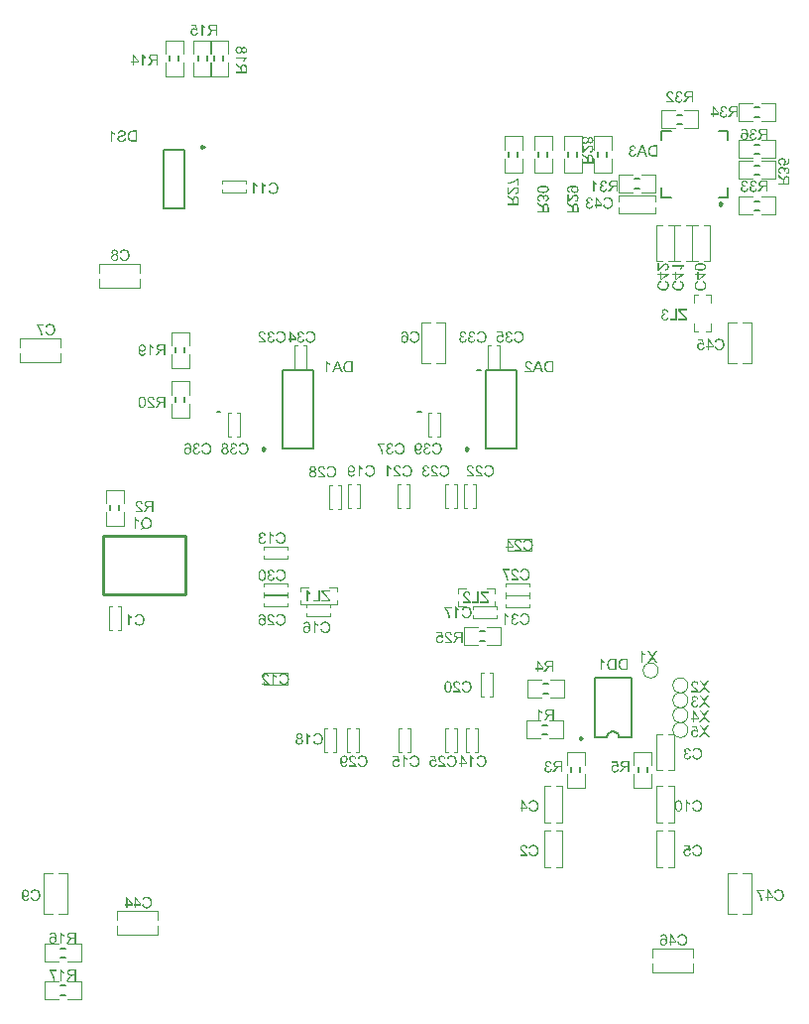
<source format=gbo>
G04*
G04 #@! TF.GenerationSoftware,Altium Limited,Altium Designer,20.0.11 (256)*
G04*
G04 Layer_Color=32896*
%FSLAX25Y25*%
%MOIN*%
G70*
G01*
G75*
%ADD10C,0.00787*%
%ADD11C,0.00984*%
%ADD13C,0.00394*%
%ADD15C,0.01000*%
G36*
X22993Y18576D02*
X23053Y18489D01*
X23124Y18402D01*
X23189Y18325D01*
X23255Y18259D01*
X23304Y18205D01*
X23326Y18189D01*
X23342Y18172D01*
X23348Y18167D01*
X23353Y18161D01*
X23468Y18068D01*
X23583Y17981D01*
X23692Y17905D01*
X23801Y17844D01*
X23894Y17790D01*
X23932Y17768D01*
X23965Y17752D01*
X23992Y17735D01*
X24014Y17730D01*
X24025Y17719D01*
X24030D01*
Y17271D01*
X23948Y17304D01*
X23866Y17342D01*
X23785Y17380D01*
X23708Y17419D01*
X23643Y17451D01*
X23588Y17479D01*
X23555Y17501D01*
X23550Y17506D01*
X23544D01*
X23446Y17566D01*
X23359Y17626D01*
X23282Y17681D01*
X23222Y17730D01*
X23168Y17768D01*
X23135Y17801D01*
X23108Y17823D01*
X23102Y17828D01*
Y14874D01*
X22638D01*
Y18669D01*
X22938D01*
X22993Y18576D01*
D02*
G37*
G36*
X28000Y14874D02*
X27497D01*
Y16551D01*
X26853D01*
X26793Y16545D01*
X26749D01*
X26711Y16540D01*
X26684Y16534D01*
X26662D01*
X26651Y16529D01*
X26646D01*
X26558Y16501D01*
X26520Y16485D01*
X26487Y16469D01*
X26454Y16452D01*
X26433Y16441D01*
X26422Y16436D01*
X26416Y16430D01*
X26373Y16398D01*
X26329Y16359D01*
X26247Y16277D01*
X26209Y16239D01*
X26182Y16206D01*
X26165Y16185D01*
X26160Y16179D01*
X26105Y16103D01*
X26045Y16021D01*
X25985Y15934D01*
X25925Y15852D01*
X25876Y15775D01*
X25837Y15715D01*
X25821Y15693D01*
X25810Y15677D01*
X25799Y15666D01*
Y15661D01*
X25302Y14874D01*
X24680D01*
X25330Y15901D01*
X25406Y16010D01*
X25477Y16108D01*
X25548Y16190D01*
X25608Y16267D01*
X25663Y16321D01*
X25706Y16365D01*
X25734Y16392D01*
X25745Y16403D01*
X25788Y16436D01*
X25837Y16474D01*
X25936Y16534D01*
X25980Y16556D01*
X26012Y16578D01*
X26034Y16589D01*
X26045Y16594D01*
X25947Y16611D01*
X25854Y16627D01*
X25772Y16654D01*
X25690Y16676D01*
X25619Y16703D01*
X25554Y16736D01*
X25493Y16763D01*
X25439Y16791D01*
X25395Y16824D01*
X25352Y16851D01*
X25319Y16873D01*
X25291Y16894D01*
X25270Y16911D01*
X25253Y16927D01*
X25248Y16933D01*
X25242Y16938D01*
X25199Y16993D01*
X25155Y17047D01*
X25089Y17162D01*
X25046Y17277D01*
X25013Y17386D01*
X24991Y17479D01*
X24986Y17517D01*
Y17555D01*
X24980Y17582D01*
Y17604D01*
Y17615D01*
Y17621D01*
X24986Y17735D01*
X25002Y17839D01*
X25029Y17937D01*
X25057Y18019D01*
X25089Y18090D01*
X25111Y18145D01*
X25133Y18178D01*
X25139Y18183D01*
Y18189D01*
X25204Y18276D01*
X25270Y18352D01*
X25341Y18418D01*
X25406Y18467D01*
X25466Y18505D01*
X25515Y18527D01*
X25548Y18543D01*
X25554Y18549D01*
X25559D01*
X25608Y18565D01*
X25668Y18582D01*
X25788Y18609D01*
X25919Y18625D01*
X26039Y18642D01*
X26154Y18647D01*
X26203D01*
X26247Y18653D01*
X28000D01*
Y14874D01*
D02*
G37*
G36*
X21415Y18156D02*
X19564D01*
X19695Y17997D01*
X19821Y17828D01*
X19930Y17664D01*
X20033Y17506D01*
X20077Y17435D01*
X20115Y17369D01*
X20154Y17310D01*
X20181Y17260D01*
X20203Y17217D01*
X20219Y17189D01*
X20230Y17167D01*
X20236Y17162D01*
X20345Y16944D01*
X20443Y16725D01*
X20525Y16518D01*
X20558Y16425D01*
X20591Y16332D01*
X20623Y16250D01*
X20645Y16174D01*
X20667Y16108D01*
X20683Y16054D01*
X20700Y16004D01*
X20711Y15972D01*
X20716Y15950D01*
Y15945D01*
X20771Y15721D01*
X20793Y15611D01*
X20809Y15513D01*
X20825Y15420D01*
X20842Y15327D01*
X20853Y15251D01*
X20864Y15175D01*
X20869Y15109D01*
X20874Y15049D01*
X20880Y14994D01*
Y14951D01*
X20885Y14918D01*
Y14896D01*
Y14880D01*
Y14874D01*
X20410D01*
X20394Y15082D01*
X20367Y15273D01*
X20339Y15448D01*
X20323Y15529D01*
X20306Y15606D01*
X20296Y15672D01*
X20279Y15732D01*
X20268Y15786D01*
X20257Y15830D01*
X20246Y15863D01*
X20241Y15890D01*
X20236Y15906D01*
Y15912D01*
X20154Y16163D01*
X20066Y16398D01*
X20023Y16512D01*
X19979Y16622D01*
X19930Y16720D01*
X19886Y16818D01*
X19848Y16905D01*
X19810Y16982D01*
X19777Y17047D01*
X19750Y17107D01*
X19722Y17157D01*
X19706Y17189D01*
X19695Y17211D01*
X19690Y17217D01*
X19624Y17331D01*
X19558Y17446D01*
X19493Y17550D01*
X19428Y17648D01*
X19367Y17735D01*
X19307Y17823D01*
X19247Y17899D01*
X19198Y17965D01*
X19149Y18030D01*
X19105Y18085D01*
X19062Y18128D01*
X19029Y18167D01*
X19007Y18199D01*
X18985Y18221D01*
X18974Y18232D01*
X18969Y18238D01*
Y18604D01*
X21415D01*
Y18156D01*
D02*
G37*
G36*
X22993Y31109D02*
X23053Y31022D01*
X23124Y30934D01*
X23189Y30858D01*
X23255Y30792D01*
X23304Y30738D01*
X23326Y30721D01*
X23342Y30705D01*
X23348Y30699D01*
X23353Y30694D01*
X23468Y30601D01*
X23583Y30514D01*
X23692Y30437D01*
X23801Y30377D01*
X23894Y30323D01*
X23932Y30301D01*
X23965Y30285D01*
X23992Y30268D01*
X24014Y30263D01*
X24025Y30252D01*
X24030D01*
Y29804D01*
X23948Y29837D01*
X23866Y29875D01*
X23785Y29913D01*
X23708Y29951D01*
X23643Y29984D01*
X23588Y30011D01*
X23555Y30033D01*
X23550Y30039D01*
X23544D01*
X23446Y30099D01*
X23359Y30159D01*
X23282Y30213D01*
X23222Y30263D01*
X23168Y30301D01*
X23135Y30334D01*
X23108Y30356D01*
X23102Y30361D01*
Y27407D01*
X22638D01*
Y31202D01*
X22938D01*
X22993Y31109D01*
D02*
G37*
G36*
X20219Y31196D02*
X20323Y31185D01*
X20421Y31163D01*
X20514Y31136D01*
X20596Y31098D01*
X20678Y31065D01*
X20749Y31022D01*
X20814Y30983D01*
X20869Y30945D01*
X20923Y30902D01*
X20967Y30869D01*
X21000Y30836D01*
X21027Y30803D01*
X21049Y30781D01*
X21060Y30770D01*
X21066Y30765D01*
X21136Y30667D01*
X21196Y30552D01*
X21251Y30432D01*
X21300Y30306D01*
X21339Y30175D01*
X21371Y30044D01*
X21398Y29908D01*
X21420Y29782D01*
X21437Y29657D01*
X21448Y29542D01*
X21459Y29438D01*
X21464Y29351D01*
Y29274D01*
X21470Y29220D01*
Y29198D01*
Y29182D01*
Y29176D01*
Y29171D01*
X21464Y28996D01*
X21453Y28832D01*
X21437Y28679D01*
X21409Y28537D01*
X21382Y28412D01*
X21355Y28297D01*
X21322Y28193D01*
X21284Y28100D01*
X21251Y28024D01*
X21218Y27953D01*
X21191Y27898D01*
X21158Y27849D01*
X21136Y27811D01*
X21120Y27789D01*
X21109Y27773D01*
X21104Y27767D01*
X21033Y27691D01*
X20956Y27626D01*
X20880Y27571D01*
X20803Y27522D01*
X20721Y27478D01*
X20645Y27445D01*
X20569Y27418D01*
X20492Y27396D01*
X20427Y27380D01*
X20361Y27363D01*
X20306Y27352D01*
X20257Y27347D01*
X20214D01*
X20186Y27341D01*
X20159D01*
X20033Y27347D01*
X19919Y27369D01*
X19815Y27391D01*
X19722Y27423D01*
X19651Y27451D01*
X19597Y27478D01*
X19575Y27483D01*
X19558Y27494D01*
X19553Y27500D01*
X19548D01*
X19455Y27565D01*
X19367Y27642D01*
X19296Y27718D01*
X19236Y27795D01*
X19187Y27866D01*
X19154Y27920D01*
X19143Y27942D01*
X19133Y27959D01*
X19127Y27964D01*
Y27969D01*
X19073Y28084D01*
X19034Y28204D01*
X19007Y28313D01*
X18991Y28417D01*
X18974Y28504D01*
Y28537D01*
X18969Y28570D01*
Y28597D01*
Y28614D01*
Y28625D01*
Y28630D01*
X18974Y28728D01*
X18985Y28821D01*
X19002Y28914D01*
X19018Y28996D01*
X19045Y29072D01*
X19073Y29149D01*
X19100Y29214D01*
X19133Y29274D01*
X19165Y29329D01*
X19193Y29378D01*
X19220Y29416D01*
X19247Y29455D01*
X19264Y29482D01*
X19280Y29498D01*
X19291Y29509D01*
X19296Y29515D01*
X19356Y29575D01*
X19422Y29629D01*
X19493Y29673D01*
X19558Y29711D01*
X19624Y29749D01*
X19690Y29777D01*
X19815Y29815D01*
X19870Y29831D01*
X19924Y29842D01*
X19968Y29848D01*
X20012Y29853D01*
X20044Y29859D01*
X20088D01*
X20186Y29853D01*
X20279Y29837D01*
X20367Y29820D01*
X20443Y29798D01*
X20508Y29771D01*
X20558Y29755D01*
X20591Y29739D01*
X20596Y29733D01*
X20601D01*
X20689Y29678D01*
X20765Y29618D01*
X20836Y29558D01*
X20891Y29493D01*
X20940Y29438D01*
X20978Y29395D01*
X21000Y29362D01*
X21005Y29356D01*
Y29455D01*
X21000Y29553D01*
X20994Y29640D01*
X20984Y29728D01*
X20978Y29804D01*
X20967Y29875D01*
X20956Y29941D01*
X20940Y30001D01*
X20929Y30055D01*
X20918Y30099D01*
X20907Y30137D01*
X20902Y30170D01*
X20891Y30192D01*
X20885Y30208D01*
X20880Y30219D01*
Y30224D01*
X20825Y30334D01*
X20771Y30432D01*
X20711Y30508D01*
X20656Y30574D01*
X20607Y30628D01*
X20569Y30667D01*
X20541Y30689D01*
X20530Y30694D01*
X20465Y30738D01*
X20399Y30765D01*
X20334Y30787D01*
X20268Y30803D01*
X20219Y30814D01*
X20176Y30820D01*
X20137D01*
X20039Y30809D01*
X19946Y30787D01*
X19870Y30754D01*
X19799Y30721D01*
X19744Y30683D01*
X19706Y30650D01*
X19684Y30628D01*
X19673Y30617D01*
X19635Y30568D01*
X19597Y30508D01*
X19564Y30443D01*
X19542Y30377D01*
X19520Y30317D01*
X19504Y30268D01*
X19498Y30235D01*
X19493Y30230D01*
Y30224D01*
X19029Y30263D01*
X19062Y30415D01*
X19111Y30552D01*
X19165Y30672D01*
X19226Y30770D01*
X19286Y30847D01*
X19307Y30880D01*
X19335Y30907D01*
X19351Y30923D01*
X19367Y30940D01*
X19373Y30945D01*
X19378Y30951D01*
X19433Y30994D01*
X19493Y31032D01*
X19613Y31098D01*
X19733Y31142D01*
X19848Y31169D01*
X19952Y31191D01*
X19995Y31196D01*
X20033D01*
X20066Y31202D01*
X20110D01*
X20219Y31196D01*
D02*
G37*
G36*
X28000Y27407D02*
X27497D01*
Y29083D01*
X26853D01*
X26793Y29078D01*
X26749D01*
X26711Y29072D01*
X26684Y29067D01*
X26662D01*
X26651Y29061D01*
X26646D01*
X26558Y29034D01*
X26520Y29018D01*
X26487Y29001D01*
X26454Y28985D01*
X26433Y28974D01*
X26422Y28969D01*
X26416Y28963D01*
X26373Y28930D01*
X26329Y28892D01*
X26247Y28810D01*
X26209Y28772D01*
X26182Y28739D01*
X26165Y28717D01*
X26160Y28712D01*
X26105Y28636D01*
X26045Y28554D01*
X25985Y28466D01*
X25925Y28384D01*
X25876Y28308D01*
X25837Y28248D01*
X25821Y28226D01*
X25810Y28210D01*
X25799Y28199D01*
Y28193D01*
X25302Y27407D01*
X24680D01*
X25330Y28433D01*
X25406Y28543D01*
X25477Y28641D01*
X25548Y28723D01*
X25608Y28799D01*
X25663Y28854D01*
X25706Y28898D01*
X25734Y28925D01*
X25745Y28936D01*
X25788Y28969D01*
X25837Y29007D01*
X25936Y29067D01*
X25980Y29089D01*
X26012Y29111D01*
X26034Y29122D01*
X26045Y29127D01*
X25947Y29143D01*
X25854Y29160D01*
X25772Y29187D01*
X25690Y29209D01*
X25619Y29236D01*
X25554Y29269D01*
X25493Y29296D01*
X25439Y29324D01*
X25395Y29356D01*
X25352Y29384D01*
X25319Y29405D01*
X25291Y29427D01*
X25270Y29444D01*
X25253Y29460D01*
X25248Y29465D01*
X25242Y29471D01*
X25199Y29526D01*
X25155Y29580D01*
X25089Y29695D01*
X25046Y29809D01*
X25013Y29919D01*
X24991Y30011D01*
X24986Y30050D01*
Y30088D01*
X24980Y30115D01*
Y30137D01*
Y30148D01*
Y30153D01*
X24986Y30268D01*
X25002Y30372D01*
X25029Y30470D01*
X25057Y30552D01*
X25089Y30623D01*
X25111Y30678D01*
X25133Y30710D01*
X25139Y30716D01*
Y30721D01*
X25204Y30809D01*
X25270Y30885D01*
X25341Y30951D01*
X25406Y31000D01*
X25466Y31038D01*
X25515Y31060D01*
X25548Y31076D01*
X25554Y31082D01*
X25559D01*
X25608Y31098D01*
X25668Y31114D01*
X25788Y31142D01*
X25919Y31158D01*
X26039Y31174D01*
X26154Y31180D01*
X26203D01*
X26247Y31185D01*
X28000D01*
Y27407D01*
D02*
G37*
G36*
X153247Y132196D02*
X153340Y132191D01*
X153427Y132175D01*
X153509Y132158D01*
X153585Y132136D01*
X153656Y132114D01*
X153722Y132087D01*
X153782Y132060D01*
X153836Y132033D01*
X153880Y132005D01*
X153918Y131983D01*
X153951Y131962D01*
X153978Y131945D01*
X153995Y131929D01*
X154006Y131923D01*
X154011Y131918D01*
X154066Y131863D01*
X154115Y131803D01*
X154164Y131738D01*
X154202Y131672D01*
X154268Y131541D01*
X154311Y131410D01*
X154328Y131350D01*
X154344Y131290D01*
X154355Y131241D01*
X154366Y131197D01*
X154372Y131159D01*
Y131132D01*
X154377Y131115D01*
Y131110D01*
X153902Y131061D01*
X153891Y131186D01*
X153869Y131295D01*
X153836Y131394D01*
X153798Y131470D01*
X153765Y131536D01*
X153733Y131579D01*
X153711Y131607D01*
X153700Y131617D01*
X153618Y131683D01*
X153531Y131732D01*
X153438Y131770D01*
X153356Y131792D01*
X153279Y131809D01*
X153214Y131814D01*
X153192Y131820D01*
X153159D01*
X153045Y131814D01*
X152941Y131792D01*
X152854Y131760D01*
X152777Y131727D01*
X152717Y131688D01*
X152679Y131661D01*
X152652Y131639D01*
X152641Y131629D01*
X152575Y131552D01*
X152526Y131476D01*
X152488Y131399D01*
X152466Y131323D01*
X152450Y131263D01*
X152444Y131208D01*
X152439Y131175D01*
Y131170D01*
Y131164D01*
X152450Y131066D01*
X152471Y130962D01*
X152510Y130869D01*
X152548Y130782D01*
X152592Y130711D01*
X152630Y130651D01*
X152641Y130629D01*
X152652Y130613D01*
X152663Y130607D01*
Y130602D01*
X152706Y130542D01*
X152761Y130482D01*
X152821Y130416D01*
X152886Y130351D01*
X153023Y130220D01*
X153159Y130089D01*
X153230Y130029D01*
X153290Y129974D01*
X153350Y129925D01*
X153400Y129881D01*
X153438Y129849D01*
X153471Y129821D01*
X153492Y129805D01*
X153498Y129799D01*
X153634Y129685D01*
X153760Y129576D01*
X153864Y129477D01*
X153946Y129395D01*
X154017Y129324D01*
X154066Y129275D01*
X154093Y129242D01*
X154104Y129237D01*
Y129232D01*
X154180Y129139D01*
X154241Y129051D01*
X154295Y128964D01*
X154339Y128887D01*
X154372Y128822D01*
X154393Y128773D01*
X154404Y128740D01*
X154410Y128735D01*
Y128729D01*
X154432Y128669D01*
X154443Y128614D01*
X154453Y128560D01*
X154459Y128511D01*
X154464Y128467D01*
Y128434D01*
Y128412D01*
Y128407D01*
X151958D01*
Y128855D01*
X153820D01*
X153754Y128948D01*
X153722Y128986D01*
X153694Y129024D01*
X153667Y129057D01*
X153645Y129079D01*
X153629Y129095D01*
X153623Y129101D01*
X153596Y129128D01*
X153563Y129155D01*
X153487Y129226D01*
X153400Y129308D01*
X153307Y129390D01*
X153219Y129461D01*
X153181Y129494D01*
X153148Y129526D01*
X153121Y129548D01*
X153099Y129565D01*
X153088Y129576D01*
X153083Y129581D01*
X152996Y129657D01*
X152908Y129728D01*
X152832Y129799D01*
X152761Y129859D01*
X152695Y129920D01*
X152641Y129974D01*
X152586Y130023D01*
X152542Y130067D01*
X152499Y130111D01*
X152466Y130143D01*
X152439Y130171D01*
X152411Y130198D01*
X152384Y130231D01*
X152373Y130242D01*
X152297Y130334D01*
X152231Y130416D01*
X152177Y130498D01*
X152133Y130564D01*
X152100Y130624D01*
X152078Y130667D01*
X152067Y130695D01*
X152062Y130706D01*
X152029Y130788D01*
X152007Y130869D01*
X151986Y130946D01*
X151975Y131011D01*
X151969Y131071D01*
X151964Y131115D01*
Y131142D01*
Y131153D01*
X151969Y131235D01*
X151980Y131312D01*
X151991Y131388D01*
X152013Y131454D01*
X152067Y131585D01*
X152122Y131688D01*
X152155Y131738D01*
X152182Y131776D01*
X152209Y131814D01*
X152237Y131841D01*
X152259Y131863D01*
X152269Y131885D01*
X152280Y131890D01*
X152286Y131896D01*
X152346Y131951D01*
X152411Y132000D01*
X152482Y132038D01*
X152553Y132071D01*
X152695Y132125D01*
X152837Y132164D01*
X152897Y132175D01*
X152957Y132185D01*
X153012Y132191D01*
X153056Y132196D01*
X153094Y132202D01*
X153148D01*
X153247Y132196D01*
D02*
G37*
G36*
X151379Y130192D02*
X150943Y130132D01*
X150904Y130192D01*
X150855Y130242D01*
X150812Y130291D01*
X150768Y130329D01*
X150724Y130356D01*
X150691Y130384D01*
X150670Y130394D01*
X150664Y130400D01*
X150593Y130433D01*
X150522Y130460D01*
X150457Y130476D01*
X150391Y130493D01*
X150337Y130498D01*
X150293Y130504D01*
X150189D01*
X150124Y130493D01*
X150009Y130465D01*
X149911Y130427D01*
X149823Y130389D01*
X149758Y130345D01*
X149709Y130307D01*
X149681Y130280D01*
X149670Y130274D01*
Y130269D01*
X149594Y130176D01*
X149539Y130078D01*
X149501Y129974D01*
X149474Y129870D01*
X149458Y129783D01*
X149452Y129745D01*
Y129712D01*
X149447Y129685D01*
Y129663D01*
Y129652D01*
Y129647D01*
Y129570D01*
X149458Y129499D01*
X149485Y129363D01*
X149523Y129248D01*
X149561Y129155D01*
X149605Y129079D01*
X149643Y129019D01*
X149660Y129002D01*
X149670Y128986D01*
X149676Y128980D01*
X149681Y128975D01*
X149725Y128931D01*
X149769Y128893D01*
X149867Y128828D01*
X149960Y128784D01*
X150053Y128756D01*
X150129Y128735D01*
X150195Y128729D01*
X150216Y128724D01*
X150249D01*
X150353Y128729D01*
X150446Y128751D01*
X150528Y128778D01*
X150593Y128811D01*
X150653Y128844D01*
X150697Y128871D01*
X150719Y128893D01*
X150730Y128899D01*
X150795Y128975D01*
X150850Y129057D01*
X150893Y129150D01*
X150926Y129232D01*
X150948Y129313D01*
X150964Y129374D01*
X150970Y129401D01*
X150975Y129417D01*
Y129428D01*
Y129434D01*
X151461Y129395D01*
X151450Y129308D01*
X151434Y129226D01*
X151385Y129073D01*
X151325Y128942D01*
X151292Y128882D01*
X151259Y128833D01*
X151232Y128784D01*
X151199Y128740D01*
X151172Y128707D01*
X151145Y128680D01*
X151123Y128658D01*
X151112Y128636D01*
X151101Y128631D01*
X151095Y128626D01*
X151030Y128576D01*
X150964Y128533D01*
X150893Y128494D01*
X150822Y128462D01*
X150686Y128412D01*
X150549Y128380D01*
X150489Y128363D01*
X150429Y128358D01*
X150380Y128352D01*
X150337Y128347D01*
X150298Y128341D01*
X150249D01*
X150135Y128347D01*
X150025Y128363D01*
X149922Y128385D01*
X149829Y128412D01*
X149741Y128451D01*
X149660Y128489D01*
X149583Y128527D01*
X149518Y128571D01*
X149458Y128614D01*
X149403Y128653D01*
X149359Y128696D01*
X149321Y128729D01*
X149294Y128756D01*
X149272Y128778D01*
X149261Y128795D01*
X149256Y128800D01*
X149201Y128871D01*
X149157Y128948D01*
X149114Y129019D01*
X149081Y129095D01*
X149026Y129242D01*
X148993Y129384D01*
X148983Y129445D01*
X148972Y129505D01*
X148966Y129554D01*
X148961Y129597D01*
X148955Y129636D01*
Y129663D01*
Y129679D01*
Y129685D01*
X148961Y129783D01*
X148972Y129876D01*
X148988Y129969D01*
X149010Y130051D01*
X149037Y130127D01*
X149064Y130203D01*
X149097Y130269D01*
X149124Y130329D01*
X149157Y130384D01*
X149190Y130433D01*
X149217Y130471D01*
X149245Y130509D01*
X149266Y130536D01*
X149283Y130553D01*
X149294Y130564D01*
X149299Y130569D01*
X149365Y130629D01*
X149430Y130684D01*
X149501Y130728D01*
X149572Y130766D01*
X149643Y130804D01*
X149714Y130831D01*
X149845Y130869D01*
X149905Y130886D01*
X149960Y130897D01*
X150009Y130902D01*
X150053Y130908D01*
X150085Y130913D01*
X150206D01*
X150271Y130902D01*
X150402Y130875D01*
X150522Y130837D01*
X150631Y130793D01*
X150719Y130749D01*
X150757Y130728D01*
X150790Y130711D01*
X150817Y130695D01*
X150833Y130684D01*
X150844Y130678D01*
X150850Y130673D01*
X150648Y131694D01*
X149135D01*
Y132136D01*
X151014D01*
X151379Y130192D01*
D02*
G37*
G36*
X158013Y128407D02*
X157511D01*
Y130083D01*
X156867D01*
X156807Y130078D01*
X156763D01*
X156725Y130072D01*
X156697Y130067D01*
X156676D01*
X156665Y130061D01*
X156659D01*
X156572Y130034D01*
X156534Y130018D01*
X156501Y130001D01*
X156468Y129985D01*
X156446Y129974D01*
X156435Y129969D01*
X156430Y129963D01*
X156386Y129930D01*
X156343Y129892D01*
X156261Y129810D01*
X156222Y129772D01*
X156195Y129739D01*
X156179Y129718D01*
X156173Y129712D01*
X156119Y129636D01*
X156059Y129554D01*
X155999Y129466D01*
X155938Y129384D01*
X155889Y129308D01*
X155851Y129248D01*
X155835Y129226D01*
X155824Y129210D01*
X155813Y129199D01*
Y129193D01*
X155316Y128407D01*
X154694D01*
X155343Y129434D01*
X155420Y129543D01*
X155491Y129641D01*
X155562Y129723D01*
X155622Y129799D01*
X155676Y129854D01*
X155720Y129898D01*
X155747Y129925D01*
X155758Y129936D01*
X155802Y129969D01*
X155851Y130007D01*
X155949Y130067D01*
X155993Y130089D01*
X156026Y130111D01*
X156048Y130122D01*
X156059Y130127D01*
X155960Y130143D01*
X155868Y130160D01*
X155786Y130187D01*
X155704Y130209D01*
X155633Y130236D01*
X155567Y130269D01*
X155507Y130296D01*
X155453Y130324D01*
X155409Y130356D01*
X155365Y130384D01*
X155333Y130405D01*
X155305Y130427D01*
X155283Y130444D01*
X155267Y130460D01*
X155262Y130465D01*
X155256Y130471D01*
X155212Y130526D01*
X155169Y130580D01*
X155103Y130695D01*
X155060Y130809D01*
X155027Y130919D01*
X155005Y131011D01*
X154999Y131050D01*
Y131088D01*
X154994Y131115D01*
Y131137D01*
Y131148D01*
Y131153D01*
X154999Y131268D01*
X155016Y131372D01*
X155043Y131470D01*
X155070Y131552D01*
X155103Y131623D01*
X155125Y131678D01*
X155147Y131710D01*
X155152Y131716D01*
Y131721D01*
X155218Y131809D01*
X155283Y131885D01*
X155354Y131951D01*
X155420Y132000D01*
X155480Y132038D01*
X155529Y132060D01*
X155562Y132076D01*
X155567Y132082D01*
X155573D01*
X155622Y132098D01*
X155682Y132114D01*
X155802Y132142D01*
X155933Y132158D01*
X156053Y132175D01*
X156168Y132180D01*
X156217D01*
X156261Y132185D01*
X158013D01*
Y128407D01*
D02*
G37*
G36*
X255859Y301191D02*
X256006Y301164D01*
X256132Y301120D01*
X256241Y301076D01*
X256290Y301049D01*
X256328Y301027D01*
X256366Y301005D01*
X256394Y300983D01*
X256416Y300967D01*
X256432Y300956D01*
X256443Y300951D01*
X256448Y300945D01*
X256552Y300841D01*
X256634Y300727D01*
X256699Y300607D01*
X256754Y300486D01*
X256787Y300383D01*
X256803Y300339D01*
X256814Y300301D01*
X256820Y300268D01*
X256825Y300246D01*
X256831Y300230D01*
Y300224D01*
X256366Y300143D01*
X256345Y300263D01*
X256312Y300366D01*
X256274Y300454D01*
X256235Y300525D01*
X256197Y300579D01*
X256164Y300618D01*
X256143Y300645D01*
X256137Y300650D01*
X256066Y300705D01*
X255990Y300749D01*
X255919Y300776D01*
X255848Y300798D01*
X255782Y300809D01*
X255733Y300820D01*
X255689D01*
X255591Y300814D01*
X255504Y300792D01*
X255427Y300765D01*
X255362Y300738D01*
X255313Y300705D01*
X255274Y300678D01*
X255247Y300656D01*
X255242Y300650D01*
X255182Y300585D01*
X255138Y300514D01*
X255111Y300443D01*
X255089Y300377D01*
X255078Y300317D01*
X255067Y300274D01*
Y300241D01*
Y300235D01*
Y300230D01*
Y300170D01*
X255078Y300115D01*
X255105Y300022D01*
X255143Y299940D01*
X255187Y299869D01*
X255231Y299820D01*
X255269Y299782D01*
X255296Y299760D01*
X255302Y299755D01*
X255307D01*
X255400Y299706D01*
X255487Y299668D01*
X255580Y299640D01*
X255662Y299624D01*
X255733Y299613D01*
X255793Y299602D01*
X255864D01*
X255886Y299607D01*
X255913D01*
X255968Y299198D01*
X255897Y299214D01*
X255831Y299225D01*
X255777Y299236D01*
X255728Y299242D01*
X255689Y299247D01*
X255640D01*
X255526Y299236D01*
X255422Y299214D01*
X255329Y299182D01*
X255253Y299143D01*
X255192Y299105D01*
X255149Y299072D01*
X255122Y299050D01*
X255111Y299040D01*
X255040Y298958D01*
X254985Y298870D01*
X254947Y298783D01*
X254925Y298696D01*
X254909Y298625D01*
X254903Y298565D01*
X254898Y298543D01*
Y298526D01*
Y298515D01*
Y298510D01*
X254909Y298390D01*
X254936Y298281D01*
X254969Y298188D01*
X255012Y298106D01*
X255056Y298040D01*
X255089Y297991D01*
X255116Y297958D01*
X255127Y297948D01*
X255214Y297871D01*
X255307Y297817D01*
X255400Y297778D01*
X255487Y297751D01*
X255564Y297735D01*
X255624Y297729D01*
X255646Y297724D01*
X255679D01*
X255777Y297729D01*
X255870Y297751D01*
X255951Y297778D01*
X256017Y297811D01*
X256072Y297838D01*
X256115Y297866D01*
X256137Y297887D01*
X256148Y297893D01*
X256214Y297969D01*
X256268Y298057D01*
X256317Y298150D01*
X256356Y298248D01*
X256383Y298330D01*
X256394Y298368D01*
X256399Y298401D01*
X256405Y298428D01*
X256410Y298450D01*
X256416Y298461D01*
Y298466D01*
X256880Y298406D01*
X256869Y298319D01*
X256852Y298237D01*
X256803Y298084D01*
X256743Y297953D01*
X256710Y297899D01*
X256678Y297844D01*
X256645Y297795D01*
X256612Y297757D01*
X256585Y297718D01*
X256557Y297691D01*
X256541Y297669D01*
X256525Y297653D01*
X256514Y297642D01*
X256508Y297636D01*
X256443Y297587D01*
X256377Y297538D01*
X256312Y297500D01*
X256241Y297467D01*
X256104Y297412D01*
X255973Y297380D01*
X255913Y297369D01*
X255859Y297358D01*
X255809Y297353D01*
X255766Y297347D01*
X255733Y297341D01*
X255684D01*
X255580Y297347D01*
X255487Y297358D01*
X255395Y297374D01*
X255307Y297396D01*
X255225Y297423D01*
X255154Y297451D01*
X255083Y297483D01*
X255023Y297516D01*
X254963Y297544D01*
X254914Y297576D01*
X254870Y297604D01*
X254838Y297631D01*
X254810Y297653D01*
X254788Y297669D01*
X254778Y297680D01*
X254772Y297686D01*
X254707Y297751D01*
X254652Y297822D01*
X254603Y297893D01*
X254559Y297964D01*
X254526Y298029D01*
X254494Y298100D01*
X254450Y298232D01*
X254439Y298292D01*
X254428Y298346D01*
X254417Y298395D01*
X254412Y298439D01*
X254406Y298472D01*
Y298499D01*
Y298515D01*
Y298521D01*
X254412Y298652D01*
X254434Y298772D01*
X254466Y298876D01*
X254499Y298963D01*
X254532Y299034D01*
X254565Y299089D01*
X254587Y299121D01*
X254592Y299132D01*
X254668Y299214D01*
X254750Y299285D01*
X254838Y299340D01*
X254925Y299384D01*
X255001Y299416D01*
X255062Y299438D01*
X255083Y299444D01*
X255100Y299449D01*
X255111Y299455D01*
X255116D01*
X255023Y299504D01*
X254947Y299553D01*
X254881Y299607D01*
X254827Y299657D01*
X254783Y299700D01*
X254750Y299739D01*
X254734Y299760D01*
X254729Y299771D01*
X254685Y299848D01*
X254652Y299924D01*
X254625Y300001D01*
X254608Y300072D01*
X254597Y300132D01*
X254592Y300175D01*
Y300208D01*
Y300219D01*
X254597Y300312D01*
X254614Y300405D01*
X254636Y300486D01*
X254663Y300557D01*
X254690Y300618D01*
X254712Y300667D01*
X254729Y300694D01*
X254734Y300705D01*
X254788Y300787D01*
X254854Y300858D01*
X254920Y300918D01*
X254985Y300972D01*
X255040Y301011D01*
X255089Y301043D01*
X255122Y301060D01*
X255127Y301065D01*
X255133D01*
X255231Y301109D01*
X255329Y301142D01*
X255427Y301169D01*
X255515Y301185D01*
X255586Y301196D01*
X255646Y301202D01*
X255782D01*
X255859Y301191D01*
D02*
G37*
G36*
X252719Y301196D02*
X252823Y301185D01*
X252921Y301164D01*
X253014Y301136D01*
X253096Y301098D01*
X253178Y301065D01*
X253249Y301022D01*
X253314Y300983D01*
X253369Y300945D01*
X253424Y300902D01*
X253467Y300869D01*
X253500Y300836D01*
X253527Y300803D01*
X253549Y300781D01*
X253560Y300770D01*
X253566Y300765D01*
X253637Y300667D01*
X253696Y300552D01*
X253751Y300432D01*
X253800Y300306D01*
X253838Y300175D01*
X253871Y300044D01*
X253899Y299908D01*
X253920Y299782D01*
X253937Y299657D01*
X253948Y299542D01*
X253959Y299438D01*
X253964Y299351D01*
Y299274D01*
X253970Y299220D01*
Y299198D01*
Y299182D01*
Y299176D01*
Y299171D01*
X253964Y298996D01*
X253953Y298832D01*
X253937Y298679D01*
X253909Y298537D01*
X253882Y298412D01*
X253855Y298297D01*
X253822Y298193D01*
X253784Y298100D01*
X253751Y298024D01*
X253718Y297953D01*
X253691Y297899D01*
X253658Y297849D01*
X253637Y297811D01*
X253620Y297789D01*
X253609Y297773D01*
X253604Y297767D01*
X253533Y297691D01*
X253456Y297625D01*
X253380Y297571D01*
X253303Y297522D01*
X253222Y297478D01*
X253145Y297445D01*
X253069Y297418D01*
X252992Y297396D01*
X252927Y297380D01*
X252861Y297363D01*
X252806Y297353D01*
X252757Y297347D01*
X252714D01*
X252686Y297341D01*
X252659D01*
X252534Y297347D01*
X252419Y297369D01*
X252315Y297391D01*
X252222Y297423D01*
X252151Y297451D01*
X252097Y297478D01*
X252075Y297483D01*
X252059Y297494D01*
X252053Y297500D01*
X252048D01*
X251955Y297565D01*
X251867Y297642D01*
X251796Y297718D01*
X251736Y297795D01*
X251687Y297866D01*
X251655Y297920D01*
X251644Y297942D01*
X251633Y297958D01*
X251627Y297964D01*
Y297969D01*
X251573Y298084D01*
X251534Y298204D01*
X251507Y298313D01*
X251491Y298417D01*
X251474Y298504D01*
Y298537D01*
X251469Y298570D01*
Y298597D01*
Y298614D01*
Y298625D01*
Y298630D01*
X251474Y298728D01*
X251485Y298821D01*
X251502Y298914D01*
X251518Y298996D01*
X251545Y299072D01*
X251573Y299149D01*
X251600Y299214D01*
X251633Y299274D01*
X251665Y299329D01*
X251693Y299378D01*
X251720Y299416D01*
X251747Y299455D01*
X251764Y299482D01*
X251780Y299498D01*
X251791Y299509D01*
X251796Y299515D01*
X251856Y299575D01*
X251922Y299629D01*
X251993Y299673D01*
X252059Y299711D01*
X252124Y299749D01*
X252190Y299777D01*
X252315Y299815D01*
X252370Y299831D01*
X252424Y299842D01*
X252468Y299848D01*
X252512Y299853D01*
X252544Y299859D01*
X252588D01*
X252686Y299853D01*
X252779Y299837D01*
X252867Y299820D01*
X252943Y299798D01*
X253009Y299771D01*
X253058Y299755D01*
X253091Y299739D01*
X253096Y299733D01*
X253101D01*
X253189Y299678D01*
X253265Y299618D01*
X253336Y299558D01*
X253391Y299493D01*
X253440Y299438D01*
X253478Y299394D01*
X253500Y299362D01*
X253505Y299356D01*
Y299455D01*
X253500Y299553D01*
X253495Y299640D01*
X253484Y299728D01*
X253478Y299804D01*
X253467Y299875D01*
X253456Y299940D01*
X253440Y300001D01*
X253429Y300055D01*
X253418Y300099D01*
X253407Y300137D01*
X253402Y300170D01*
X253391Y300192D01*
X253385Y300208D01*
X253380Y300219D01*
Y300224D01*
X253325Y300334D01*
X253271Y300432D01*
X253211Y300508D01*
X253156Y300574D01*
X253107Y300628D01*
X253069Y300667D01*
X253041Y300689D01*
X253030Y300694D01*
X252965Y300738D01*
X252899Y300765D01*
X252834Y300787D01*
X252768Y300803D01*
X252719Y300814D01*
X252676Y300820D01*
X252637D01*
X252539Y300809D01*
X252446Y300787D01*
X252370Y300754D01*
X252299Y300721D01*
X252244Y300683D01*
X252206Y300650D01*
X252184Y300628D01*
X252173Y300618D01*
X252135Y300568D01*
X252097Y300508D01*
X252064Y300443D01*
X252042Y300377D01*
X252020Y300317D01*
X252004Y300268D01*
X251998Y300235D01*
X251993Y300230D01*
Y300224D01*
X251529Y300263D01*
X251562Y300415D01*
X251611Y300552D01*
X251665Y300672D01*
X251726Y300770D01*
X251785Y300847D01*
X251807Y300880D01*
X251835Y300907D01*
X251851Y300923D01*
X251867Y300940D01*
X251873Y300945D01*
X251878Y300951D01*
X251933Y300994D01*
X251993Y301032D01*
X252113Y301098D01*
X252233Y301142D01*
X252348Y301169D01*
X252452Y301191D01*
X252495Y301196D01*
X252534D01*
X252566Y301202D01*
X252610D01*
X252719Y301196D01*
D02*
G37*
G36*
X260500Y297407D02*
X259997D01*
Y299083D01*
X259353D01*
X259293Y299078D01*
X259249D01*
X259211Y299072D01*
X259184Y299067D01*
X259162D01*
X259151Y299061D01*
X259146D01*
X259058Y299034D01*
X259020Y299018D01*
X258987Y299001D01*
X258955Y298985D01*
X258933Y298974D01*
X258922Y298969D01*
X258916Y298963D01*
X258873Y298930D01*
X258829Y298892D01*
X258747Y298810D01*
X258709Y298772D01*
X258682Y298739D01*
X258665Y298717D01*
X258660Y298712D01*
X258605Y298636D01*
X258545Y298554D01*
X258485Y298466D01*
X258425Y298384D01*
X258376Y298308D01*
X258337Y298248D01*
X258321Y298226D01*
X258310Y298210D01*
X258299Y298199D01*
Y298193D01*
X257802Y297407D01*
X257180D01*
X257830Y298433D01*
X257906Y298543D01*
X257977Y298641D01*
X258048Y298723D01*
X258108Y298799D01*
X258163Y298854D01*
X258207Y298898D01*
X258234Y298925D01*
X258245Y298936D01*
X258288Y298969D01*
X258337Y299007D01*
X258436Y299067D01*
X258479Y299089D01*
X258512Y299111D01*
X258534Y299121D01*
X258545Y299127D01*
X258447Y299143D01*
X258354Y299160D01*
X258272Y299187D01*
X258190Y299209D01*
X258119Y299236D01*
X258054Y299269D01*
X257994Y299296D01*
X257939Y299324D01*
X257895Y299356D01*
X257852Y299384D01*
X257819Y299405D01*
X257791Y299427D01*
X257770Y299444D01*
X257753Y299460D01*
X257748Y299465D01*
X257742Y299471D01*
X257699Y299525D01*
X257655Y299580D01*
X257590Y299695D01*
X257546Y299810D01*
X257513Y299919D01*
X257491Y300011D01*
X257486Y300050D01*
Y300088D01*
X257480Y300115D01*
Y300137D01*
Y300148D01*
Y300153D01*
X257486Y300268D01*
X257502Y300372D01*
X257529Y300470D01*
X257557Y300552D01*
X257590Y300623D01*
X257611Y300678D01*
X257633Y300710D01*
X257639Y300716D01*
Y300721D01*
X257704Y300809D01*
X257770Y300885D01*
X257841Y300951D01*
X257906Y301000D01*
X257966Y301038D01*
X258015Y301060D01*
X258048Y301076D01*
X258054Y301082D01*
X258059D01*
X258108Y301098D01*
X258168Y301114D01*
X258288Y301142D01*
X258419Y301158D01*
X258540Y301174D01*
X258654Y301180D01*
X258703D01*
X258747Y301185D01*
X260500D01*
Y297407D01*
D02*
G37*
G36*
X265496Y291295D02*
X265588Y291284D01*
X265681Y291268D01*
X265763Y291246D01*
X265840Y291219D01*
X265916Y291192D01*
X265982Y291159D01*
X266042Y291131D01*
X266096Y291099D01*
X266145Y291066D01*
X266183Y291039D01*
X266222Y291011D01*
X266249Y290989D01*
X266265Y290973D01*
X266276Y290962D01*
X266282Y290957D01*
X266342Y290891D01*
X266396Y290826D01*
X266440Y290755D01*
X266478Y290684D01*
X266517Y290613D01*
X266544Y290542D01*
X266582Y290411D01*
X266599Y290351D01*
X266609Y290296D01*
X266615Y290247D01*
X266620Y290203D01*
X266626Y290171D01*
Y290050D01*
X266615Y289985D01*
X266588Y289854D01*
X266549Y289734D01*
X266506Y289625D01*
X266462Y289537D01*
X266440Y289499D01*
X266424Y289466D01*
X266407Y289439D01*
X266396Y289422D01*
X266391Y289411D01*
X266386Y289406D01*
X267407Y289608D01*
Y291121D01*
X267849D01*
Y289242D01*
X265905Y288877D01*
X265845Y289313D01*
X265905Y289352D01*
X265954Y289401D01*
X266003Y289444D01*
X266042Y289488D01*
X266069Y289532D01*
X266096Y289564D01*
X266107Y289586D01*
X266113Y289592D01*
X266145Y289663D01*
X266173Y289734D01*
X266189Y289799D01*
X266205Y289865D01*
X266211Y289919D01*
X266216Y289963D01*
Y290067D01*
X266205Y290132D01*
X266178Y290247D01*
X266140Y290345D01*
X266102Y290433D01*
X266058Y290498D01*
X266020Y290547D01*
X265992Y290575D01*
X265987Y290585D01*
X265982D01*
X265889Y290662D01*
X265790Y290717D01*
X265687Y290755D01*
X265583Y290782D01*
X265496Y290798D01*
X265457Y290804D01*
X265425D01*
X265397Y290809D01*
X265375D01*
X265365D01*
X265359D01*
X265283D01*
X265212Y290798D01*
X265075Y290771D01*
X264961Y290733D01*
X264868Y290695D01*
X264791Y290651D01*
X264731Y290613D01*
X264715Y290596D01*
X264698Y290585D01*
X264693Y290580D01*
X264687Y290575D01*
X264644Y290531D01*
X264606Y290487D01*
X264540Y290389D01*
X264496Y290296D01*
X264469Y290203D01*
X264447Y290127D01*
X264442Y290061D01*
X264436Y290039D01*
Y290007D01*
X264442Y289903D01*
X264464Y289810D01*
X264491Y289728D01*
X264524Y289663D01*
X264557Y289603D01*
X264584Y289559D01*
X264606Y289537D01*
X264611Y289526D01*
X264687Y289461D01*
X264769Y289406D01*
X264862Y289362D01*
X264944Y289330D01*
X265026Y289308D01*
X265086Y289291D01*
X265113Y289286D01*
X265130Y289281D01*
X265141D01*
X265146D01*
X265108Y288795D01*
X265021Y288806D01*
X264939Y288822D01*
X264786Y288871D01*
X264655Y288931D01*
X264595Y288964D01*
X264545Y288997D01*
X264496Y289024D01*
X264453Y289057D01*
X264420Y289084D01*
X264393Y289111D01*
X264371Y289133D01*
X264349Y289144D01*
X264344Y289155D01*
X264338Y289160D01*
X264289Y289226D01*
X264245Y289291D01*
X264207Y289362D01*
X264174Y289433D01*
X264125Y289570D01*
X264092Y289706D01*
X264076Y289766D01*
X264071Y289826D01*
X264065Y289876D01*
X264060Y289919D01*
X264054Y289957D01*
Y290007D01*
X264060Y290121D01*
X264076Y290230D01*
X264098Y290334D01*
X264125Y290427D01*
X264163Y290514D01*
X264202Y290596D01*
X264240Y290673D01*
X264283Y290738D01*
X264327Y290798D01*
X264365Y290853D01*
X264409Y290897D01*
X264442Y290935D01*
X264469Y290962D01*
X264491Y290984D01*
X264507Y290995D01*
X264513Y291000D01*
X264584Y291055D01*
X264660Y291099D01*
X264731Y291142D01*
X264808Y291175D01*
X264955Y291230D01*
X265097Y291263D01*
X265157Y291273D01*
X265217Y291284D01*
X265266Y291290D01*
X265310Y291295D01*
X265348Y291301D01*
X265375D01*
X265392D01*
X265397D01*
X265496Y291295D01*
D02*
G37*
G36*
X265365Y288331D02*
X265485Y288309D01*
X265588Y288276D01*
X265676Y288243D01*
X265747Y288210D01*
X265801Y288178D01*
X265834Y288156D01*
X265845Y288150D01*
X265927Y288074D01*
X265998Y287992D01*
X266053Y287905D01*
X266096Y287817D01*
X266129Y287741D01*
X266151Y287681D01*
X266156Y287659D01*
X266162Y287643D01*
X266167Y287632D01*
Y287626D01*
X266216Y287719D01*
X266265Y287795D01*
X266320Y287861D01*
X266369Y287915D01*
X266413Y287959D01*
X266451Y287992D01*
X266473Y288008D01*
X266484Y288014D01*
X266560Y288057D01*
X266637Y288090D01*
X266713Y288118D01*
X266784Y288134D01*
X266844Y288145D01*
X266888Y288150D01*
X266921D01*
X266932D01*
X267024Y288145D01*
X267117Y288128D01*
X267199Y288107D01*
X267270Y288079D01*
X267330Y288052D01*
X267379Y288030D01*
X267407Y288014D01*
X267418Y288008D01*
X267499Y287954D01*
X267570Y287888D01*
X267630Y287823D01*
X267685Y287757D01*
X267723Y287703D01*
X267756Y287653D01*
X267772Y287621D01*
X267778Y287615D01*
Y287610D01*
X267822Y287511D01*
X267854Y287413D01*
X267882Y287315D01*
X267898Y287228D01*
X267909Y287157D01*
X267914Y287097D01*
Y286960D01*
X267903Y286884D01*
X267876Y286736D01*
X267832Y286611D01*
X267789Y286501D01*
X267761Y286452D01*
X267740Y286414D01*
X267718Y286376D01*
X267696Y286349D01*
X267680Y286327D01*
X267669Y286310D01*
X267663Y286299D01*
X267658Y286294D01*
X267554Y286190D01*
X267439Y286108D01*
X267319Y286043D01*
X267199Y285988D01*
X267095Y285955D01*
X267052Y285939D01*
X267014Y285928D01*
X266981Y285923D01*
X266959Y285917D01*
X266943Y285912D01*
X266937D01*
X266855Y286376D01*
X266975Y286398D01*
X267079Y286430D01*
X267166Y286469D01*
X267237Y286507D01*
X267292Y286545D01*
X267330Y286578D01*
X267357Y286600D01*
X267363Y286605D01*
X267418Y286676D01*
X267461Y286753D01*
X267489Y286824D01*
X267510Y286894D01*
X267521Y286960D01*
X267532Y287009D01*
Y287053D01*
X267527Y287151D01*
X267505Y287239D01*
X267478Y287315D01*
X267450Y287380D01*
X267418Y287430D01*
X267390Y287468D01*
X267368Y287495D01*
X267363Y287501D01*
X267297Y287561D01*
X267226Y287604D01*
X267155Y287632D01*
X267090Y287653D01*
X267030Y287664D01*
X266986Y287675D01*
X266953D01*
X266948D01*
X266943D01*
X266882D01*
X266828Y287664D01*
X266735Y287637D01*
X266653Y287599D01*
X266582Y287555D01*
X266533Y287511D01*
X266495Y287473D01*
X266473Y287446D01*
X266467Y287440D01*
Y287435D01*
X266418Y287342D01*
X266380Y287255D01*
X266353Y287162D01*
X266336Y287080D01*
X266325Y287009D01*
X266315Y286949D01*
Y286878D01*
X266320Y286856D01*
Y286829D01*
X265911Y286774D01*
X265927Y286845D01*
X265938Y286911D01*
X265949Y286965D01*
X265954Y287015D01*
X265960Y287053D01*
Y287102D01*
X265949Y287217D01*
X265927Y287320D01*
X265894Y287413D01*
X265856Y287490D01*
X265818Y287550D01*
X265785Y287593D01*
X265763Y287621D01*
X265752Y287632D01*
X265670Y287703D01*
X265583Y287757D01*
X265496Y287795D01*
X265408Y287817D01*
X265337Y287834D01*
X265277Y287839D01*
X265255Y287844D01*
X265239D01*
X265228D01*
X265223D01*
X265103Y287834D01*
X264993Y287806D01*
X264900Y287773D01*
X264819Y287730D01*
X264753Y287686D01*
X264704Y287653D01*
X264671Y287626D01*
X264660Y287615D01*
X264584Y287528D01*
X264529Y287435D01*
X264491Y287342D01*
X264464Y287255D01*
X264447Y287178D01*
X264442Y287118D01*
X264436Y287097D01*
Y287064D01*
X264442Y286965D01*
X264464Y286873D01*
X264491Y286791D01*
X264524Y286725D01*
X264551Y286671D01*
X264578Y286627D01*
X264600Y286605D01*
X264606Y286594D01*
X264682Y286529D01*
X264769Y286474D01*
X264862Y286425D01*
X264961Y286387D01*
X265042Y286359D01*
X265081Y286349D01*
X265113Y286343D01*
X265141Y286338D01*
X265162Y286332D01*
X265173Y286327D01*
X265179D01*
X265119Y285862D01*
X265032Y285874D01*
X264950Y285890D01*
X264797Y285939D01*
X264666Y285999D01*
X264611Y286032D01*
X264557Y286065D01*
X264507Y286097D01*
X264469Y286130D01*
X264431Y286157D01*
X264404Y286185D01*
X264382Y286201D01*
X264365Y286217D01*
X264354Y286228D01*
X264349Y286234D01*
X264300Y286299D01*
X264251Y286365D01*
X264212Y286430D01*
X264180Y286501D01*
X264125Y286638D01*
X264092Y286769D01*
X264081Y286829D01*
X264071Y286884D01*
X264065Y286933D01*
X264060Y286976D01*
X264054Y287009D01*
Y287058D01*
X264060Y287162D01*
X264071Y287255D01*
X264087Y287348D01*
X264109Y287435D01*
X264136Y287517D01*
X264163Y287588D01*
X264196Y287659D01*
X264229Y287719D01*
X264256Y287779D01*
X264289Y287828D01*
X264316Y287872D01*
X264344Y287905D01*
X264365Y287932D01*
X264382Y287954D01*
X264393Y287965D01*
X264398Y287970D01*
X264464Y288036D01*
X264535Y288090D01*
X264606Y288139D01*
X264677Y288183D01*
X264742Y288216D01*
X264813Y288249D01*
X264944Y288292D01*
X265004Y288303D01*
X265059Y288314D01*
X265108Y288325D01*
X265152Y288331D01*
X265184Y288336D01*
X265212D01*
X265228D01*
X265233D01*
X265365Y288331D01*
D02*
G37*
G36*
X265146Y284912D02*
X265255Y284836D01*
X265354Y284765D01*
X265436Y284694D01*
X265512Y284634D01*
X265567Y284579D01*
X265610Y284536D01*
X265637Y284508D01*
X265649Y284497D01*
X265681Y284454D01*
X265719Y284405D01*
X265779Y284306D01*
X265801Y284263D01*
X265823Y284230D01*
X265834Y284208D01*
X265840Y284197D01*
X265856Y284296D01*
X265872Y284388D01*
X265900Y284470D01*
X265921Y284552D01*
X265949Y284623D01*
X265982Y284689D01*
X266009Y284749D01*
X266036Y284803D01*
X266069Y284847D01*
X266096Y284891D01*
X266118Y284923D01*
X266140Y284951D01*
X266156Y284973D01*
X266173Y284989D01*
X266178Y284994D01*
X266183Y285000D01*
X266238Y285044D01*
X266293Y285087D01*
X266407Y285153D01*
X266522Y285196D01*
X266631Y285229D01*
X266724Y285251D01*
X266762Y285257D01*
X266800D01*
X266828Y285262D01*
X266850D01*
X266861D01*
X266866D01*
X266981Y285257D01*
X267084Y285240D01*
X267183Y285213D01*
X267265Y285186D01*
X267336Y285153D01*
X267390Y285131D01*
X267423Y285109D01*
X267428Y285104D01*
X267434D01*
X267521Y285038D01*
X267598Y284973D01*
X267663Y284902D01*
X267712Y284836D01*
X267751Y284776D01*
X267772Y284727D01*
X267789Y284694D01*
X267794Y284689D01*
Y284683D01*
X267811Y284634D01*
X267827Y284574D01*
X267854Y284454D01*
X267871Y284323D01*
X267887Y284203D01*
X267893Y284088D01*
Y284039D01*
X267898Y283995D01*
Y282243D01*
X264120D01*
Y282745D01*
X265796D01*
Y283389D01*
X265790Y283449D01*
Y283493D01*
X265785Y283531D01*
X265779Y283558D01*
Y283580D01*
X265774Y283591D01*
Y283597D01*
X265747Y283684D01*
X265730Y283722D01*
X265714Y283755D01*
X265698Y283788D01*
X265687Y283810D01*
X265681Y283821D01*
X265676Y283826D01*
X265643Y283870D01*
X265605Y283913D01*
X265523Y283995D01*
X265485Y284033D01*
X265452Y284061D01*
X265430Y284077D01*
X265425Y284083D01*
X265348Y284137D01*
X265266Y284197D01*
X265179Y284257D01*
X265097Y284317D01*
X265021Y284366D01*
X264961Y284405D01*
X264939Y284421D01*
X264922Y284432D01*
X264911Y284443D01*
X264906D01*
X264120Y284940D01*
Y285562D01*
X265146Y284912D01*
D02*
G37*
G36*
X245850Y308691D02*
X245998Y308664D01*
X246124Y308620D01*
X246233Y308576D01*
X246282Y308549D01*
X246320Y308527D01*
X246358Y308505D01*
X246386Y308483D01*
X246407Y308467D01*
X246424Y308456D01*
X246435Y308451D01*
X246440Y308445D01*
X246544Y308341D01*
X246626Y308227D01*
X246691Y308107D01*
X246746Y307986D01*
X246779Y307883D01*
X246795Y307839D01*
X246806Y307801D01*
X246811Y307768D01*
X246817Y307746D01*
X246822Y307730D01*
Y307724D01*
X246358Y307643D01*
X246336Y307763D01*
X246304Y307866D01*
X246265Y307954D01*
X246227Y308025D01*
X246189Y308079D01*
X246156Y308118D01*
X246134Y308145D01*
X246129Y308150D01*
X246058Y308205D01*
X245982Y308249D01*
X245911Y308276D01*
X245840Y308298D01*
X245774Y308309D01*
X245725Y308320D01*
X245681D01*
X245583Y308314D01*
X245496Y308292D01*
X245419Y308265D01*
X245354Y308238D01*
X245304Y308205D01*
X245266Y308178D01*
X245239Y308156D01*
X245233Y308150D01*
X245173Y308085D01*
X245130Y308014D01*
X245103Y307943D01*
X245081Y307877D01*
X245070Y307817D01*
X245059Y307774D01*
Y307741D01*
Y307735D01*
Y307730D01*
Y307670D01*
X245070Y307615D01*
X245097Y307522D01*
X245135Y307440D01*
X245179Y307369D01*
X245223Y307320D01*
X245261Y307282D01*
X245288Y307260D01*
X245294Y307255D01*
X245299D01*
X245392Y307206D01*
X245479Y307168D01*
X245572Y307140D01*
X245654Y307124D01*
X245725Y307113D01*
X245785Y307102D01*
X245856D01*
X245878Y307107D01*
X245905D01*
X245960Y306698D01*
X245889Y306714D01*
X245823Y306725D01*
X245769Y306736D01*
X245719Y306742D01*
X245681Y306747D01*
X245632D01*
X245517Y306736D01*
X245414Y306714D01*
X245321Y306682D01*
X245244Y306643D01*
X245184Y306605D01*
X245141Y306572D01*
X245113Y306551D01*
X245103Y306540D01*
X245031Y306458D01*
X244977Y306370D01*
X244939Y306283D01*
X244917Y306196D01*
X244900Y306125D01*
X244895Y306065D01*
X244889Y306043D01*
Y306026D01*
Y306015D01*
Y306010D01*
X244900Y305890D01*
X244928Y305781D01*
X244960Y305688D01*
X245004Y305606D01*
X245048Y305540D01*
X245081Y305491D01*
X245108Y305458D01*
X245119Y305448D01*
X245206Y305371D01*
X245299Y305317D01*
X245392Y305278D01*
X245479Y305251D01*
X245556Y305235D01*
X245616Y305229D01*
X245637Y305224D01*
X245670D01*
X245769Y305229D01*
X245861Y305251D01*
X245943Y305278D01*
X246009Y305311D01*
X246063Y305338D01*
X246107Y305366D01*
X246129Y305387D01*
X246140Y305393D01*
X246205Y305469D01*
X246260Y305557D01*
X246309Y305650D01*
X246347Y305748D01*
X246375Y305830D01*
X246386Y305868D01*
X246391Y305901D01*
X246396Y305928D01*
X246402Y305950D01*
X246407Y305961D01*
Y305966D01*
X246871Y305906D01*
X246861Y305819D01*
X246844Y305737D01*
X246795Y305584D01*
X246735Y305453D01*
X246702Y305399D01*
X246670Y305344D01*
X246637Y305295D01*
X246604Y305257D01*
X246577Y305218D01*
X246549Y305191D01*
X246533Y305169D01*
X246517Y305153D01*
X246506Y305142D01*
X246500Y305136D01*
X246435Y305087D01*
X246369Y305038D01*
X246304Y305000D01*
X246233Y304967D01*
X246096Y304912D01*
X245965Y304880D01*
X245905Y304869D01*
X245850Y304858D01*
X245801Y304853D01*
X245758Y304847D01*
X245725Y304841D01*
X245676D01*
X245572Y304847D01*
X245479Y304858D01*
X245386Y304874D01*
X245299Y304896D01*
X245217Y304923D01*
X245146Y304951D01*
X245075Y304983D01*
X245015Y305016D01*
X244955Y305044D01*
X244906Y305076D01*
X244862Y305104D01*
X244830Y305131D01*
X244802Y305153D01*
X244780Y305169D01*
X244769Y305180D01*
X244764Y305186D01*
X244698Y305251D01*
X244644Y305322D01*
X244595Y305393D01*
X244551Y305464D01*
X244518Y305529D01*
X244485Y305601D01*
X244442Y305732D01*
X244431Y305792D01*
X244420Y305846D01*
X244409Y305895D01*
X244404Y305939D01*
X244398Y305972D01*
Y305999D01*
Y306015D01*
Y306021D01*
X244404Y306152D01*
X244425Y306272D01*
X244458Y306376D01*
X244491Y306463D01*
X244524Y306534D01*
X244556Y306589D01*
X244578Y306622D01*
X244584Y306632D01*
X244660Y306714D01*
X244742Y306785D01*
X244830Y306840D01*
X244917Y306884D01*
X244993Y306916D01*
X245053Y306938D01*
X245075Y306944D01*
X245092Y306949D01*
X245103Y306955D01*
X245108D01*
X245015Y307004D01*
X244939Y307053D01*
X244873Y307107D01*
X244818Y307157D01*
X244775Y307200D01*
X244742Y307239D01*
X244726Y307260D01*
X244720Y307271D01*
X244677Y307348D01*
X244644Y307424D01*
X244617Y307501D01*
X244600Y307572D01*
X244589Y307632D01*
X244584Y307675D01*
Y307708D01*
Y307719D01*
X244589Y307812D01*
X244606Y307905D01*
X244627Y307986D01*
X244655Y308057D01*
X244682Y308118D01*
X244704Y308167D01*
X244720Y308194D01*
X244726Y308205D01*
X244780Y308287D01*
X244846Y308358D01*
X244911Y308418D01*
X244977Y308472D01*
X245031Y308511D01*
X245081Y308543D01*
X245113Y308560D01*
X245119Y308565D01*
X245124D01*
X245223Y308609D01*
X245321Y308642D01*
X245419Y308669D01*
X245507Y308685D01*
X245578Y308696D01*
X245637Y308702D01*
X245774D01*
X245850Y308691D01*
D02*
G37*
G36*
X250491Y304907D02*
X249989D01*
Y306583D01*
X249345D01*
X249285Y306578D01*
X249241D01*
X249203Y306572D01*
X249176Y306567D01*
X249154D01*
X249143Y306561D01*
X249137D01*
X249050Y306534D01*
X249012Y306518D01*
X248979Y306501D01*
X248946Y306485D01*
X248924Y306474D01*
X248914Y306469D01*
X248908Y306463D01*
X248864Y306430D01*
X248821Y306392D01*
X248739Y306310D01*
X248701Y306272D01*
X248673Y306239D01*
X248657Y306218D01*
X248652Y306212D01*
X248597Y306136D01*
X248537Y306054D01*
X248477Y305966D01*
X248417Y305884D01*
X248368Y305808D01*
X248329Y305748D01*
X248313Y305726D01*
X248302Y305710D01*
X248291Y305699D01*
Y305693D01*
X247794Y304907D01*
X247172D01*
X247821Y305933D01*
X247898Y306043D01*
X247969Y306141D01*
X248040Y306223D01*
X248100Y306299D01*
X248155Y306354D01*
X248198Y306398D01*
X248226Y306425D01*
X248236Y306436D01*
X248280Y306469D01*
X248329Y306507D01*
X248428Y306567D01*
X248471Y306589D01*
X248504Y306611D01*
X248526Y306622D01*
X248537Y306627D01*
X248439Y306643D01*
X248346Y306660D01*
X248264Y306687D01*
X248182Y306709D01*
X248111Y306736D01*
X248045Y306769D01*
X247985Y306796D01*
X247931Y306823D01*
X247887Y306856D01*
X247843Y306884D01*
X247811Y306905D01*
X247783Y306927D01*
X247762Y306944D01*
X247745Y306960D01*
X247740Y306965D01*
X247734Y306971D01*
X247691Y307026D01*
X247647Y307080D01*
X247581Y307195D01*
X247538Y307310D01*
X247505Y307419D01*
X247483Y307511D01*
X247478Y307550D01*
Y307588D01*
X247472Y307615D01*
Y307637D01*
Y307648D01*
Y307653D01*
X247478Y307768D01*
X247494Y307872D01*
X247521Y307970D01*
X247549Y308052D01*
X247581Y308123D01*
X247603Y308178D01*
X247625Y308210D01*
X247630Y308216D01*
Y308221D01*
X247696Y308309D01*
X247762Y308385D01*
X247832Y308451D01*
X247898Y308500D01*
X247958Y308538D01*
X248007Y308560D01*
X248040Y308576D01*
X248045Y308582D01*
X248051D01*
X248100Y308598D01*
X248160Y308614D01*
X248280Y308642D01*
X248411Y308658D01*
X248531Y308675D01*
X248646Y308680D01*
X248695D01*
X248739Y308685D01*
X250491D01*
Y304907D01*
D02*
G37*
G36*
X244098Y306239D02*
Y305813D01*
X242454D01*
Y304907D01*
X241990D01*
Y305813D01*
X241477D01*
Y306239D01*
X241990D01*
Y308685D01*
X242367D01*
X244098Y306239D01*
D02*
G37*
G36*
X230840Y313691D02*
X230987Y313664D01*
X231113Y313620D01*
X231222Y313576D01*
X231271Y313549D01*
X231309Y313527D01*
X231347Y313505D01*
X231375Y313483D01*
X231397Y313467D01*
X231413Y313456D01*
X231424Y313451D01*
X231429Y313445D01*
X231533Y313341D01*
X231615Y313227D01*
X231680Y313107D01*
X231735Y312986D01*
X231768Y312883D01*
X231784Y312839D01*
X231795Y312801D01*
X231801Y312768D01*
X231806Y312746D01*
X231811Y312730D01*
Y312724D01*
X231347Y312643D01*
X231326Y312763D01*
X231293Y312866D01*
X231255Y312954D01*
X231216Y313025D01*
X231178Y313079D01*
X231145Y313118D01*
X231123Y313145D01*
X231118Y313150D01*
X231047Y313205D01*
X230971Y313249D01*
X230900Y313276D01*
X230829Y313298D01*
X230763Y313309D01*
X230714Y313320D01*
X230670D01*
X230572Y313314D01*
X230485Y313292D01*
X230408Y313265D01*
X230343Y313238D01*
X230294Y313205D01*
X230255Y313178D01*
X230228Y313156D01*
X230223Y313150D01*
X230163Y313085D01*
X230119Y313014D01*
X230092Y312943D01*
X230070Y312877D01*
X230059Y312817D01*
X230048Y312774D01*
Y312741D01*
Y312735D01*
Y312730D01*
Y312670D01*
X230059Y312615D01*
X230086Y312522D01*
X230124Y312440D01*
X230168Y312369D01*
X230212Y312320D01*
X230250Y312282D01*
X230277Y312260D01*
X230283Y312255D01*
X230288D01*
X230381Y312206D01*
X230468Y312168D01*
X230561Y312140D01*
X230643Y312124D01*
X230714Y312113D01*
X230774Y312102D01*
X230845D01*
X230867Y312107D01*
X230894D01*
X230949Y311698D01*
X230878Y311714D01*
X230812Y311725D01*
X230758Y311736D01*
X230709Y311742D01*
X230670Y311747D01*
X230621D01*
X230506Y311736D01*
X230403Y311714D01*
X230310Y311682D01*
X230234Y311643D01*
X230173Y311605D01*
X230130Y311572D01*
X230102Y311550D01*
X230092Y311540D01*
X230021Y311458D01*
X229966Y311370D01*
X229928Y311283D01*
X229906Y311196D01*
X229889Y311125D01*
X229884Y311065D01*
X229879Y311043D01*
Y311026D01*
Y311015D01*
Y311010D01*
X229889Y310890D01*
X229917Y310781D01*
X229950Y310688D01*
X229993Y310606D01*
X230037Y310540D01*
X230070Y310491D01*
X230097Y310458D01*
X230108Y310448D01*
X230195Y310371D01*
X230288Y310317D01*
X230381Y310278D01*
X230468Y310251D01*
X230545Y310235D01*
X230605Y310229D01*
X230627Y310224D01*
X230659D01*
X230758Y310229D01*
X230851Y310251D01*
X230932Y310278D01*
X230998Y310311D01*
X231052Y310338D01*
X231096Y310366D01*
X231118Y310387D01*
X231129Y310393D01*
X231194Y310469D01*
X231249Y310557D01*
X231298Y310650D01*
X231336Y310748D01*
X231364Y310830D01*
X231375Y310868D01*
X231380Y310901D01*
X231386Y310928D01*
X231391Y310950D01*
X231397Y310961D01*
Y310966D01*
X231861Y310906D01*
X231850Y310819D01*
X231833Y310737D01*
X231784Y310584D01*
X231724Y310453D01*
X231691Y310399D01*
X231659Y310344D01*
X231626Y310295D01*
X231593Y310257D01*
X231566Y310218D01*
X231538Y310191D01*
X231522Y310169D01*
X231506Y310153D01*
X231495Y310142D01*
X231489Y310136D01*
X231424Y310087D01*
X231358Y310038D01*
X231293Y310000D01*
X231222Y309967D01*
X231085Y309912D01*
X230954Y309880D01*
X230894Y309869D01*
X230840Y309858D01*
X230790Y309853D01*
X230747Y309847D01*
X230714Y309841D01*
X230665D01*
X230561Y309847D01*
X230468Y309858D01*
X230376Y309874D01*
X230288Y309896D01*
X230206Y309923D01*
X230135Y309951D01*
X230064Y309983D01*
X230004Y310016D01*
X229944Y310044D01*
X229895Y310076D01*
X229851Y310104D01*
X229819Y310131D01*
X229791Y310153D01*
X229769Y310169D01*
X229759Y310180D01*
X229753Y310186D01*
X229688Y310251D01*
X229633Y310322D01*
X229584Y310393D01*
X229540Y310464D01*
X229507Y310529D01*
X229475Y310600D01*
X229431Y310732D01*
X229420Y310792D01*
X229409Y310846D01*
X229398Y310895D01*
X229393Y310939D01*
X229387Y310972D01*
Y310999D01*
Y311015D01*
Y311021D01*
X229393Y311152D01*
X229415Y311272D01*
X229447Y311376D01*
X229480Y311463D01*
X229513Y311534D01*
X229545Y311589D01*
X229567Y311621D01*
X229573Y311632D01*
X229649Y311714D01*
X229731Y311785D01*
X229819Y311840D01*
X229906Y311884D01*
X229982Y311916D01*
X230042Y311938D01*
X230064Y311944D01*
X230081Y311949D01*
X230092Y311955D01*
X230097D01*
X230004Y312004D01*
X229928Y312053D01*
X229862Y312107D01*
X229808Y312157D01*
X229764Y312200D01*
X229731Y312239D01*
X229715Y312260D01*
X229709Y312271D01*
X229666Y312348D01*
X229633Y312424D01*
X229606Y312501D01*
X229589Y312572D01*
X229578Y312632D01*
X229573Y312675D01*
Y312708D01*
Y312719D01*
X229578Y312812D01*
X229595Y312905D01*
X229616Y312986D01*
X229644Y313057D01*
X229671Y313118D01*
X229693Y313167D01*
X229709Y313194D01*
X229715Y313205D01*
X229769Y313287D01*
X229835Y313358D01*
X229900Y313418D01*
X229966Y313472D01*
X230021Y313511D01*
X230070Y313543D01*
X230102Y313560D01*
X230108Y313565D01*
X230113D01*
X230212Y313609D01*
X230310Y313642D01*
X230408Y313669D01*
X230496Y313685D01*
X230567Y313696D01*
X230627Y313702D01*
X230763D01*
X230840Y313691D01*
D02*
G37*
G36*
X227777Y313696D02*
X227869Y313691D01*
X227957Y313674D01*
X228039Y313658D01*
X228115Y313636D01*
X228186Y313614D01*
X228252Y313587D01*
X228312Y313560D01*
X228366Y313532D01*
X228410Y313505D01*
X228448Y313483D01*
X228481Y313461D01*
X228508Y313445D01*
X228524Y313429D01*
X228535Y313423D01*
X228541Y313418D01*
X228595Y313363D01*
X228645Y313303D01*
X228694Y313238D01*
X228732Y313172D01*
X228798Y313041D01*
X228841Y312910D01*
X228858Y312850D01*
X228874Y312790D01*
X228885Y312741D01*
X228896Y312697D01*
X228901Y312659D01*
Y312632D01*
X228907Y312615D01*
Y312610D01*
X228432Y312561D01*
X228421Y312686D01*
X228399Y312795D01*
X228366Y312894D01*
X228328Y312970D01*
X228295Y313036D01*
X228262Y313079D01*
X228241Y313107D01*
X228230Y313118D01*
X228148Y313183D01*
X228060Y313232D01*
X227968Y313270D01*
X227886Y313292D01*
X227809Y313309D01*
X227744Y313314D01*
X227722Y313320D01*
X227689D01*
X227574Y313314D01*
X227471Y313292D01*
X227383Y313260D01*
X227307Y313227D01*
X227247Y313189D01*
X227209Y313161D01*
X227181Y313139D01*
X227170Y313128D01*
X227105Y313052D01*
X227056Y312976D01*
X227018Y312899D01*
X226996Y312823D01*
X226979Y312763D01*
X226974Y312708D01*
X226968Y312675D01*
Y312670D01*
Y312664D01*
X226979Y312566D01*
X227001Y312462D01*
X227039Y312369D01*
X227078Y312282D01*
X227121Y312211D01*
X227160Y312151D01*
X227170Y312129D01*
X227181Y312113D01*
X227192Y312107D01*
Y312102D01*
X227236Y312042D01*
X227291Y311982D01*
X227351Y311916D01*
X227416Y311851D01*
X227553Y311720D01*
X227689Y311589D01*
X227760Y311529D01*
X227820Y311474D01*
X227880Y311425D01*
X227929Y311381D01*
X227968Y311349D01*
X228000Y311321D01*
X228022Y311305D01*
X228028Y311299D01*
X228164Y311185D01*
X228290Y311075D01*
X228394Y310977D01*
X228475Y310895D01*
X228546Y310824D01*
X228595Y310775D01*
X228623Y310742D01*
X228634Y310737D01*
Y310732D01*
X228710Y310639D01*
X228770Y310551D01*
X228825Y310464D01*
X228869Y310387D01*
X228901Y310322D01*
X228923Y310273D01*
X228934Y310240D01*
X228940Y310235D01*
Y310229D01*
X228961Y310169D01*
X228972Y310115D01*
X228983Y310060D01*
X228989Y310011D01*
X228994Y309967D01*
Y309934D01*
Y309912D01*
Y309907D01*
X226488D01*
Y310355D01*
X228350D01*
X228284Y310448D01*
X228252Y310486D01*
X228224Y310524D01*
X228197Y310557D01*
X228175Y310579D01*
X228159Y310595D01*
X228153Y310600D01*
X228126Y310628D01*
X228093Y310655D01*
X228017Y310726D01*
X227929Y310808D01*
X227837Y310890D01*
X227749Y310961D01*
X227711Y310994D01*
X227678Y311026D01*
X227651Y311048D01*
X227629Y311065D01*
X227618Y311075D01*
X227613Y311081D01*
X227525Y311157D01*
X227438Y311228D01*
X227361Y311299D01*
X227291Y311359D01*
X227225Y311420D01*
X227170Y311474D01*
X227116Y311523D01*
X227072Y311567D01*
X227028Y311611D01*
X226996Y311643D01*
X226968Y311671D01*
X226941Y311698D01*
X226914Y311731D01*
X226903Y311742D01*
X226827Y311834D01*
X226761Y311916D01*
X226706Y311998D01*
X226663Y312064D01*
X226630Y312124D01*
X226608Y312168D01*
X226597Y312195D01*
X226592Y312206D01*
X226559Y312288D01*
X226537Y312369D01*
X226515Y312446D01*
X226504Y312511D01*
X226499Y312572D01*
X226493Y312615D01*
Y312643D01*
Y312653D01*
X226499Y312735D01*
X226510Y312812D01*
X226521Y312888D01*
X226542Y312954D01*
X226597Y313085D01*
X226652Y313189D01*
X226684Y313238D01*
X226712Y313276D01*
X226739Y313314D01*
X226766Y313341D01*
X226788Y313363D01*
X226799Y313385D01*
X226810Y313390D01*
X226816Y313396D01*
X226876Y313451D01*
X226941Y313500D01*
X227012Y313538D01*
X227083Y313571D01*
X227225Y313625D01*
X227367Y313664D01*
X227427Y313674D01*
X227487Y313685D01*
X227542Y313691D01*
X227585Y313696D01*
X227624Y313702D01*
X227678D01*
X227777Y313696D01*
D02*
G37*
G36*
X235481Y309907D02*
X234978D01*
Y311583D01*
X234334D01*
X234274Y311578D01*
X234230D01*
X234192Y311572D01*
X234165Y311567D01*
X234143D01*
X234132Y311561D01*
X234126D01*
X234039Y311534D01*
X234001Y311518D01*
X233968Y311501D01*
X233935Y311485D01*
X233913Y311474D01*
X233903Y311469D01*
X233897Y311463D01*
X233854Y311430D01*
X233810Y311392D01*
X233728Y311310D01*
X233690Y311272D01*
X233662Y311239D01*
X233646Y311217D01*
X233641Y311212D01*
X233586Y311136D01*
X233526Y311054D01*
X233466Y310966D01*
X233406Y310884D01*
X233357Y310808D01*
X233318Y310748D01*
X233302Y310726D01*
X233291Y310710D01*
X233280Y310699D01*
Y310693D01*
X232783Y309907D01*
X232161D01*
X232811Y310933D01*
X232887Y311043D01*
X232958Y311141D01*
X233029Y311223D01*
X233089Y311299D01*
X233144Y311354D01*
X233187Y311398D01*
X233215Y311425D01*
X233226Y311436D01*
X233269Y311469D01*
X233318Y311507D01*
X233417Y311567D01*
X233460Y311589D01*
X233493Y311611D01*
X233515Y311621D01*
X233526Y311627D01*
X233428Y311643D01*
X233335Y311660D01*
X233253Y311687D01*
X233171Y311709D01*
X233100Y311736D01*
X233034Y311769D01*
X232974Y311796D01*
X232920Y311824D01*
X232876Y311856D01*
X232833Y311884D01*
X232800Y311905D01*
X232772Y311927D01*
X232751Y311944D01*
X232734Y311960D01*
X232729Y311965D01*
X232723Y311971D01*
X232680Y312025D01*
X232636Y312080D01*
X232570Y312195D01*
X232527Y312310D01*
X232494Y312419D01*
X232472Y312511D01*
X232467Y312550D01*
Y312588D01*
X232461Y312615D01*
Y312637D01*
Y312648D01*
Y312653D01*
X232467Y312768D01*
X232483Y312872D01*
X232510Y312970D01*
X232538Y313052D01*
X232570Y313123D01*
X232592Y313178D01*
X232614Y313210D01*
X232620Y313216D01*
Y313221D01*
X232685Y313309D01*
X232751Y313385D01*
X232821Y313451D01*
X232887Y313500D01*
X232947Y313538D01*
X232996Y313560D01*
X233029Y313576D01*
X233034Y313582D01*
X233040D01*
X233089Y313598D01*
X233149Y313614D01*
X233269Y313642D01*
X233400Y313658D01*
X233520Y313674D01*
X233635Y313680D01*
X233684D01*
X233728Y313685D01*
X235481D01*
Y309907D01*
D02*
G37*
G36*
X205493Y283691D02*
X205640Y283664D01*
X205766Y283620D01*
X205875Y283576D01*
X205924Y283549D01*
X205962Y283527D01*
X206001Y283505D01*
X206028Y283483D01*
X206050Y283467D01*
X206066Y283456D01*
X206077Y283451D01*
X206083Y283445D01*
X206186Y283341D01*
X206268Y283227D01*
X206334Y283107D01*
X206388Y282986D01*
X206421Y282883D01*
X206437Y282839D01*
X206448Y282801D01*
X206454Y282768D01*
X206459Y282746D01*
X206465Y282730D01*
Y282724D01*
X206001Y282643D01*
X205979Y282763D01*
X205946Y282866D01*
X205908Y282954D01*
X205870Y283025D01*
X205831Y283079D01*
X205799Y283118D01*
X205777Y283145D01*
X205771Y283150D01*
X205700Y283205D01*
X205624Y283249D01*
X205553Y283276D01*
X205482Y283298D01*
X205416Y283309D01*
X205367Y283320D01*
X205324D01*
X205225Y283314D01*
X205138Y283292D01*
X205062Y283265D01*
X204996Y283238D01*
X204947Y283205D01*
X204909Y283178D01*
X204881Y283156D01*
X204876Y283150D01*
X204816Y283085D01*
X204772Y283014D01*
X204745Y282943D01*
X204723Y282877D01*
X204712Y282817D01*
X204701Y282774D01*
Y282741D01*
Y282735D01*
Y282730D01*
Y282670D01*
X204712Y282615D01*
X204739Y282522D01*
X204778Y282440D01*
X204821Y282369D01*
X204865Y282320D01*
X204903Y282282D01*
X204930Y282260D01*
X204936Y282255D01*
X204941D01*
X205034Y282206D01*
X205122Y282168D01*
X205214Y282140D01*
X205296Y282124D01*
X205367Y282113D01*
X205427Y282102D01*
X205498D01*
X205520Y282107D01*
X205547D01*
X205602Y281698D01*
X205531Y281714D01*
X205466Y281725D01*
X205411Y281736D01*
X205362Y281742D01*
X205324Y281747D01*
X205274D01*
X205160Y281736D01*
X205056Y281714D01*
X204963Y281682D01*
X204887Y281643D01*
X204827Y281605D01*
X204783Y281572D01*
X204756Y281551D01*
X204745Y281540D01*
X204674Y281458D01*
X204619Y281370D01*
X204581Y281283D01*
X204559Y281196D01*
X204543Y281125D01*
X204537Y281065D01*
X204532Y281043D01*
Y281026D01*
Y281015D01*
Y281010D01*
X204543Y280890D01*
X204570Y280781D01*
X204603Y280688D01*
X204647Y280606D01*
X204690Y280540D01*
X204723Y280491D01*
X204750Y280458D01*
X204761Y280448D01*
X204849Y280371D01*
X204941Y280317D01*
X205034Y280278D01*
X205122Y280251D01*
X205198Y280235D01*
X205258Y280229D01*
X205280Y280224D01*
X205313D01*
X205411Y280229D01*
X205504Y280251D01*
X205586Y280278D01*
X205651Y280311D01*
X205706Y280338D01*
X205750Y280366D01*
X205771Y280387D01*
X205782Y280393D01*
X205848Y280469D01*
X205902Y280557D01*
X205951Y280650D01*
X205990Y280748D01*
X206017Y280830D01*
X206028Y280868D01*
X206033Y280901D01*
X206039Y280928D01*
X206044Y280950D01*
X206050Y280961D01*
Y280966D01*
X206514Y280906D01*
X206503Y280819D01*
X206487Y280737D01*
X206437Y280584D01*
X206377Y280453D01*
X206345Y280399D01*
X206312Y280344D01*
X206279Y280295D01*
X206246Y280257D01*
X206219Y280218D01*
X206192Y280191D01*
X206175Y280169D01*
X206159Y280153D01*
X206148Y280142D01*
X206143Y280136D01*
X206077Y280087D01*
X206012Y280038D01*
X205946Y280000D01*
X205875Y279967D01*
X205738Y279912D01*
X205608Y279880D01*
X205547Y279869D01*
X205493Y279858D01*
X205444Y279853D01*
X205400Y279847D01*
X205367Y279841D01*
X205318D01*
X205214Y279847D01*
X205122Y279858D01*
X205029Y279874D01*
X204941Y279896D01*
X204859Y279923D01*
X204788Y279951D01*
X204717Y279983D01*
X204658Y280016D01*
X204597Y280044D01*
X204548Y280076D01*
X204505Y280104D01*
X204472Y280131D01*
X204445Y280153D01*
X204423Y280169D01*
X204412Y280180D01*
X204406Y280186D01*
X204341Y280251D01*
X204286Y280322D01*
X204237Y280393D01*
X204193Y280464D01*
X204161Y280529D01*
X204128Y280601D01*
X204084Y280732D01*
X204073Y280792D01*
X204062Y280846D01*
X204051Y280895D01*
X204046Y280939D01*
X204041Y280972D01*
Y280999D01*
Y281015D01*
Y281021D01*
X204046Y281152D01*
X204068Y281272D01*
X204100Y281376D01*
X204133Y281463D01*
X204166Y281534D01*
X204199Y281589D01*
X204221Y281622D01*
X204226Y281632D01*
X204303Y281714D01*
X204384Y281785D01*
X204472Y281840D01*
X204559Y281884D01*
X204636Y281916D01*
X204696Y281938D01*
X204717Y281944D01*
X204734Y281949D01*
X204745Y281955D01*
X204750D01*
X204658Y282004D01*
X204581Y282053D01*
X204516Y282107D01*
X204461Y282157D01*
X204417Y282200D01*
X204384Y282239D01*
X204368Y282260D01*
X204363Y282271D01*
X204319Y282348D01*
X204286Y282424D01*
X204259Y282501D01*
X204242Y282572D01*
X204232Y282632D01*
X204226Y282675D01*
Y282708D01*
Y282719D01*
X204232Y282812D01*
X204248Y282905D01*
X204270Y282986D01*
X204297Y283057D01*
X204324Y283118D01*
X204346Y283167D01*
X204363Y283194D01*
X204368Y283205D01*
X204423Y283287D01*
X204488Y283358D01*
X204554Y283418D01*
X204619Y283472D01*
X204674Y283511D01*
X204723Y283543D01*
X204756Y283560D01*
X204761Y283565D01*
X204767D01*
X204865Y283609D01*
X204963Y283642D01*
X205062Y283669D01*
X205149Y283685D01*
X205220Y283696D01*
X205280Y283702D01*
X205416D01*
X205493Y283691D01*
D02*
G37*
G36*
X202190Y283609D02*
X202250Y283522D01*
X202321Y283434D01*
X202386Y283358D01*
X202452Y283292D01*
X202501Y283238D01*
X202523Y283221D01*
X202539Y283205D01*
X202544Y283199D01*
X202550Y283194D01*
X202665Y283101D01*
X202779Y283014D01*
X202888Y282937D01*
X202998Y282877D01*
X203091Y282823D01*
X203129Y282801D01*
X203161Y282785D01*
X203189Y282768D01*
X203211Y282763D01*
X203222Y282752D01*
X203227D01*
Y282304D01*
X203145Y282337D01*
X203063Y282375D01*
X202981Y282413D01*
X202905Y282451D01*
X202839Y282484D01*
X202785Y282511D01*
X202752Y282533D01*
X202747Y282539D01*
X202741D01*
X202643Y282599D01*
X202555Y282659D01*
X202479Y282714D01*
X202419Y282763D01*
X202364Y282801D01*
X202331Y282834D01*
X202304Y282856D01*
X202299Y282861D01*
Y279907D01*
X201835D01*
Y283702D01*
X202135D01*
X202190Y283609D01*
D02*
G37*
G36*
X210134Y279907D02*
X209631D01*
Y281583D01*
X208987D01*
X208927Y281578D01*
X208884D01*
X208845Y281572D01*
X208818Y281567D01*
X208796D01*
X208785Y281561D01*
X208780D01*
X208692Y281534D01*
X208654Y281518D01*
X208621Y281501D01*
X208589Y281485D01*
X208567Y281474D01*
X208556Y281469D01*
X208551Y281463D01*
X208507Y281430D01*
X208463Y281392D01*
X208381Y281310D01*
X208343Y281272D01*
X208316Y281239D01*
X208299Y281218D01*
X208294Y281212D01*
X208239Y281136D01*
X208179Y281054D01*
X208119Y280966D01*
X208059Y280884D01*
X208010Y280808D01*
X207972Y280748D01*
X207955Y280726D01*
X207944Y280710D01*
X207933Y280699D01*
Y280693D01*
X207437Y279907D01*
X206814D01*
X207464Y280933D01*
X207540Y281043D01*
X207611Y281141D01*
X207682Y281223D01*
X207742Y281299D01*
X207797Y281354D01*
X207841Y281398D01*
X207868Y281425D01*
X207879Y281436D01*
X207923Y281469D01*
X207972Y281507D01*
X208070Y281567D01*
X208114Y281589D01*
X208146Y281611D01*
X208168Y281622D01*
X208179Y281627D01*
X208081Y281643D01*
X207988Y281660D01*
X207906Y281687D01*
X207824Y281709D01*
X207753Y281736D01*
X207688Y281769D01*
X207628Y281796D01*
X207573Y281823D01*
X207529Y281856D01*
X207486Y281884D01*
X207453Y281905D01*
X207426Y281927D01*
X207404Y281944D01*
X207387Y281960D01*
X207382Y281965D01*
X207377Y281971D01*
X207333Y282026D01*
X207289Y282080D01*
X207224Y282195D01*
X207180Y282310D01*
X207147Y282419D01*
X207125Y282511D01*
X207120Y282550D01*
Y282588D01*
X207115Y282615D01*
Y282637D01*
Y282648D01*
Y282653D01*
X207120Y282768D01*
X207136Y282872D01*
X207164Y282970D01*
X207191Y283052D01*
X207224Y283123D01*
X207245Y283178D01*
X207267Y283210D01*
X207273Y283216D01*
Y283221D01*
X207338Y283309D01*
X207404Y283385D01*
X207475Y283451D01*
X207540Y283500D01*
X207600Y283538D01*
X207649Y283560D01*
X207682Y283576D01*
X207688Y283582D01*
X207693D01*
X207742Y283598D01*
X207802Y283614D01*
X207923Y283642D01*
X208054Y283658D01*
X208174Y283675D01*
X208288Y283680D01*
X208337D01*
X208381Y283685D01*
X210134D01*
Y279907D01*
D02*
G37*
G36*
X185199Y282004D02*
X185287D01*
X185374Y281999D01*
X185450Y281988D01*
X185527Y281983D01*
X185592Y281977D01*
X185652Y281966D01*
X185707Y281961D01*
X185756Y281950D01*
X185794Y281944D01*
X185827Y281939D01*
X185854Y281933D01*
X185871Y281928D01*
X185882Y281923D01*
X185887D01*
X186007Y281890D01*
X186117Y281852D01*
X186209Y281808D01*
X186291Y281775D01*
X186362Y281737D01*
X186411Y281715D01*
X186439Y281693D01*
X186450Y281688D01*
X186531Y281628D01*
X186602Y281568D01*
X186663Y281502D01*
X186717Y281442D01*
X186755Y281387D01*
X186783Y281344D01*
X186799Y281316D01*
X186804Y281311D01*
Y281306D01*
X186848Y281218D01*
X186875Y281125D01*
X186897Y281038D01*
X186914Y280956D01*
X186925Y280885D01*
X186930Y280825D01*
Y280776D01*
X186919Y280629D01*
X186897Y280492D01*
X186859Y280377D01*
X186821Y280279D01*
X186777Y280197D01*
X186761Y280165D01*
X186739Y280137D01*
X186728Y280115D01*
X186717Y280099D01*
X186706Y280094D01*
Y280088D01*
X186619Y279990D01*
X186515Y279908D01*
X186411Y279837D01*
X186313Y279782D01*
X186220Y279739D01*
X186182Y279717D01*
X186144Y279706D01*
X186117Y279695D01*
X186095Y279684D01*
X186084Y279679D01*
X186078D01*
X185996Y279657D01*
X185915Y279635D01*
X185734Y279602D01*
X185554Y279575D01*
X185385Y279558D01*
X185303Y279553D01*
X185232Y279548D01*
X185167D01*
X185107Y279542D01*
X185063D01*
X185025D01*
X185003D01*
X184997D01*
X184806Y279548D01*
X184626Y279558D01*
X184462Y279575D01*
X184309Y279602D01*
X184167Y279629D01*
X184042Y279662D01*
X183927Y279695D01*
X183829Y279728D01*
X183741Y279760D01*
X183665Y279799D01*
X183599Y279826D01*
X183550Y279853D01*
X183507Y279880D01*
X183479Y279897D01*
X183463Y279908D01*
X183458Y279913D01*
X183392Y279973D01*
X183332Y280039D01*
X183277Y280110D01*
X183234Y280181D01*
X183195Y280252D01*
X183163Y280323D01*
X183141Y280394D01*
X183119Y280459D01*
X183103Y280525D01*
X183092Y280585D01*
X183081Y280640D01*
X183075Y280683D01*
X183070Y280721D01*
Y280776D01*
X183081Y280923D01*
X183103Y281060D01*
X183141Y281175D01*
X183179Y281273D01*
X183217Y281355D01*
X183239Y281382D01*
X183256Y281409D01*
X183266Y281431D01*
X183277Y281448D01*
X183288Y281453D01*
Y281458D01*
X183381Y281557D01*
X183479Y281639D01*
X183589Y281710D01*
X183687Y281764D01*
X183780Y281808D01*
X183818Y281830D01*
X183856Y281841D01*
X183883Y281852D01*
X183905Y281862D01*
X183916Y281868D01*
X183922D01*
X184003Y281895D01*
X184085Y281917D01*
X184260Y281950D01*
X184440Y281977D01*
X184615Y281994D01*
X184692Y281999D01*
X184763Y282004D01*
X184828D01*
X184888Y282010D01*
X184932D01*
X184970D01*
X184992D01*
X184997D01*
X185101D01*
X185199Y282004D01*
D02*
G37*
G36*
X184380Y279078D02*
X184500Y279056D01*
X184604Y279023D01*
X184692Y278991D01*
X184763Y278958D01*
X184817Y278925D01*
X184850Y278903D01*
X184861Y278898D01*
X184943Y278821D01*
X185014Y278739D01*
X185068Y278652D01*
X185112Y278565D01*
X185145Y278488D01*
X185167Y278428D01*
X185172Y278406D01*
X185177Y278390D01*
X185183Y278379D01*
Y278374D01*
X185232Y278466D01*
X185281Y278543D01*
X185336Y278608D01*
X185385Y278663D01*
X185429Y278707D01*
X185467Y278739D01*
X185489Y278756D01*
X185500Y278761D01*
X185576Y278805D01*
X185652Y278838D01*
X185729Y278865D01*
X185800Y278881D01*
X185860Y278892D01*
X185904Y278898D01*
X185936D01*
X185947D01*
X186040Y278892D01*
X186133Y278876D01*
X186215Y278854D01*
X186286Y278827D01*
X186346Y278800D01*
X186395Y278778D01*
X186422Y278761D01*
X186433Y278756D01*
X186515Y278701D01*
X186586Y278636D01*
X186646Y278570D01*
X186701Y278505D01*
X186739Y278450D01*
X186772Y278401D01*
X186788Y278368D01*
X186794Y278363D01*
Y278357D01*
X186837Y278259D01*
X186870Y278161D01*
X186897Y278062D01*
X186914Y277975D01*
X186925Y277904D01*
X186930Y277844D01*
Y277708D01*
X186919Y277631D01*
X186892Y277484D01*
X186848Y277358D01*
X186804Y277249D01*
X186777Y277200D01*
X186755Y277162D01*
X186733Y277123D01*
X186712Y277096D01*
X186695Y277074D01*
X186684Y277058D01*
X186679Y277047D01*
X186673Y277041D01*
X186570Y276938D01*
X186455Y276856D01*
X186335Y276790D01*
X186215Y276736D01*
X186111Y276703D01*
X186067Y276687D01*
X186029Y276676D01*
X185996Y276670D01*
X185975Y276665D01*
X185958Y276659D01*
X185953D01*
X185871Y277123D01*
X185991Y277145D01*
X186095Y277178D01*
X186182Y277216D01*
X186253Y277254D01*
X186308Y277292D01*
X186346Y277325D01*
X186373Y277347D01*
X186379Y277353D01*
X186433Y277424D01*
X186477Y277500D01*
X186504Y277571D01*
X186526Y277642D01*
X186537Y277708D01*
X186548Y277757D01*
Y277800D01*
X186542Y277899D01*
X186521Y277986D01*
X186493Y278062D01*
X186466Y278128D01*
X186433Y278177D01*
X186406Y278215D01*
X186384Y278242D01*
X186379Y278248D01*
X186313Y278308D01*
X186242Y278352D01*
X186171Y278379D01*
X186106Y278401D01*
X186046Y278412D01*
X186002Y278423D01*
X185969D01*
X185964D01*
X185958D01*
X185898D01*
X185844Y278412D01*
X185751Y278384D01*
X185669Y278346D01*
X185598Y278303D01*
X185549Y278259D01*
X185511Y278221D01*
X185489Y278193D01*
X185483Y278188D01*
Y278183D01*
X185434Y278090D01*
X185396Y278002D01*
X185369Y277909D01*
X185352Y277828D01*
X185341Y277757D01*
X185330Y277696D01*
Y277626D01*
X185336Y277604D01*
Y277576D01*
X184926Y277522D01*
X184943Y277593D01*
X184954Y277658D01*
X184965Y277713D01*
X184970Y277762D01*
X184975Y277800D01*
Y277849D01*
X184965Y277964D01*
X184943Y278068D01*
X184910Y278161D01*
X184872Y278237D01*
X184834Y278297D01*
X184801Y278341D01*
X184779Y278368D01*
X184768Y278379D01*
X184686Y278450D01*
X184599Y278505D01*
X184511Y278543D01*
X184424Y278565D01*
X184353Y278581D01*
X184293Y278587D01*
X184271Y278592D01*
X184255D01*
X184244D01*
X184238D01*
X184118Y278581D01*
X184009Y278554D01*
X183916Y278521D01*
X183834Y278477D01*
X183769Y278434D01*
X183720Y278401D01*
X183687Y278374D01*
X183676Y278363D01*
X183599Y278275D01*
X183545Y278183D01*
X183507Y278090D01*
X183479Y278002D01*
X183463Y277926D01*
X183458Y277866D01*
X183452Y277844D01*
Y277811D01*
X183458Y277713D01*
X183479Y277620D01*
X183507Y277538D01*
X183539Y277473D01*
X183567Y277418D01*
X183594Y277374D01*
X183616Y277353D01*
X183621Y277342D01*
X183698Y277276D01*
X183785Y277221D01*
X183878Y277172D01*
X183976Y277134D01*
X184058Y277107D01*
X184096Y277096D01*
X184129Y277091D01*
X184156Y277085D01*
X184178Y277080D01*
X184189Y277074D01*
X184195D01*
X184135Y276610D01*
X184047Y276621D01*
X183965Y276637D01*
X183812Y276687D01*
X183681Y276747D01*
X183627Y276779D01*
X183572Y276812D01*
X183523Y276845D01*
X183485Y276878D01*
X183447Y276905D01*
X183419Y276932D01*
X183397Y276948D01*
X183381Y276965D01*
X183370Y276976D01*
X183365Y276981D01*
X183316Y277047D01*
X183266Y277112D01*
X183228Y277178D01*
X183195Y277249D01*
X183141Y277385D01*
X183108Y277516D01*
X183097Y277576D01*
X183086Y277631D01*
X183081Y277680D01*
X183075Y277724D01*
X183070Y277757D01*
Y277806D01*
X183075Y277909D01*
X183086Y278002D01*
X183103Y278095D01*
X183124Y278183D01*
X183152Y278264D01*
X183179Y278335D01*
X183212Y278406D01*
X183245Y278466D01*
X183272Y278526D01*
X183305Y278576D01*
X183332Y278619D01*
X183359Y278652D01*
X183381Y278679D01*
X183397Y278701D01*
X183408Y278712D01*
X183414Y278718D01*
X183479Y278783D01*
X183550Y278838D01*
X183621Y278887D01*
X183692Y278930D01*
X183758Y278963D01*
X183829Y278996D01*
X183960Y279040D01*
X184020Y279051D01*
X184074Y279062D01*
X184124Y279072D01*
X184167Y279078D01*
X184200Y279083D01*
X184227D01*
X184244D01*
X184249D01*
X184380Y279078D01*
D02*
G37*
G36*
X184162Y275660D02*
X184271Y275584D01*
X184369Y275513D01*
X184451Y275442D01*
X184528Y275381D01*
X184582Y275327D01*
X184626Y275283D01*
X184653Y275256D01*
X184664Y275245D01*
X184697Y275201D01*
X184735Y275152D01*
X184795Y275054D01*
X184817Y275010D01*
X184839Y274977D01*
X184850Y274956D01*
X184855Y274945D01*
X184872Y275043D01*
X184888Y275136D01*
X184915Y275218D01*
X184937Y275300D01*
X184965Y275371D01*
X184997Y275436D01*
X185025Y275496D01*
X185052Y275551D01*
X185085Y275594D01*
X185112Y275638D01*
X185134Y275671D01*
X185156Y275698D01*
X185172Y275720D01*
X185188Y275736D01*
X185194Y275742D01*
X185199Y275747D01*
X185254Y275791D01*
X185309Y275835D01*
X185423Y275900D01*
X185538Y275944D01*
X185647Y275977D01*
X185740Y275998D01*
X185778Y276004D01*
X185816D01*
X185844Y276009D01*
X185865D01*
X185876D01*
X185882D01*
X185996Y276004D01*
X186100Y275988D01*
X186198Y275960D01*
X186280Y275933D01*
X186351Y275900D01*
X186406Y275878D01*
X186439Y275856D01*
X186444Y275851D01*
X186450D01*
X186537Y275786D01*
X186613Y275720D01*
X186679Y275649D01*
X186728Y275584D01*
X186766Y275523D01*
X186788Y275474D01*
X186804Y275442D01*
X186810Y275436D01*
Y275431D01*
X186826Y275381D01*
X186843Y275322D01*
X186870Y275201D01*
X186886Y275070D01*
X186903Y274950D01*
X186908Y274835D01*
Y274786D01*
X186914Y274743D01*
Y272990D01*
X183135D01*
Y273492D01*
X184812D01*
Y274137D01*
X184806Y274197D01*
Y274240D01*
X184801Y274279D01*
X184795Y274306D01*
Y274328D01*
X184790Y274339D01*
Y274344D01*
X184763Y274431D01*
X184746Y274470D01*
X184730Y274502D01*
X184713Y274535D01*
X184702Y274557D01*
X184697Y274568D01*
X184692Y274573D01*
X184659Y274617D01*
X184620Y274661D01*
X184539Y274743D01*
X184500Y274781D01*
X184468Y274808D01*
X184446Y274825D01*
X184440Y274830D01*
X184364Y274885D01*
X184282Y274945D01*
X184195Y275005D01*
X184113Y275065D01*
X184036Y275114D01*
X183976Y275152D01*
X183954Y275169D01*
X183938Y275180D01*
X183927Y275190D01*
X183922D01*
X183135Y275687D01*
Y276310D01*
X184162Y275660D01*
D02*
G37*
G36*
X195347Y282013D02*
X195456Y282002D01*
X195560Y281991D01*
X195652Y281980D01*
X195740Y281969D01*
X195822Y281953D01*
X195893Y281936D01*
X195953Y281920D01*
X196007Y281909D01*
X196056Y281893D01*
X196095Y281882D01*
X196122Y281871D01*
X196144Y281860D01*
X196155Y281854D01*
X196160D01*
X196291Y281789D01*
X196406Y281718D01*
X196504Y281636D01*
X196586Y281565D01*
X196646Y281494D01*
X196690Y281439D01*
X196706Y281417D01*
X196717Y281401D01*
X196728Y281396D01*
Y281390D01*
X196794Y281276D01*
X196843Y281161D01*
X196881Y281046D01*
X196903Y280943D01*
X196919Y280850D01*
X196925Y280812D01*
Y280784D01*
X196930Y280757D01*
Y280719D01*
X196925Y280626D01*
X196914Y280539D01*
X196897Y280451D01*
X196876Y280375D01*
X196816Y280227D01*
X196788Y280162D01*
X196755Y280107D01*
X196717Y280053D01*
X196690Y280009D01*
X196657Y279965D01*
X196630Y279932D01*
X196608Y279905D01*
X196592Y279889D01*
X196581Y279878D01*
X196575Y279872D01*
X196510Y279812D01*
X196433Y279763D01*
X196362Y279714D01*
X196286Y279676D01*
X196204Y279643D01*
X196127Y279616D01*
X195985Y279577D01*
X195915Y279561D01*
X195854Y279550D01*
X195794Y279545D01*
X195745Y279539D01*
X195707Y279534D01*
X195680D01*
X195658D01*
X195652D01*
X195549Y279539D01*
X195456Y279550D01*
X195363Y279561D01*
X195276Y279583D01*
X195199Y279610D01*
X195123Y279638D01*
X195057Y279665D01*
X194997Y279698D01*
X194943Y279725D01*
X194894Y279752D01*
X194855Y279780D01*
X194817Y279807D01*
X194790Y279829D01*
X194773Y279840D01*
X194763Y279851D01*
X194757Y279856D01*
X194697Y279916D01*
X194648Y279982D01*
X194599Y280047D01*
X194561Y280118D01*
X194528Y280184D01*
X194500Y280249D01*
X194462Y280375D01*
X194446Y280429D01*
X194435Y280484D01*
X194429Y280528D01*
X194424Y280571D01*
X194419Y280604D01*
Y280648D01*
X194424Y280751D01*
X194440Y280850D01*
X194462Y280937D01*
X194490Y281019D01*
X194511Y281079D01*
X194533Y281128D01*
X194550Y281161D01*
X194555Y281172D01*
X194610Y281259D01*
X194670Y281336D01*
X194730Y281401D01*
X194784Y281456D01*
X194839Y281494D01*
X194877Y281527D01*
X194904Y281549D01*
X194915Y281554D01*
X194872D01*
X194844D01*
X194828D01*
X194823D01*
X194713Y281549D01*
X194610Y281543D01*
X194517Y281532D01*
X194429Y281521D01*
X194358Y281505D01*
X194304Y281494D01*
X194282Y281488D01*
X194266D01*
X194260Y281483D01*
X194255D01*
X194156Y281456D01*
X194069Y281429D01*
X193993Y281401D01*
X193927Y281374D01*
X193878Y281352D01*
X193840Y281330D01*
X193812Y281319D01*
X193807Y281314D01*
X193747Y281270D01*
X193698Y281226D01*
X193654Y281183D01*
X193616Y281139D01*
X193583Y281106D01*
X193561Y281074D01*
X193550Y281052D01*
X193545Y281046D01*
X193512Y280986D01*
X193490Y280921D01*
X193474Y280861D01*
X193463Y280801D01*
X193457Y280751D01*
X193452Y280713D01*
Y280675D01*
X193457Y280588D01*
X193474Y280506D01*
X193496Y280435D01*
X193523Y280375D01*
X193545Y280331D01*
X193567Y280293D01*
X193583Y280271D01*
X193589Y280265D01*
X193649Y280211D01*
X193720Y280167D01*
X193796Y280129D01*
X193872Y280102D01*
X193938Y280080D01*
X193998Y280064D01*
X194020Y280058D01*
X194031D01*
X194042Y280053D01*
X194047D01*
X194009Y279605D01*
X193851Y279638D01*
X193714Y279681D01*
X193594Y279736D01*
X193496Y279790D01*
X193419Y279845D01*
X193387Y279872D01*
X193359Y279894D01*
X193343Y279911D01*
X193326Y279927D01*
X193321Y279932D01*
X193316Y279938D01*
X193272Y279993D01*
X193234Y280053D01*
X193174Y280173D01*
X193130Y280293D01*
X193103Y280408D01*
X193081Y280511D01*
X193075Y280555D01*
Y280593D01*
X193070Y280620D01*
Y280664D01*
X193081Y280817D01*
X193103Y280954D01*
X193141Y281079D01*
X193184Y281183D01*
X193201Y281226D01*
X193223Y281270D01*
X193245Y281303D01*
X193261Y281336D01*
X193272Y281358D01*
X193283Y281374D01*
X193294Y281385D01*
Y281390D01*
X193387Y281499D01*
X193490Y281598D01*
X193599Y281674D01*
X193703Y281740D01*
X193796Y281794D01*
X193840Y281816D01*
X193872Y281833D01*
X193905Y281843D01*
X193927Y281854D01*
X193938Y281860D01*
X193944D01*
X194025Y281887D01*
X194118Y281914D01*
X194304Y281953D01*
X194500Y281980D01*
X194686Y281996D01*
X194768Y282007D01*
X194850Y282013D01*
X194921D01*
X194981Y282018D01*
X195030D01*
X195068D01*
X195096D01*
X195101D01*
X195227D01*
X195347Y282013D01*
D02*
G37*
G36*
X193583Y277175D02*
X193676Y277241D01*
X193714Y277273D01*
X193752Y277301D01*
X193785Y277328D01*
X193807Y277350D01*
X193823Y277366D01*
X193829Y277372D01*
X193856Y277399D01*
X193883Y277432D01*
X193954Y277508D01*
X194036Y277596D01*
X194118Y277688D01*
X194189Y277776D01*
X194222Y277814D01*
X194255Y277847D01*
X194276Y277874D01*
X194293Y277896D01*
X194304Y277907D01*
X194309Y277912D01*
X194386Y278000D01*
X194457Y278087D01*
X194528Y278163D01*
X194588Y278234D01*
X194648Y278300D01*
X194702Y278355D01*
X194752Y278409D01*
X194795Y278453D01*
X194839Y278497D01*
X194872Y278529D01*
X194899Y278556D01*
X194926Y278584D01*
X194959Y278611D01*
X194970Y278622D01*
X195063Y278698D01*
X195145Y278764D01*
X195227Y278819D01*
X195292Y278862D01*
X195352Y278895D01*
X195396Y278917D01*
X195423Y278928D01*
X195434Y278933D01*
X195516Y278966D01*
X195598Y278988D01*
X195674Y279010D01*
X195740Y279021D01*
X195800Y279026D01*
X195844Y279031D01*
X195871D01*
X195882D01*
X195964Y279026D01*
X196040Y279015D01*
X196117Y279004D01*
X196182Y278982D01*
X196313Y278928D01*
X196417Y278873D01*
X196466Y278840D01*
X196504Y278813D01*
X196543Y278786D01*
X196570Y278759D01*
X196592Y278737D01*
X196613Y278726D01*
X196619Y278715D01*
X196624Y278709D01*
X196679Y278649D01*
X196728Y278584D01*
X196766Y278513D01*
X196799Y278442D01*
X196854Y278300D01*
X196892Y278158D01*
X196903Y278098D01*
X196914Y278038D01*
X196919Y277983D01*
X196925Y277940D01*
X196930Y277901D01*
Y277847D01*
X196925Y277748D01*
X196919Y277656D01*
X196903Y277568D01*
X196886Y277486D01*
X196865Y277410D01*
X196843Y277339D01*
X196816Y277273D01*
X196788Y277213D01*
X196761Y277159D01*
X196733Y277115D01*
X196712Y277077D01*
X196690Y277044D01*
X196674Y277017D01*
X196657Y277000D01*
X196652Y276990D01*
X196646Y276984D01*
X196592Y276929D01*
X196531Y276880D01*
X196466Y276831D01*
X196400Y276793D01*
X196270Y276727D01*
X196138Y276684D01*
X196078Y276667D01*
X196018Y276651D01*
X195969Y276640D01*
X195925Y276629D01*
X195887Y276624D01*
X195860D01*
X195844Y276618D01*
X195838D01*
X195789Y277093D01*
X195915Y277104D01*
X196024Y277126D01*
X196122Y277159D01*
X196198Y277197D01*
X196264Y277230D01*
X196308Y277262D01*
X196335Y277284D01*
X196346Y277295D01*
X196411Y277377D01*
X196460Y277465D01*
X196499Y277557D01*
X196521Y277639D01*
X196537Y277716D01*
X196543Y277781D01*
X196548Y277803D01*
Y277836D01*
X196543Y277951D01*
X196521Y278054D01*
X196488Y278142D01*
X196455Y278218D01*
X196417Y278278D01*
X196390Y278316D01*
X196368Y278344D01*
X196357Y278355D01*
X196280Y278420D01*
X196204Y278469D01*
X196127Y278507D01*
X196051Y278529D01*
X195991Y278546D01*
X195936Y278551D01*
X195904Y278556D01*
X195898D01*
X195893D01*
X195794Y278546D01*
X195691Y278524D01*
X195598Y278485D01*
X195510Y278447D01*
X195440Y278404D01*
X195379Y278365D01*
X195358Y278355D01*
X195341Y278344D01*
X195336Y278333D01*
X195330D01*
X195270Y278289D01*
X195210Y278234D01*
X195145Y278174D01*
X195079Y278109D01*
X194948Y277972D01*
X194817Y277836D01*
X194757Y277765D01*
X194702Y277705D01*
X194653Y277645D01*
X194610Y277596D01*
X194577Y277557D01*
X194550Y277525D01*
X194533Y277503D01*
X194528Y277497D01*
X194413Y277361D01*
X194304Y277235D01*
X194206Y277131D01*
X194124Y277049D01*
X194053Y276979D01*
X194003Y276929D01*
X193971Y276902D01*
X193965Y276891D01*
X193960D01*
X193867Y276815D01*
X193780Y276755D01*
X193692Y276700D01*
X193616Y276656D01*
X193550Y276624D01*
X193501Y276602D01*
X193468Y276591D01*
X193463Y276585D01*
X193457D01*
X193397Y276564D01*
X193343Y276553D01*
X193288Y276542D01*
X193239Y276536D01*
X193195Y276531D01*
X193163D01*
X193141D01*
X193135D01*
Y279037D01*
X193583D01*
Y277175D01*
D02*
G37*
G36*
X194162Y275652D02*
X194271Y275575D01*
X194369Y275504D01*
X194451Y275433D01*
X194528Y275373D01*
X194582Y275319D01*
X194626Y275275D01*
X194653Y275248D01*
X194664Y275237D01*
X194697Y275193D01*
X194735Y275144D01*
X194795Y275046D01*
X194817Y275002D01*
X194839Y274969D01*
X194850Y274947D01*
X194855Y274937D01*
X194872Y275035D01*
X194888Y275128D01*
X194915Y275209D01*
X194937Y275291D01*
X194965Y275362D01*
X194997Y275428D01*
X195025Y275488D01*
X195052Y275543D01*
X195085Y275586D01*
X195112Y275630D01*
X195134Y275663D01*
X195156Y275690D01*
X195172Y275712D01*
X195188Y275728D01*
X195194Y275734D01*
X195199Y275739D01*
X195254Y275783D01*
X195308Y275827D01*
X195423Y275892D01*
X195538Y275936D01*
X195647Y275969D01*
X195740Y275990D01*
X195778Y275996D01*
X195816D01*
X195844Y276001D01*
X195865D01*
X195876D01*
X195882D01*
X195996Y275996D01*
X196100Y275979D01*
X196198Y275952D01*
X196280Y275925D01*
X196351Y275892D01*
X196406Y275870D01*
X196439Y275848D01*
X196444Y275843D01*
X196450D01*
X196537Y275777D01*
X196613Y275712D01*
X196679Y275641D01*
X196728Y275575D01*
X196766Y275515D01*
X196788Y275466D01*
X196804Y275433D01*
X196810Y275428D01*
Y275423D01*
X196826Y275373D01*
X196843Y275313D01*
X196870Y275193D01*
X196886Y275062D01*
X196903Y274942D01*
X196908Y274827D01*
Y274778D01*
X196914Y274734D01*
Y272982D01*
X193135D01*
Y273484D01*
X194812D01*
Y274129D01*
X194806Y274188D01*
Y274232D01*
X194801Y274270D01*
X194795Y274298D01*
Y274320D01*
X194790Y274330D01*
Y274336D01*
X194763Y274423D01*
X194746Y274462D01*
X194730Y274494D01*
X194713Y274527D01*
X194702Y274549D01*
X194697Y274560D01*
X194692Y274565D01*
X194659Y274609D01*
X194621Y274653D01*
X194539Y274734D01*
X194500Y274773D01*
X194468Y274800D01*
X194446Y274816D01*
X194440Y274822D01*
X194364Y274876D01*
X194282Y274937D01*
X194195Y274997D01*
X194113Y275057D01*
X194036Y275106D01*
X193976Y275144D01*
X193954Y275160D01*
X193938Y275171D01*
X193927Y275182D01*
X193922D01*
X193135Y275679D01*
Y276302D01*
X194162Y275652D01*
D02*
G37*
G36*
X199337Y298513D02*
X199451Y298491D01*
X199555Y298458D01*
X199642Y298425D01*
X199713Y298393D01*
X199768Y298360D01*
X199801Y298338D01*
X199806Y298333D01*
X199812D01*
X199899Y298256D01*
X199975Y298174D01*
X200036Y298087D01*
X200090Y298005D01*
X200128Y297929D01*
X200156Y297863D01*
X200167Y297841D01*
X200172Y297825D01*
X200177Y297814D01*
Y297808D01*
X200221Y297907D01*
X200270Y297989D01*
X200319Y298060D01*
X200369Y298120D01*
X200412Y298163D01*
X200445Y298196D01*
X200467Y298218D01*
X200478Y298223D01*
X200554Y298272D01*
X200631Y298305D01*
X200707Y298333D01*
X200783Y298349D01*
X200844Y298360D01*
X200893Y298365D01*
X200925D01*
X200931D01*
X200936D01*
X201013Y298360D01*
X201084Y298354D01*
X201220Y298316D01*
X201340Y298267D01*
X201444Y298212D01*
X201526Y298158D01*
X201559Y298130D01*
X201592Y298109D01*
X201613Y298087D01*
X201630Y298070D01*
X201635Y298065D01*
X201641Y298060D01*
X201690Y297999D01*
X201739Y297939D01*
X201777Y297874D01*
X201810Y297808D01*
X201859Y297677D01*
X201892Y297546D01*
X201908Y297492D01*
X201914Y297437D01*
X201919Y297388D01*
X201925Y297344D01*
X201930Y297311D01*
Y297262D01*
X201925Y297175D01*
X201919Y297088D01*
X201886Y296935D01*
X201865Y296864D01*
X201843Y296798D01*
X201816Y296738D01*
X201788Y296684D01*
X201761Y296640D01*
X201733Y296596D01*
X201712Y296558D01*
X201690Y296531D01*
X201674Y296509D01*
X201657Y296493D01*
X201652Y296482D01*
X201646Y296476D01*
X201592Y296427D01*
X201537Y296378D01*
X201477Y296340D01*
X201417Y296307D01*
X201302Y296252D01*
X201193Y296219D01*
X201100Y296198D01*
X201057Y296192D01*
X201024Y296187D01*
X200991Y296181D01*
X200969D01*
X200958D01*
X200953D01*
X200854Y296187D01*
X200762Y296203D01*
X200680Y296225D01*
X200609Y296252D01*
X200554Y296274D01*
X200511Y296296D01*
X200489Y296312D01*
X200478Y296318D01*
X200412Y296378D01*
X200352Y296443D01*
X200298Y296514D01*
X200254Y296585D01*
X200221Y296651D01*
X200199Y296700D01*
X200188Y296722D01*
X200183Y296738D01*
X200177Y296744D01*
Y296749D01*
X200139Y296623D01*
X200090Y296520D01*
X200030Y296427D01*
X199975Y296351D01*
X199921Y296290D01*
X199877Y296247D01*
X199850Y296225D01*
X199844Y296214D01*
X199839D01*
X199741Y296154D01*
X199637Y296105D01*
X199539Y296072D01*
X199440Y296050D01*
X199353Y296039D01*
X199315Y296034D01*
X199282D01*
X199260Y296028D01*
X199238D01*
X199227D01*
X199222D01*
X199135Y296034D01*
X199047Y296045D01*
X198965Y296061D01*
X198883Y296083D01*
X198747Y296138D01*
X198681Y296165D01*
X198627Y296198D01*
X198572Y296230D01*
X198529Y296258D01*
X198490Y296290D01*
X198458Y296312D01*
X198430Y296334D01*
X198414Y296351D01*
X198403Y296361D01*
X198398Y296367D01*
X198337Y296432D01*
X198288Y296503D01*
X198245Y296580D01*
X198206Y296656D01*
X198179Y296727D01*
X198152Y296804D01*
X198114Y296951D01*
X198097Y297017D01*
X198086Y297077D01*
X198081Y297131D01*
X198075Y297181D01*
X198070Y297219D01*
Y297273D01*
X198075Y297377D01*
X198086Y297470D01*
X198103Y297563D01*
X198119Y297650D01*
X198146Y297726D01*
X198174Y297803D01*
X198201Y297874D01*
X198234Y297934D01*
X198266Y297989D01*
X198294Y298038D01*
X198321Y298076D01*
X198348Y298114D01*
X198365Y298141D01*
X198381Y298158D01*
X198392Y298169D01*
X198398Y298174D01*
X198463Y298234D01*
X198529Y298289D01*
X198594Y298333D01*
X198665Y298371D01*
X198731Y298409D01*
X198802Y298436D01*
X198927Y298475D01*
X198987Y298491D01*
X199042Y298502D01*
X199091Y298507D01*
X199129Y298513D01*
X199162Y298518D01*
X199189D01*
X199206D01*
X199211D01*
X199337Y298513D01*
D02*
G37*
G36*
X198583Y293675D02*
X198676Y293741D01*
X198714Y293773D01*
X198752Y293801D01*
X198785Y293828D01*
X198807Y293850D01*
X198823Y293866D01*
X198829Y293872D01*
X198856Y293899D01*
X198883Y293932D01*
X198954Y294008D01*
X199036Y294096D01*
X199118Y294188D01*
X199189Y294276D01*
X199222Y294314D01*
X199255Y294347D01*
X199276Y294374D01*
X199293Y294396D01*
X199304Y294407D01*
X199309Y294412D01*
X199386Y294500D01*
X199457Y294587D01*
X199528Y294663D01*
X199588Y294734D01*
X199648Y294800D01*
X199702Y294854D01*
X199752Y294909D01*
X199795Y294953D01*
X199839Y294997D01*
X199872Y295029D01*
X199899Y295057D01*
X199926Y295084D01*
X199959Y295111D01*
X199970Y295122D01*
X200063Y295198D01*
X200145Y295264D01*
X200227Y295319D01*
X200292Y295362D01*
X200352Y295395D01*
X200396Y295417D01*
X200423Y295428D01*
X200434Y295433D01*
X200516Y295466D01*
X200598Y295488D01*
X200674Y295510D01*
X200740Y295521D01*
X200800Y295526D01*
X200844Y295532D01*
X200871D01*
X200882D01*
X200964Y295526D01*
X201040Y295515D01*
X201117Y295504D01*
X201182Y295482D01*
X201313Y295428D01*
X201417Y295373D01*
X201466Y295340D01*
X201504Y295313D01*
X201542Y295286D01*
X201570Y295258D01*
X201592Y295237D01*
X201613Y295226D01*
X201619Y295215D01*
X201624Y295209D01*
X201679Y295149D01*
X201728Y295084D01*
X201766Y295013D01*
X201799Y294942D01*
X201854Y294800D01*
X201892Y294658D01*
X201903Y294598D01*
X201914Y294538D01*
X201919Y294483D01*
X201925Y294440D01*
X201930Y294401D01*
Y294347D01*
X201925Y294248D01*
X201919Y294156D01*
X201903Y294068D01*
X201886Y293986D01*
X201865Y293910D01*
X201843Y293839D01*
X201816Y293773D01*
X201788Y293713D01*
X201761Y293659D01*
X201733Y293615D01*
X201712Y293577D01*
X201690Y293544D01*
X201674Y293517D01*
X201657Y293500D01*
X201652Y293490D01*
X201646Y293484D01*
X201592Y293429D01*
X201532Y293380D01*
X201466Y293331D01*
X201400Y293293D01*
X201270Y293227D01*
X201138Y293184D01*
X201078Y293167D01*
X201018Y293151D01*
X200969Y293140D01*
X200925Y293129D01*
X200887Y293124D01*
X200860D01*
X200844Y293118D01*
X200838D01*
X200789Y293593D01*
X200915Y293604D01*
X201024Y293626D01*
X201122Y293659D01*
X201199Y293697D01*
X201264Y293730D01*
X201308Y293762D01*
X201335Y293784D01*
X201346Y293795D01*
X201411Y293877D01*
X201461Y293965D01*
X201499Y294057D01*
X201521Y294139D01*
X201537Y294216D01*
X201542Y294281D01*
X201548Y294303D01*
Y294336D01*
X201542Y294450D01*
X201521Y294554D01*
X201488Y294642D01*
X201455Y294718D01*
X201417Y294778D01*
X201390Y294816D01*
X201368Y294844D01*
X201357Y294854D01*
X201280Y294920D01*
X201204Y294969D01*
X201128Y295007D01*
X201051Y295029D01*
X200991Y295046D01*
X200936Y295051D01*
X200904Y295057D01*
X200898D01*
X200893D01*
X200794Y295046D01*
X200691Y295024D01*
X200598Y294986D01*
X200511Y294947D01*
X200440Y294904D01*
X200379Y294865D01*
X200358Y294854D01*
X200341Y294844D01*
X200336Y294833D01*
X200330D01*
X200270Y294789D01*
X200210Y294734D01*
X200145Y294674D01*
X200079Y294609D01*
X199948Y294472D01*
X199817Y294336D01*
X199757Y294265D01*
X199702Y294205D01*
X199653Y294145D01*
X199610Y294096D01*
X199577Y294057D01*
X199549Y294025D01*
X199533Y294003D01*
X199528Y293997D01*
X199413Y293861D01*
X199304Y293735D01*
X199206Y293631D01*
X199124Y293549D01*
X199053Y293479D01*
X199004Y293429D01*
X198971Y293402D01*
X198965Y293391D01*
X198960D01*
X198867Y293315D01*
X198780Y293255D01*
X198692Y293200D01*
X198616Y293156D01*
X198550Y293124D01*
X198501Y293102D01*
X198468Y293091D01*
X198463Y293085D01*
X198458D01*
X198398Y293064D01*
X198343Y293053D01*
X198288Y293042D01*
X198239Y293036D01*
X198196Y293031D01*
X198163D01*
X198141D01*
X198135D01*
Y295537D01*
X198583D01*
Y293675D01*
D02*
G37*
G36*
X199162Y292152D02*
X199271Y292075D01*
X199369Y292004D01*
X199451Y291933D01*
X199528Y291873D01*
X199582Y291819D01*
X199626Y291775D01*
X199653Y291748D01*
X199664Y291737D01*
X199697Y291693D01*
X199735Y291644D01*
X199795Y291546D01*
X199817Y291502D01*
X199839Y291469D01*
X199850Y291447D01*
X199855Y291437D01*
X199872Y291535D01*
X199888Y291628D01*
X199915Y291709D01*
X199937Y291791D01*
X199964Y291862D01*
X199997Y291928D01*
X200025Y291988D01*
X200052Y292043D01*
X200085Y292086D01*
X200112Y292130D01*
X200134Y292163D01*
X200156Y292190D01*
X200172Y292212D01*
X200188Y292228D01*
X200194Y292234D01*
X200199Y292239D01*
X200254Y292283D01*
X200308Y292326D01*
X200423Y292392D01*
X200538Y292436D01*
X200647Y292469D01*
X200740Y292490D01*
X200778Y292496D01*
X200816D01*
X200844Y292501D01*
X200865D01*
X200876D01*
X200882D01*
X200996Y292496D01*
X201100Y292479D01*
X201199Y292452D01*
X201280Y292425D01*
X201351Y292392D01*
X201406Y292370D01*
X201439Y292348D01*
X201444Y292343D01*
X201450D01*
X201537Y292277D01*
X201613Y292212D01*
X201679Y292141D01*
X201728Y292075D01*
X201766Y292015D01*
X201788Y291966D01*
X201804Y291933D01*
X201810Y291928D01*
Y291922D01*
X201826Y291873D01*
X201843Y291813D01*
X201870Y291693D01*
X201886Y291562D01*
X201903Y291442D01*
X201908Y291327D01*
Y291278D01*
X201914Y291234D01*
Y289482D01*
X198135D01*
Y289984D01*
X199812D01*
Y290629D01*
X199806Y290688D01*
Y290732D01*
X199801Y290770D01*
X199795Y290798D01*
Y290820D01*
X199790Y290830D01*
Y290836D01*
X199762Y290923D01*
X199746Y290962D01*
X199730Y290994D01*
X199713Y291027D01*
X199702Y291049D01*
X199697Y291060D01*
X199691Y291065D01*
X199659Y291109D01*
X199620Y291153D01*
X199539Y291234D01*
X199500Y291273D01*
X199468Y291300D01*
X199446Y291316D01*
X199440Y291322D01*
X199364Y291376D01*
X199282Y291437D01*
X199195Y291497D01*
X199113Y291557D01*
X199036Y291606D01*
X198976Y291644D01*
X198954Y291660D01*
X198938Y291671D01*
X198927Y291682D01*
X198922D01*
X198135Y292179D01*
Y292801D01*
X199162Y292152D01*
D02*
G37*
G36*
X176832Y282069D02*
X176384D01*
Y283920D01*
X176226Y283789D01*
X176057Y283664D01*
X175893Y283554D01*
X175734Y283451D01*
X175663Y283407D01*
X175598Y283369D01*
X175538Y283331D01*
X175489Y283303D01*
X175445Y283281D01*
X175418Y283265D01*
X175396Y283254D01*
X175390Y283249D01*
X175172Y283139D01*
X174954Y283041D01*
X174746Y282959D01*
X174653Y282927D01*
X174560Y282894D01*
X174479Y282861D01*
X174402Y282839D01*
X174337Y282817D01*
X174282Y282801D01*
X174233Y282785D01*
X174200Y282774D01*
X174178Y282768D01*
X174173D01*
X173949Y282714D01*
X173840Y282692D01*
X173741Y282675D01*
X173649Y282659D01*
X173556Y282643D01*
X173479Y282632D01*
X173403Y282621D01*
X173337Y282615D01*
X173277Y282610D01*
X173223Y282604D01*
X173179D01*
X173146Y282599D01*
X173125D01*
X173108D01*
X173103D01*
Y283074D01*
X173310Y283090D01*
X173501Y283118D01*
X173676Y283145D01*
X173758Y283161D01*
X173834Y283178D01*
X173900Y283189D01*
X173960Y283205D01*
X174014Y283216D01*
X174058Y283227D01*
X174091Y283238D01*
X174118Y283243D01*
X174135Y283249D01*
X174140D01*
X174391Y283331D01*
X174626Y283418D01*
X174741Y283462D01*
X174850Y283505D01*
X174948Y283554D01*
X175046Y283598D01*
X175134Y283636D01*
X175210Y283675D01*
X175276Y283707D01*
X175336Y283735D01*
X175385Y283762D01*
X175418Y283778D01*
X175440Y283789D01*
X175445Y283795D01*
X175560Y283860D01*
X175674Y283926D01*
X175778Y283991D01*
X175876Y284057D01*
X175964Y284117D01*
X176051Y284177D01*
X176128Y284237D01*
X176193Y284286D01*
X176259Y284335D01*
X176313Y284379D01*
X176357Y284423D01*
X176395Y284455D01*
X176428Y284477D01*
X176450Y284499D01*
X176461Y284510D01*
X176466Y284515D01*
X176832D01*
Y282069D01*
D02*
G37*
G36*
X173550Y279678D02*
X173643Y279743D01*
X173681Y279776D01*
X173720Y279803D01*
X173752Y279831D01*
X173774Y279853D01*
X173791Y279869D01*
X173796Y279874D01*
X173823Y279902D01*
X173851Y279935D01*
X173922Y280011D01*
X174004Y280098D01*
X174085Y280191D01*
X174156Y280278D01*
X174189Y280317D01*
X174222Y280349D01*
X174244Y280377D01*
X174260Y280399D01*
X174271Y280410D01*
X174276Y280415D01*
X174353Y280502D01*
X174424Y280590D01*
X174495Y280666D01*
X174555Y280737D01*
X174615Y280803D01*
X174670Y280857D01*
X174719Y280912D01*
X174762Y280956D01*
X174806Y280999D01*
X174839Y281032D01*
X174866Y281059D01*
X174893Y281086D01*
X174926Y281114D01*
X174937Y281125D01*
X175030Y281201D01*
X175112Y281267D01*
X175194Y281321D01*
X175259Y281365D01*
X175319Y281398D01*
X175363Y281420D01*
X175390Y281431D01*
X175401Y281436D01*
X175483Y281469D01*
X175565Y281491D01*
X175642Y281512D01*
X175707Y281523D01*
X175767Y281529D01*
X175811Y281534D01*
X175838D01*
X175849D01*
X175931Y281529D01*
X176007Y281518D01*
X176084Y281507D01*
X176149Y281485D01*
X176280Y281431D01*
X176384Y281376D01*
X176433Y281343D01*
X176471Y281316D01*
X176510Y281289D01*
X176537Y281261D01*
X176559Y281239D01*
X176581Y281228D01*
X176586Y281218D01*
X176592Y281212D01*
X176646Y281152D01*
X176695Y281086D01*
X176734Y281015D01*
X176766Y280945D01*
X176821Y280803D01*
X176859Y280661D01*
X176870Y280601D01*
X176881Y280540D01*
X176886Y280486D01*
X176892Y280442D01*
X176897Y280404D01*
Y280349D01*
X176892Y280251D01*
X176886Y280158D01*
X176870Y280071D01*
X176854Y279989D01*
X176832Y279913D01*
X176810Y279842D01*
X176783Y279776D01*
X176755Y279716D01*
X176728Y279661D01*
X176701Y279618D01*
X176679Y279580D01*
X176657Y279547D01*
X176641Y279520D01*
X176624Y279503D01*
X176619Y279492D01*
X176613Y279487D01*
X176559Y279432D01*
X176499Y279383D01*
X176433Y279334D01*
X176368Y279296D01*
X176237Y279230D01*
X176106Y279187D01*
X176046Y279170D01*
X175986Y279154D01*
X175936Y279143D01*
X175893Y279132D01*
X175855Y279126D01*
X175827D01*
X175811Y279121D01*
X175805D01*
X175756Y279596D01*
X175882Y279607D01*
X175991Y279629D01*
X176089Y279661D01*
X176166Y279700D01*
X176231Y279732D01*
X176275Y279765D01*
X176302Y279787D01*
X176313Y279798D01*
X176379Y279880D01*
X176428Y279967D01*
X176466Y280060D01*
X176488Y280142D01*
X176504Y280218D01*
X176510Y280284D01*
X176515Y280306D01*
Y280339D01*
X176510Y280453D01*
X176488Y280557D01*
X176455Y280644D01*
X176422Y280721D01*
X176384Y280781D01*
X176357Y280819D01*
X176335Y280846D01*
X176324Y280857D01*
X176248Y280923D01*
X176171Y280972D01*
X176095Y281010D01*
X176018Y281032D01*
X175958Y281048D01*
X175904Y281054D01*
X175871Y281059D01*
X175865D01*
X175860D01*
X175762Y281048D01*
X175658Y281027D01*
X175565Y280988D01*
X175478Y280950D01*
X175407Y280906D01*
X175347Y280868D01*
X175325Y280857D01*
X175309Y280846D01*
X175303Y280835D01*
X175298D01*
X175238Y280792D01*
X175177Y280737D01*
X175112Y280677D01*
X175046Y280611D01*
X174915Y280475D01*
X174784Y280339D01*
X174724Y280268D01*
X174670Y280207D01*
X174620Y280147D01*
X174577Y280098D01*
X174544Y280060D01*
X174517Y280027D01*
X174500Y280006D01*
X174495Y280000D01*
X174380Y279864D01*
X174271Y279738D01*
X174173Y279634D01*
X174091Y279552D01*
X174020Y279481D01*
X173971Y279432D01*
X173938Y279405D01*
X173933Y279394D01*
X173927D01*
X173834Y279317D01*
X173747Y279257D01*
X173660Y279203D01*
X173583Y279159D01*
X173518Y279126D01*
X173468Y279105D01*
X173436Y279094D01*
X173430Y279088D01*
X173425D01*
X173365Y279066D01*
X173310Y279055D01*
X173256Y279045D01*
X173206Y279039D01*
X173163Y279034D01*
X173130D01*
X173108D01*
X173103D01*
Y281540D01*
X173550D01*
Y279678D01*
D02*
G37*
G36*
X174129Y278154D02*
X174238Y278078D01*
X174337Y278007D01*
X174418Y277936D01*
X174495Y277876D01*
X174549Y277821D01*
X174593Y277778D01*
X174620Y277750D01*
X174631Y277740D01*
X174664Y277696D01*
X174702Y277647D01*
X174762Y277549D01*
X174784Y277505D01*
X174806Y277472D01*
X174817Y277450D01*
X174822Y277439D01*
X174839Y277537D01*
X174855Y277630D01*
X174883Y277712D01*
X174904Y277794D01*
X174932Y277865D01*
X174964Y277931D01*
X174992Y277991D01*
X175019Y278045D01*
X175052Y278089D01*
X175079Y278133D01*
X175101Y278165D01*
X175123Y278193D01*
X175139Y278215D01*
X175156Y278231D01*
X175161Y278236D01*
X175166Y278242D01*
X175221Y278286D01*
X175276Y278329D01*
X175390Y278395D01*
X175505Y278438D01*
X175614Y278471D01*
X175707Y278493D01*
X175745Y278499D01*
X175784D01*
X175811Y278504D01*
X175833D01*
X175844D01*
X175849D01*
X175964Y278499D01*
X176067Y278482D01*
X176166Y278455D01*
X176248Y278428D01*
X176319Y278395D01*
X176373Y278373D01*
X176406Y278351D01*
X176411Y278346D01*
X176417D01*
X176504Y278280D01*
X176581Y278215D01*
X176646Y278144D01*
X176695Y278078D01*
X176734Y278018D01*
X176755Y277969D01*
X176772Y277936D01*
X176777Y277931D01*
Y277925D01*
X176794Y277876D01*
X176810Y277816D01*
X176837Y277696D01*
X176854Y277565D01*
X176870Y277445D01*
X176875Y277330D01*
Y277281D01*
X176881Y277237D01*
Y275485D01*
X173103D01*
Y275987D01*
X174779D01*
Y276631D01*
X174773Y276691D01*
Y276735D01*
X174768Y276773D01*
X174762Y276800D01*
Y276822D01*
X174757Y276833D01*
Y276839D01*
X174730Y276926D01*
X174713Y276964D01*
X174697Y276997D01*
X174681Y277030D01*
X174670Y277052D01*
X174664Y277063D01*
X174659Y277068D01*
X174626Y277112D01*
X174588Y277155D01*
X174506Y277237D01*
X174468Y277275D01*
X174435Y277303D01*
X174413Y277319D01*
X174408Y277325D01*
X174331Y277379D01*
X174249Y277439D01*
X174162Y277499D01*
X174080Y277559D01*
X174004Y277608D01*
X173943Y277647D01*
X173922Y277663D01*
X173905Y277674D01*
X173894Y277685D01*
X173889D01*
X173103Y278182D01*
Y278804D01*
X174129Y278154D01*
D02*
G37*
G36*
X82821Y328784D02*
X82936Y328763D01*
X83039Y328730D01*
X83127Y328697D01*
X83198Y328664D01*
X83252Y328631D01*
X83285Y328610D01*
X83290Y328604D01*
X83296D01*
X83383Y328528D01*
X83460Y328446D01*
X83520Y328359D01*
X83574Y328277D01*
X83613Y328200D01*
X83640Y328135D01*
X83651Y328113D01*
X83656Y328096D01*
X83662Y328085D01*
Y328080D01*
X83705Y328178D01*
X83754Y328260D01*
X83804Y328331D01*
X83853Y328391D01*
X83896Y328435D01*
X83929Y328468D01*
X83951Y328489D01*
X83962Y328495D01*
X84038Y328544D01*
X84115Y328577D01*
X84191Y328604D01*
X84268Y328621D01*
X84328Y328631D01*
X84377Y328637D01*
X84410D01*
X84415D01*
X84421D01*
X84497Y328631D01*
X84568Y328626D01*
X84705Y328588D01*
X84825Y328539D01*
X84928Y328484D01*
X85010Y328429D01*
X85043Y328402D01*
X85076Y328380D01*
X85098Y328359D01*
X85114Y328342D01*
X85119Y328337D01*
X85125Y328331D01*
X85174Y328271D01*
X85223Y328211D01*
X85261Y328146D01*
X85294Y328080D01*
X85343Y327949D01*
X85376Y327818D01*
X85392Y327763D01*
X85398Y327709D01*
X85403Y327660D01*
X85409Y327616D01*
X85414Y327583D01*
Y327534D01*
X85409Y327447D01*
X85403Y327359D01*
X85371Y327206D01*
X85349Y327135D01*
X85327Y327070D01*
X85300Y327010D01*
X85272Y326955D01*
X85245Y326912D01*
X85218Y326868D01*
X85196Y326830D01*
X85174Y326802D01*
X85158Y326781D01*
X85141Y326764D01*
X85136Y326753D01*
X85130Y326748D01*
X85076Y326699D01*
X85021Y326649D01*
X84961Y326611D01*
X84901Y326578D01*
X84786Y326524D01*
X84677Y326491D01*
X84584Y326469D01*
X84541Y326464D01*
X84508Y326458D01*
X84475Y326453D01*
X84453D01*
X84443D01*
X84437D01*
X84339Y326458D01*
X84246Y326475D01*
X84164Y326497D01*
X84093Y326524D01*
X84038Y326546D01*
X83995Y326568D01*
X83973Y326584D01*
X83962Y326589D01*
X83896Y326649D01*
X83836Y326715D01*
X83782Y326786D01*
X83738Y326857D01*
X83705Y326922D01*
X83684Y326972D01*
X83673Y326993D01*
X83667Y327010D01*
X83662Y327015D01*
Y327021D01*
X83623Y326895D01*
X83574Y326791D01*
X83514Y326699D01*
X83460Y326622D01*
X83405Y326562D01*
X83361Y326518D01*
X83334Y326497D01*
X83329Y326486D01*
X83323D01*
X83225Y326426D01*
X83121Y326377D01*
X83023Y326344D01*
X82925Y326322D01*
X82837Y326311D01*
X82799Y326306D01*
X82766D01*
X82744Y326300D01*
X82723D01*
X82712D01*
X82706D01*
X82619Y326306D01*
X82531Y326316D01*
X82450Y326333D01*
X82368Y326355D01*
X82231Y326409D01*
X82166Y326436D01*
X82111Y326469D01*
X82056Y326502D01*
X82013Y326529D01*
X81975Y326562D01*
X81942Y326584D01*
X81915Y326606D01*
X81898Y326622D01*
X81887Y326633D01*
X81882Y326639D01*
X81822Y326704D01*
X81773Y326775D01*
X81729Y326852D01*
X81691Y326928D01*
X81663Y326999D01*
X81636Y327075D01*
X81598Y327223D01*
X81581Y327288D01*
X81571Y327348D01*
X81565Y327403D01*
X81560Y327452D01*
X81554Y327490D01*
Y327545D01*
X81560Y327649D01*
X81571Y327742D01*
X81587Y327834D01*
X81603Y327922D01*
X81631Y327998D01*
X81658Y328075D01*
X81685Y328146D01*
X81718Y328206D01*
X81751Y328260D01*
X81778Y328309D01*
X81805Y328347D01*
X81833Y328386D01*
X81849Y328413D01*
X81865Y328429D01*
X81876Y328440D01*
X81882Y328446D01*
X81947Y328506D01*
X82013Y328560D01*
X82078Y328604D01*
X82149Y328642D01*
X82215Y328681D01*
X82286Y328708D01*
X82411Y328746D01*
X82471Y328763D01*
X82526Y328773D01*
X82575Y328779D01*
X82613Y328784D01*
X82646Y328790D01*
X82673D01*
X82690D01*
X82695D01*
X82821Y328784D01*
D02*
G37*
G36*
X85414Y324815D02*
X85321Y324760D01*
X85234Y324700D01*
X85147Y324629D01*
X85070Y324564D01*
X85005Y324498D01*
X84950Y324449D01*
X84934Y324427D01*
X84917Y324411D01*
X84912Y324405D01*
X84907Y324400D01*
X84814Y324285D01*
X84726Y324171D01*
X84650Y324061D01*
X84590Y323952D01*
X84535Y323859D01*
X84513Y323821D01*
X84497Y323788D01*
X84481Y323761D01*
X84475Y323739D01*
X84464Y323728D01*
Y323723D01*
X84017D01*
X84049Y323805D01*
X84088Y323887D01*
X84126Y323969D01*
X84164Y324045D01*
X84197Y324111D01*
X84224Y324165D01*
X84246Y324198D01*
X84251Y324203D01*
Y324209D01*
X84311Y324307D01*
X84372Y324394D01*
X84426Y324471D01*
X84475Y324531D01*
X84513Y324586D01*
X84546Y324618D01*
X84568Y324646D01*
X84574Y324651D01*
X81620D01*
Y325115D01*
X85414D01*
Y324815D01*
D02*
G37*
G36*
X82646Y322423D02*
X82755Y322347D01*
X82854Y322276D01*
X82936Y322205D01*
X83012Y322145D01*
X83067Y322090D01*
X83110Y322047D01*
X83138Y322019D01*
X83148Y322008D01*
X83181Y321965D01*
X83219Y321916D01*
X83280Y321817D01*
X83301Y321774D01*
X83323Y321741D01*
X83334Y321719D01*
X83340Y321708D01*
X83356Y321807D01*
X83372Y321899D01*
X83400Y321981D01*
X83421Y322063D01*
X83449Y322134D01*
X83482Y322200D01*
X83509Y322260D01*
X83536Y322314D01*
X83569Y322358D01*
X83596Y322402D01*
X83618Y322434D01*
X83640Y322462D01*
X83656Y322483D01*
X83673Y322500D01*
X83678Y322505D01*
X83684Y322511D01*
X83738Y322554D01*
X83793Y322598D01*
X83907Y322664D01*
X84022Y322707D01*
X84131Y322740D01*
X84224Y322762D01*
X84262Y322767D01*
X84301D01*
X84328Y322773D01*
X84350D01*
X84361D01*
X84366D01*
X84481Y322767D01*
X84584Y322751D01*
X84683Y322724D01*
X84765Y322696D01*
X84836Y322664D01*
X84890Y322642D01*
X84923Y322620D01*
X84928Y322615D01*
X84934D01*
X85021Y322549D01*
X85098Y322483D01*
X85163Y322412D01*
X85212Y322347D01*
X85251Y322287D01*
X85272Y322238D01*
X85289Y322205D01*
X85294Y322200D01*
Y322194D01*
X85311Y322145D01*
X85327Y322085D01*
X85354Y321965D01*
X85371Y321834D01*
X85387Y321714D01*
X85392Y321599D01*
Y321550D01*
X85398Y321506D01*
Y319754D01*
X81620D01*
Y320256D01*
X83296D01*
Y320900D01*
X83290Y320960D01*
Y321004D01*
X83285Y321042D01*
X83280Y321069D01*
Y321091D01*
X83274Y321102D01*
Y321108D01*
X83247Y321195D01*
X83230Y321233D01*
X83214Y321266D01*
X83198Y321299D01*
X83187Y321321D01*
X83181Y321331D01*
X83176Y321337D01*
X83143Y321381D01*
X83105Y321424D01*
X83023Y321506D01*
X82985Y321544D01*
X82952Y321572D01*
X82930Y321588D01*
X82925Y321593D01*
X82848Y321648D01*
X82766Y321708D01*
X82679Y321768D01*
X82597Y321828D01*
X82521Y321877D01*
X82460Y321916D01*
X82439Y321932D01*
X82422Y321943D01*
X82411Y321954D01*
X82406D01*
X81620Y322451D01*
Y323073D01*
X82646Y322423D01*
D02*
G37*
G36*
X53228Y211196D02*
X53320Y211191D01*
X53408Y211175D01*
X53490Y211158D01*
X53566Y211136D01*
X53637Y211114D01*
X53703Y211087D01*
X53763Y211060D01*
X53817Y211033D01*
X53861Y211005D01*
X53899Y210983D01*
X53932Y210962D01*
X53959Y210945D01*
X53976Y210929D01*
X53987Y210923D01*
X53992Y210918D01*
X54047Y210863D01*
X54096Y210803D01*
X54145Y210738D01*
X54183Y210672D01*
X54249Y210541D01*
X54292Y210410D01*
X54309Y210350D01*
X54325Y210290D01*
X54336Y210241D01*
X54347Y210197D01*
X54352Y210159D01*
Y210132D01*
X54358Y210115D01*
Y210110D01*
X53883Y210061D01*
X53872Y210186D01*
X53850Y210295D01*
X53817Y210394D01*
X53779Y210470D01*
X53746Y210536D01*
X53714Y210579D01*
X53692Y210607D01*
X53681Y210617D01*
X53599Y210683D01*
X53512Y210732D01*
X53419Y210770D01*
X53337Y210792D01*
X53260Y210809D01*
X53195Y210814D01*
X53173Y210820D01*
X53140D01*
X53026Y210814D01*
X52922Y210792D01*
X52834Y210759D01*
X52758Y210727D01*
X52698Y210688D01*
X52660Y210661D01*
X52632Y210639D01*
X52622Y210629D01*
X52556Y210552D01*
X52507Y210476D01*
X52469Y210399D01*
X52447Y210323D01*
X52430Y210263D01*
X52425Y210208D01*
X52420Y210175D01*
Y210170D01*
Y210164D01*
X52430Y210066D01*
X52452Y209962D01*
X52491Y209870D01*
X52529Y209782D01*
X52572Y209711D01*
X52611Y209651D01*
X52622Y209629D01*
X52632Y209613D01*
X52643Y209607D01*
Y209602D01*
X52687Y209542D01*
X52742Y209482D01*
X52802Y209416D01*
X52867Y209351D01*
X53004Y209220D01*
X53140Y209089D01*
X53211Y209029D01*
X53271Y208974D01*
X53331Y208925D01*
X53381Y208881D01*
X53419Y208849D01*
X53452Y208821D01*
X53473Y208805D01*
X53479Y208799D01*
X53615Y208685D01*
X53741Y208576D01*
X53845Y208477D01*
X53926Y208395D01*
X53997Y208324D01*
X54047Y208275D01*
X54074Y208242D01*
X54085Y208237D01*
Y208231D01*
X54161Y208139D01*
X54221Y208051D01*
X54276Y207964D01*
X54320Y207888D01*
X54352Y207822D01*
X54374Y207773D01*
X54385Y207740D01*
X54391Y207735D01*
Y207729D01*
X54413Y207669D01*
X54423Y207614D01*
X54434Y207560D01*
X54440Y207511D01*
X54445Y207467D01*
Y207434D01*
Y207413D01*
Y207407D01*
X51939D01*
Y207855D01*
X53801D01*
X53735Y207948D01*
X53703Y207986D01*
X53675Y208024D01*
X53648Y208057D01*
X53626Y208079D01*
X53610Y208095D01*
X53604Y208101D01*
X53577Y208128D01*
X53544Y208155D01*
X53468Y208226D01*
X53381Y208308D01*
X53288Y208390D01*
X53200Y208461D01*
X53162Y208494D01*
X53129Y208526D01*
X53102Y208548D01*
X53080Y208565D01*
X53069Y208576D01*
X53064Y208581D01*
X52977Y208657D01*
X52889Y208728D01*
X52813Y208799D01*
X52742Y208859D01*
X52676Y208920D01*
X52622Y208974D01*
X52567Y209023D01*
X52523Y209067D01*
X52480Y209111D01*
X52447Y209143D01*
X52420Y209171D01*
X52392Y209198D01*
X52365Y209231D01*
X52354Y209242D01*
X52278Y209334D01*
X52212Y209416D01*
X52157Y209498D01*
X52114Y209564D01*
X52081Y209624D01*
X52059Y209667D01*
X52048Y209695D01*
X52043Y209706D01*
X52010Y209788D01*
X51988Y209870D01*
X51966Y209946D01*
X51955Y210012D01*
X51950Y210071D01*
X51945Y210115D01*
Y210142D01*
Y210153D01*
X51950Y210235D01*
X51961Y210312D01*
X51972Y210388D01*
X51994Y210454D01*
X52048Y210585D01*
X52103Y210688D01*
X52136Y210738D01*
X52163Y210776D01*
X52190Y210814D01*
X52218Y210841D01*
X52239Y210863D01*
X52250Y210885D01*
X52261Y210891D01*
X52267Y210896D01*
X52327Y210951D01*
X52392Y211000D01*
X52463Y211038D01*
X52534Y211071D01*
X52676Y211125D01*
X52818Y211163D01*
X52878Y211175D01*
X52938Y211185D01*
X52993Y211191D01*
X53036Y211196D01*
X53075Y211202D01*
X53129D01*
X53228Y211196D01*
D02*
G37*
G36*
X57994Y207407D02*
X57492D01*
Y209083D01*
X56848D01*
X56788Y209078D01*
X56744D01*
X56706Y209072D01*
X56678Y209067D01*
X56656D01*
X56646Y209061D01*
X56640D01*
X56553Y209034D01*
X56515Y209018D01*
X56482Y209001D01*
X56449Y208985D01*
X56427Y208974D01*
X56416Y208969D01*
X56411Y208963D01*
X56367Y208930D01*
X56323Y208892D01*
X56242Y208810D01*
X56203Y208772D01*
X56176Y208739D01*
X56160Y208717D01*
X56154Y208712D01*
X56100Y208636D01*
X56040Y208554D01*
X55980Y208466D01*
X55919Y208384D01*
X55870Y208308D01*
X55832Y208248D01*
X55816Y208226D01*
X55805Y208210D01*
X55794Y208199D01*
Y208193D01*
X55297Y207407D01*
X54675D01*
X55324Y208434D01*
X55401Y208543D01*
X55472Y208641D01*
X55543Y208723D01*
X55603Y208799D01*
X55657Y208854D01*
X55701Y208898D01*
X55728Y208925D01*
X55739Y208936D01*
X55783Y208969D01*
X55832Y209007D01*
X55930Y209067D01*
X55974Y209089D01*
X56007Y209111D01*
X56029Y209121D01*
X56040Y209127D01*
X55941Y209143D01*
X55848Y209160D01*
X55766Y209187D01*
X55685Y209209D01*
X55614Y209236D01*
X55548Y209269D01*
X55488Y209296D01*
X55433Y209324D01*
X55390Y209356D01*
X55346Y209384D01*
X55313Y209405D01*
X55286Y209427D01*
X55264Y209444D01*
X55248Y209460D01*
X55242Y209466D01*
X55237Y209471D01*
X55193Y209525D01*
X55150Y209580D01*
X55084Y209695D01*
X55040Y209809D01*
X55008Y209919D01*
X54986Y210012D01*
X54980Y210050D01*
Y210088D01*
X54975Y210115D01*
Y210137D01*
Y210148D01*
Y210153D01*
X54980Y210268D01*
X54997Y210372D01*
X55024Y210470D01*
X55051Y210552D01*
X55084Y210623D01*
X55106Y210678D01*
X55128Y210710D01*
X55133Y210716D01*
Y210721D01*
X55199Y210809D01*
X55264Y210885D01*
X55335Y210951D01*
X55401Y211000D01*
X55461Y211038D01*
X55510Y211060D01*
X55543Y211076D01*
X55548Y211082D01*
X55554D01*
X55603Y211098D01*
X55663Y211114D01*
X55783Y211142D01*
X55914Y211158D01*
X56034Y211175D01*
X56149Y211180D01*
X56198D01*
X56242Y211185D01*
X57994D01*
Y207407D01*
D02*
G37*
G36*
X50356Y211191D02*
X50492Y211169D01*
X50607Y211131D01*
X50705Y211093D01*
X50787Y211049D01*
X50820Y211033D01*
X50847Y211011D01*
X50869Y211000D01*
X50885Y210989D01*
X50891Y210978D01*
X50896D01*
X50994Y210891D01*
X51076Y210787D01*
X51147Y210683D01*
X51202Y210585D01*
X51246Y210492D01*
X51267Y210454D01*
X51278Y210416D01*
X51289Y210388D01*
X51300Y210366D01*
X51306Y210355D01*
Y210350D01*
X51328Y210268D01*
X51349Y210186D01*
X51382Y210006D01*
X51410Y209826D01*
X51426Y209657D01*
X51431Y209575D01*
X51437Y209504D01*
Y209438D01*
X51442Y209378D01*
Y209334D01*
Y209296D01*
Y209274D01*
Y209269D01*
X51437Y209078D01*
X51426Y208898D01*
X51410Y208734D01*
X51382Y208581D01*
X51355Y208439D01*
X51322Y208313D01*
X51289Y208199D01*
X51257Y208101D01*
X51224Y208013D01*
X51186Y207937D01*
X51158Y207871D01*
X51131Y207822D01*
X51104Y207778D01*
X51087Y207751D01*
X51076Y207735D01*
X51071Y207729D01*
X51011Y207664D01*
X50945Y207604D01*
X50874Y207549D01*
X50803Y207505D01*
X50732Y207467D01*
X50661Y207434D01*
X50590Y207413D01*
X50525Y207391D01*
X50459Y207374D01*
X50399Y207363D01*
X50345Y207352D01*
X50301Y207347D01*
X50263Y207342D01*
X50208D01*
X50061Y207352D01*
X49924Y207374D01*
X49810Y207413D01*
X49711Y207451D01*
X49630Y207489D01*
X49602Y207511D01*
X49575Y207527D01*
X49553Y207538D01*
X49537Y207549D01*
X49531Y207560D01*
X49526D01*
X49428Y207653D01*
X49346Y207751D01*
X49275Y207860D01*
X49220Y207959D01*
X49176Y208051D01*
X49154Y208090D01*
X49143Y208128D01*
X49133Y208155D01*
X49122Y208177D01*
X49116Y208188D01*
Y208193D01*
X49089Y208275D01*
X49067Y208357D01*
X49034Y208532D01*
X49007Y208712D01*
X48991Y208887D01*
X48985Y208963D01*
X48980Y209034D01*
Y209100D01*
X48974Y209160D01*
Y209203D01*
Y209242D01*
Y209263D01*
Y209269D01*
Y209373D01*
X48980Y209471D01*
Y209558D01*
X48985Y209646D01*
X48996Y209722D01*
X49002Y209799D01*
X49007Y209864D01*
X49018Y209924D01*
X49023Y209979D01*
X49034Y210028D01*
X49040Y210066D01*
X49045Y210099D01*
X49051Y210126D01*
X49056Y210142D01*
X49062Y210153D01*
Y210159D01*
X49094Y210279D01*
X49133Y210388D01*
X49176Y210481D01*
X49209Y210563D01*
X49247Y210634D01*
X49269Y210683D01*
X49291Y210710D01*
X49296Y210721D01*
X49356Y210803D01*
X49417Y210874D01*
X49482Y210934D01*
X49542Y210989D01*
X49597Y211027D01*
X49640Y211054D01*
X49668Y211071D01*
X49673Y211076D01*
X49679D01*
X49766Y211120D01*
X49859Y211147D01*
X49946Y211169D01*
X50028Y211185D01*
X50099Y211196D01*
X50159Y211202D01*
X50208D01*
X50356Y211191D01*
D02*
G37*
G36*
X52996Y228609D02*
X53056Y228522D01*
X53127Y228434D01*
X53192Y228358D01*
X53258Y228292D01*
X53307Y228238D01*
X53329Y228221D01*
X53345Y228205D01*
X53351Y228199D01*
X53356Y228194D01*
X53471Y228101D01*
X53585Y228014D01*
X53694Y227937D01*
X53804Y227877D01*
X53896Y227823D01*
X53935Y227801D01*
X53967Y227784D01*
X53995Y227768D01*
X54017Y227763D01*
X54027Y227752D01*
X54033D01*
Y227304D01*
X53951Y227337D01*
X53869Y227375D01*
X53787Y227413D01*
X53711Y227451D01*
X53645Y227484D01*
X53591Y227512D01*
X53558Y227533D01*
X53553Y227539D01*
X53547D01*
X53449Y227599D01*
X53361Y227659D01*
X53285Y227713D01*
X53225Y227763D01*
X53170Y227801D01*
X53137Y227834D01*
X53110Y227855D01*
X53105Y227861D01*
Y224907D01*
X52641D01*
Y228702D01*
X52941D01*
X52996Y228609D01*
D02*
G37*
G36*
X50358Y228696D02*
X50446Y228685D01*
X50533Y228669D01*
X50610Y228647D01*
X50757Y228587D01*
X50823Y228560D01*
X50877Y228527D01*
X50932Y228489D01*
X50975Y228462D01*
X51019Y228429D01*
X51052Y228401D01*
X51079Y228380D01*
X51095Y228363D01*
X51106Y228352D01*
X51112Y228347D01*
X51172Y228281D01*
X51221Y228205D01*
X51270Y228134D01*
X51308Y228058D01*
X51341Y227976D01*
X51368Y227899D01*
X51407Y227757D01*
X51423Y227686D01*
X51434Y227626D01*
X51439Y227566D01*
X51445Y227517D01*
X51450Y227479D01*
Y227451D01*
Y227430D01*
Y227424D01*
X51445Y227320D01*
X51434Y227228D01*
X51423Y227135D01*
X51401Y227047D01*
X51374Y226971D01*
X51347Y226894D01*
X51319Y226829D01*
X51287Y226769D01*
X51259Y226714D01*
X51232Y226665D01*
X51205Y226627D01*
X51177Y226589D01*
X51156Y226561D01*
X51145Y226545D01*
X51134Y226534D01*
X51128Y226529D01*
X51068Y226469D01*
X51003Y226419D01*
X50937Y226370D01*
X50866Y226332D01*
X50801Y226299D01*
X50735Y226272D01*
X50610Y226234D01*
X50555Y226218D01*
X50500Y226206D01*
X50457Y226201D01*
X50413Y226196D01*
X50380Y226190D01*
X50337D01*
X50233Y226196D01*
X50134Y226212D01*
X50047Y226234D01*
X49965Y226261D01*
X49905Y226283D01*
X49856Y226305D01*
X49823Y226321D01*
X49812Y226327D01*
X49725Y226381D01*
X49649Y226441D01*
X49583Y226501D01*
X49529Y226556D01*
X49490Y226611D01*
X49457Y226649D01*
X49436Y226676D01*
X49430Y226687D01*
Y226643D01*
Y226616D01*
Y226600D01*
Y226594D01*
X49436Y226485D01*
X49441Y226381D01*
X49452Y226288D01*
X49463Y226201D01*
X49479Y226130D01*
X49490Y226076D01*
X49496Y226054D01*
Y226037D01*
X49501Y226032D01*
Y226026D01*
X49529Y225928D01*
X49556Y225841D01*
X49583Y225764D01*
X49610Y225699D01*
X49632Y225650D01*
X49654Y225611D01*
X49665Y225584D01*
X49670Y225579D01*
X49714Y225519D01*
X49758Y225469D01*
X49801Y225426D01*
X49845Y225388D01*
X49878Y225355D01*
X49911Y225333D01*
X49933Y225322D01*
X49938Y225317D01*
X49998Y225284D01*
X50064Y225262D01*
X50124Y225246D01*
X50184Y225235D01*
X50233Y225229D01*
X50271Y225224D01*
X50309D01*
X50397Y225229D01*
X50479Y225246D01*
X50550Y225267D01*
X50610Y225295D01*
X50653Y225317D01*
X50691Y225338D01*
X50713Y225355D01*
X50719Y225360D01*
X50773Y225420D01*
X50817Y225491D01*
X50855Y225568D01*
X50883Y225644D01*
X50904Y225710D01*
X50921Y225770D01*
X50926Y225792D01*
Y225802D01*
X50932Y225813D01*
Y225819D01*
X51379Y225781D01*
X51347Y225622D01*
X51303Y225486D01*
X51248Y225366D01*
X51194Y225267D01*
X51139Y225191D01*
X51112Y225158D01*
X51090Y225131D01*
X51074Y225114D01*
X51057Y225098D01*
X51052Y225093D01*
X51046Y225087D01*
X50992Y225044D01*
X50932Y225005D01*
X50812Y224945D01*
X50691Y224902D01*
X50577Y224874D01*
X50473Y224852D01*
X50429Y224847D01*
X50391D01*
X50364Y224841D01*
X50320D01*
X50167Y224852D01*
X50031Y224874D01*
X49905Y224913D01*
X49801Y224956D01*
X49758Y224973D01*
X49714Y224994D01*
X49681Y225016D01*
X49649Y225033D01*
X49627Y225044D01*
X49610Y225055D01*
X49599Y225065D01*
X49594D01*
X49485Y225158D01*
X49387Y225262D01*
X49310Y225371D01*
X49245Y225475D01*
X49190Y225568D01*
X49168Y225611D01*
X49152Y225644D01*
X49141Y225677D01*
X49130Y225699D01*
X49124Y225710D01*
Y225715D01*
X49097Y225797D01*
X49070Y225890D01*
X49032Y226076D01*
X49004Y226272D01*
X48988Y226458D01*
X48977Y226540D01*
X48972Y226622D01*
Y226693D01*
X48966Y226752D01*
Y226802D01*
Y226840D01*
Y226867D01*
Y226873D01*
Y226998D01*
X48972Y227118D01*
X48983Y227228D01*
X48993Y227331D01*
X49004Y227424D01*
X49015Y227512D01*
X49032Y227593D01*
X49048Y227664D01*
X49064Y227724D01*
X49075Y227779D01*
X49092Y227828D01*
X49103Y227866D01*
X49114Y227894D01*
X49124Y227916D01*
X49130Y227926D01*
Y227932D01*
X49195Y228063D01*
X49266Y228178D01*
X49348Y228276D01*
X49419Y228358D01*
X49490Y228418D01*
X49545Y228462D01*
X49567Y228478D01*
X49583Y228489D01*
X49589Y228500D01*
X49594D01*
X49709Y228565D01*
X49823Y228614D01*
X49938Y228653D01*
X50042Y228675D01*
X50134Y228691D01*
X50173Y228696D01*
X50200D01*
X50227Y228702D01*
X50266D01*
X50358Y228696D01*
D02*
G37*
G36*
X58002Y224907D02*
X57500D01*
Y226583D01*
X56856D01*
X56796Y226578D01*
X56752D01*
X56714Y226572D01*
X56687Y226567D01*
X56665D01*
X56654Y226561D01*
X56648D01*
X56561Y226534D01*
X56523Y226518D01*
X56490Y226501D01*
X56457Y226485D01*
X56435Y226474D01*
X56424Y226469D01*
X56419Y226463D01*
X56375Y226430D01*
X56332Y226392D01*
X56250Y226310D01*
X56212Y226272D01*
X56184Y226239D01*
X56168Y226218D01*
X56162Y226212D01*
X56108Y226136D01*
X56048Y226054D01*
X55988Y225966D01*
X55928Y225884D01*
X55879Y225808D01*
X55840Y225748D01*
X55824Y225726D01*
X55813Y225710D01*
X55802Y225699D01*
Y225693D01*
X55305Y224907D01*
X54683D01*
X55332Y225934D01*
X55409Y226043D01*
X55480Y226141D01*
X55551Y226223D01*
X55611Y226299D01*
X55665Y226354D01*
X55709Y226398D01*
X55737Y226425D01*
X55747Y226436D01*
X55791Y226469D01*
X55840Y226507D01*
X55939Y226567D01*
X55982Y226589D01*
X56015Y226611D01*
X56037Y226622D01*
X56048Y226627D01*
X55949Y226643D01*
X55857Y226660D01*
X55775Y226687D01*
X55693Y226709D01*
X55622Y226736D01*
X55556Y226769D01*
X55496Y226796D01*
X55442Y226823D01*
X55398Y226856D01*
X55354Y226884D01*
X55322Y226905D01*
X55294Y226927D01*
X55272Y226944D01*
X55256Y226960D01*
X55251Y226965D01*
X55245Y226971D01*
X55201Y227026D01*
X55158Y227080D01*
X55092Y227195D01*
X55049Y227309D01*
X55016Y227419D01*
X54994Y227512D01*
X54988Y227550D01*
Y227588D01*
X54983Y227615D01*
Y227637D01*
Y227648D01*
Y227653D01*
X54988Y227768D01*
X55005Y227872D01*
X55032Y227970D01*
X55059Y228052D01*
X55092Y228123D01*
X55114Y228178D01*
X55136Y228210D01*
X55141Y228216D01*
Y228221D01*
X55207Y228309D01*
X55272Y228385D01*
X55343Y228451D01*
X55409Y228500D01*
X55469Y228538D01*
X55518Y228560D01*
X55551Y228576D01*
X55556Y228582D01*
X55562D01*
X55611Y228598D01*
X55671Y228614D01*
X55791Y228642D01*
X55922Y228658D01*
X56042Y228675D01*
X56157Y228680D01*
X56206D01*
X56250Y228685D01*
X58002D01*
Y224907D01*
D02*
G37*
G36*
X70507Y336109D02*
X70567Y336022D01*
X70638Y335934D01*
X70703Y335858D01*
X70769Y335792D01*
X70818Y335738D01*
X70840Y335721D01*
X70856Y335705D01*
X70861Y335699D01*
X70867Y335694D01*
X70982Y335601D01*
X71096Y335514D01*
X71205Y335437D01*
X71315Y335377D01*
X71407Y335323D01*
X71446Y335301D01*
X71478Y335284D01*
X71506Y335268D01*
X71527Y335263D01*
X71538Y335252D01*
X71544D01*
Y334804D01*
X71462Y334837D01*
X71380Y334875D01*
X71298Y334913D01*
X71222Y334951D01*
X71156Y334984D01*
X71102Y335012D01*
X71069Y335033D01*
X71063Y335039D01*
X71058D01*
X70960Y335099D01*
X70872Y335159D01*
X70796Y335213D01*
X70736Y335263D01*
X70681Y335301D01*
X70648Y335334D01*
X70621Y335355D01*
X70616Y335361D01*
Y332407D01*
X70152D01*
Y336202D01*
X70452D01*
X70507Y336109D01*
D02*
G37*
G36*
X68879Y334192D02*
X68443Y334132D01*
X68404Y334192D01*
X68355Y334242D01*
X68312Y334291D01*
X68268Y334329D01*
X68224Y334356D01*
X68191Y334384D01*
X68170Y334395D01*
X68164Y334400D01*
X68093Y334433D01*
X68022Y334460D01*
X67957Y334476D01*
X67891Y334493D01*
X67837Y334498D01*
X67793Y334504D01*
X67689D01*
X67624Y334493D01*
X67509Y334466D01*
X67411Y334427D01*
X67323Y334389D01*
X67258Y334345D01*
X67209Y334307D01*
X67181Y334280D01*
X67170Y334274D01*
Y334269D01*
X67094Y334176D01*
X67039Y334078D01*
X67001Y333974D01*
X66974Y333870D01*
X66957Y333783D01*
X66952Y333745D01*
Y333712D01*
X66947Y333685D01*
Y333663D01*
Y333652D01*
Y333646D01*
Y333570D01*
X66957Y333499D01*
X66985Y333363D01*
X67023Y333248D01*
X67061Y333155D01*
X67105Y333079D01*
X67143Y333019D01*
X67159Y333002D01*
X67170Y332986D01*
X67176Y332980D01*
X67181Y332975D01*
X67225Y332931D01*
X67269Y332893D01*
X67367Y332827D01*
X67460Y332784D01*
X67553Y332756D01*
X67629Y332735D01*
X67695Y332729D01*
X67716Y332724D01*
X67749D01*
X67853Y332729D01*
X67946Y332751D01*
X68028Y332778D01*
X68093Y332811D01*
X68153Y332844D01*
X68197Y332871D01*
X68219Y332893D01*
X68230Y332898D01*
X68295Y332975D01*
X68350Y333057D01*
X68393Y333150D01*
X68426Y333231D01*
X68448Y333313D01*
X68464Y333373D01*
X68470Y333401D01*
X68475Y333417D01*
Y333428D01*
Y333434D01*
X68961Y333395D01*
X68950Y333308D01*
X68934Y333226D01*
X68885Y333073D01*
X68825Y332942D01*
X68792Y332882D01*
X68759Y332833D01*
X68732Y332784D01*
X68699Y332740D01*
X68672Y332707D01*
X68645Y332680D01*
X68623Y332658D01*
X68612Y332636D01*
X68601Y332631D01*
X68595Y332626D01*
X68530Y332576D01*
X68464Y332533D01*
X68393Y332494D01*
X68322Y332462D01*
X68186Y332413D01*
X68050Y332380D01*
X67989Y332363D01*
X67929Y332358D01*
X67880Y332352D01*
X67837Y332347D01*
X67798Y332342D01*
X67749D01*
X67634Y332347D01*
X67525Y332363D01*
X67422Y332385D01*
X67329Y332413D01*
X67241Y332451D01*
X67159Y332489D01*
X67083Y332527D01*
X67018Y332571D01*
X66957Y332614D01*
X66903Y332653D01*
X66859Y332696D01*
X66821Y332729D01*
X66794Y332756D01*
X66772Y332778D01*
X66761Y332795D01*
X66755Y332800D01*
X66701Y332871D01*
X66657Y332948D01*
X66614Y333019D01*
X66581Y333095D01*
X66526Y333242D01*
X66493Y333384D01*
X66483Y333444D01*
X66472Y333505D01*
X66466Y333554D01*
X66461Y333597D01*
X66455Y333636D01*
Y333663D01*
Y333679D01*
Y333685D01*
X66461Y333783D01*
X66472Y333876D01*
X66488Y333969D01*
X66510Y334050D01*
X66537Y334127D01*
X66564Y334203D01*
X66597Y334269D01*
X66624Y334329D01*
X66657Y334384D01*
X66690Y334433D01*
X66717Y334471D01*
X66745Y334509D01*
X66766Y334537D01*
X66783Y334553D01*
X66794Y334564D01*
X66799Y334569D01*
X66865Y334629D01*
X66930Y334684D01*
X67001Y334728D01*
X67072Y334766D01*
X67143Y334804D01*
X67214Y334831D01*
X67345Y334870D01*
X67405Y334886D01*
X67460Y334897D01*
X67509Y334902D01*
X67553Y334908D01*
X67585Y334913D01*
X67706D01*
X67771Y334902D01*
X67902Y334875D01*
X68022Y334837D01*
X68131Y334793D01*
X68219Y334749D01*
X68257Y334728D01*
X68290Y334711D01*
X68317Y334695D01*
X68333Y334684D01*
X68344Y334678D01*
X68350Y334673D01*
X68148Y335694D01*
X66635D01*
Y336136D01*
X68514D01*
X68879Y334192D01*
D02*
G37*
G36*
X75513Y332407D02*
X75011D01*
Y334083D01*
X74367D01*
X74307Y334078D01*
X74263D01*
X74225Y334072D01*
X74198Y334067D01*
X74176D01*
X74165Y334061D01*
X74159D01*
X74072Y334034D01*
X74034Y334018D01*
X74001Y334001D01*
X73968Y333985D01*
X73946Y333974D01*
X73935Y333969D01*
X73930Y333963D01*
X73886Y333930D01*
X73843Y333892D01*
X73761Y333810D01*
X73722Y333772D01*
X73695Y333739D01*
X73679Y333717D01*
X73673Y333712D01*
X73619Y333636D01*
X73559Y333554D01*
X73499Y333466D01*
X73439Y333384D01*
X73389Y333308D01*
X73351Y333248D01*
X73335Y333226D01*
X73324Y333210D01*
X73313Y333199D01*
Y333193D01*
X72816Y332407D01*
X72194D01*
X72843Y333434D01*
X72920Y333543D01*
X72991Y333641D01*
X73062Y333723D01*
X73122Y333799D01*
X73176Y333854D01*
X73220Y333898D01*
X73247Y333925D01*
X73258Y333936D01*
X73302Y333969D01*
X73351Y334007D01*
X73449Y334067D01*
X73493Y334089D01*
X73526Y334111D01*
X73548Y334121D01*
X73559Y334127D01*
X73460Y334143D01*
X73368Y334160D01*
X73286Y334187D01*
X73204Y334209D01*
X73133Y334236D01*
X73067Y334269D01*
X73007Y334296D01*
X72953Y334324D01*
X72909Y334356D01*
X72865Y334384D01*
X72833Y334405D01*
X72805Y334427D01*
X72783Y334444D01*
X72767Y334460D01*
X72761Y334466D01*
X72756Y334471D01*
X72712Y334525D01*
X72669Y334580D01*
X72603Y334695D01*
X72559Y334809D01*
X72527Y334919D01*
X72505Y335012D01*
X72499Y335050D01*
Y335088D01*
X72494Y335115D01*
Y335137D01*
Y335148D01*
Y335153D01*
X72499Y335268D01*
X72516Y335372D01*
X72543Y335470D01*
X72570Y335552D01*
X72603Y335623D01*
X72625Y335678D01*
X72647Y335710D01*
X72652Y335716D01*
Y335721D01*
X72718Y335809D01*
X72783Y335885D01*
X72854Y335951D01*
X72920Y336000D01*
X72980Y336038D01*
X73029Y336060D01*
X73062Y336076D01*
X73067Y336082D01*
X73073D01*
X73122Y336098D01*
X73182Y336114D01*
X73302Y336142D01*
X73433Y336158D01*
X73553Y336175D01*
X73668Y336180D01*
X73717D01*
X73761Y336185D01*
X75513D01*
Y332407D01*
D02*
G37*
G36*
X50485Y326076D02*
X50545Y325989D01*
X50616Y325902D01*
X50681Y325825D01*
X50747Y325760D01*
X50796Y325705D01*
X50818Y325689D01*
X50834Y325672D01*
X50840Y325667D01*
X50845Y325661D01*
X50960Y325568D01*
X51074Y325481D01*
X51183Y325405D01*
X51293Y325344D01*
X51386Y325290D01*
X51424Y325268D01*
X51456Y325252D01*
X51484Y325235D01*
X51506Y325230D01*
X51517Y325219D01*
X51522D01*
Y324771D01*
X51440Y324804D01*
X51358Y324842D01*
X51276Y324880D01*
X51200Y324919D01*
X51134Y324951D01*
X51080Y324979D01*
X51047Y325001D01*
X51042Y325006D01*
X51036D01*
X50938Y325066D01*
X50850Y325126D01*
X50774Y325181D01*
X50714Y325230D01*
X50659Y325268D01*
X50627Y325301D01*
X50599Y325323D01*
X50594Y325328D01*
Y322374D01*
X50130D01*
Y326169D01*
X50430D01*
X50485Y326076D01*
D02*
G37*
G36*
X55492Y322374D02*
X54989D01*
Y324050D01*
X54345D01*
X54285Y324045D01*
X54241D01*
X54203Y324040D01*
X54176Y324034D01*
X54154D01*
X54143Y324029D01*
X54137D01*
X54050Y324001D01*
X54012Y323985D01*
X53979Y323969D01*
X53946Y323952D01*
X53925Y323941D01*
X53913Y323936D01*
X53908Y323930D01*
X53864Y323898D01*
X53821Y323859D01*
X53739Y323778D01*
X53701Y323739D01*
X53673Y323707D01*
X53657Y323685D01*
X53651Y323679D01*
X53597Y323603D01*
X53537Y323521D01*
X53477Y323433D01*
X53417Y323352D01*
X53368Y323275D01*
X53329Y323215D01*
X53313Y323193D01*
X53302Y323177D01*
X53291Y323166D01*
Y323161D01*
X52794Y322374D01*
X52172D01*
X52821Y323401D01*
X52898Y323510D01*
X52969Y323608D01*
X53040Y323690D01*
X53100Y323767D01*
X53155Y323821D01*
X53198Y323865D01*
X53226Y323892D01*
X53237Y323903D01*
X53280Y323936D01*
X53329Y323974D01*
X53428Y324034D01*
X53471Y324056D01*
X53504Y324078D01*
X53526Y324089D01*
X53537Y324094D01*
X53439Y324111D01*
X53346Y324127D01*
X53264Y324154D01*
X53182Y324176D01*
X53111Y324203D01*
X53045Y324236D01*
X52985Y324264D01*
X52931Y324291D01*
X52887Y324324D01*
X52843Y324351D01*
X52811Y324373D01*
X52783Y324394D01*
X52762Y324411D01*
X52745Y324427D01*
X52740Y324433D01*
X52734Y324438D01*
X52691Y324493D01*
X52647Y324547D01*
X52581Y324662D01*
X52538Y324777D01*
X52505Y324886D01*
X52483Y324979D01*
X52478Y325017D01*
Y325055D01*
X52472Y325082D01*
Y325104D01*
Y325115D01*
Y325121D01*
X52478Y325235D01*
X52494Y325339D01*
X52521Y325437D01*
X52548Y325519D01*
X52581Y325590D01*
X52603Y325645D01*
X52625Y325678D01*
X52630Y325683D01*
Y325689D01*
X52696Y325776D01*
X52762Y325852D01*
X52833Y325918D01*
X52898Y325967D01*
X52958Y326005D01*
X53007Y326027D01*
X53040Y326043D01*
X53045Y326049D01*
X53051D01*
X53100Y326065D01*
X53160Y326082D01*
X53280Y326109D01*
X53411Y326125D01*
X53531Y326142D01*
X53646Y326147D01*
X53695D01*
X53739Y326153D01*
X55492D01*
Y322374D01*
D02*
G37*
G36*
X49098Y323707D02*
Y323281D01*
X47454D01*
Y322374D01*
X46990D01*
Y323281D01*
X46477D01*
Y323707D01*
X46990D01*
Y326153D01*
X47367D01*
X49098Y323707D01*
D02*
G37*
G36*
X188539Y118611D02*
X188036D01*
Y120287D01*
X187392D01*
X187332Y120282D01*
X187288D01*
X187250Y120276D01*
X187223Y120271D01*
X187201D01*
X187190Y120265D01*
X187184D01*
X187097Y120238D01*
X187059Y120221D01*
X187026Y120205D01*
X186993Y120189D01*
X186971Y120178D01*
X186960Y120172D01*
X186955Y120167D01*
X186911Y120134D01*
X186868Y120096D01*
X186786Y120014D01*
X186748Y119976D01*
X186720Y119943D01*
X186704Y119921D01*
X186698Y119916D01*
X186644Y119839D01*
X186584Y119757D01*
X186524Y119670D01*
X186464Y119588D01*
X186415Y119512D01*
X186376Y119452D01*
X186360Y119430D01*
X186349Y119413D01*
X186338Y119403D01*
Y119397D01*
X185841Y118611D01*
X185219D01*
X185869Y119637D01*
X185945Y119746D01*
X186016Y119845D01*
X186087Y119927D01*
X186147Y120003D01*
X186202Y120058D01*
X186245Y120101D01*
X186273Y120129D01*
X186284Y120140D01*
X186327Y120172D01*
X186376Y120211D01*
X186475Y120271D01*
X186518Y120292D01*
X186551Y120314D01*
X186573Y120325D01*
X186584Y120331D01*
X186486Y120347D01*
X186393Y120363D01*
X186311Y120391D01*
X186229Y120413D01*
X186158Y120440D01*
X186092Y120473D01*
X186032Y120500D01*
X185978Y120527D01*
X185934Y120560D01*
X185890Y120587D01*
X185858Y120609D01*
X185830Y120631D01*
X185809Y120647D01*
X185792Y120664D01*
X185787Y120669D01*
X185781Y120675D01*
X185738Y120729D01*
X185694Y120784D01*
X185628Y120899D01*
X185585Y121013D01*
X185552Y121122D01*
X185530Y121215D01*
X185525Y121254D01*
Y121292D01*
X185519Y121319D01*
Y121341D01*
Y121352D01*
Y121357D01*
X185525Y121472D01*
X185541Y121576D01*
X185568Y121674D01*
X185596Y121756D01*
X185628Y121827D01*
X185650Y121881D01*
X185672Y121914D01*
X185677Y121920D01*
Y121925D01*
X185743Y122012D01*
X185809Y122089D01*
X185880Y122154D01*
X185945Y122204D01*
X186005Y122242D01*
X186054Y122264D01*
X186087Y122280D01*
X186092Y122285D01*
X186098D01*
X186147Y122302D01*
X186207Y122318D01*
X186327Y122345D01*
X186458Y122362D01*
X186578Y122378D01*
X186693Y122384D01*
X186742D01*
X186786Y122389D01*
X188539D01*
Y118611D01*
D02*
G37*
G36*
X185082Y119943D02*
Y119517D01*
X183439D01*
Y118611D01*
X182975D01*
Y119517D01*
X182462D01*
Y119943D01*
X182975D01*
Y122389D01*
X183352D01*
X185082Y119943D01*
D02*
G37*
G36*
X49245Y176163D02*
X49338Y176158D01*
X49425Y176142D01*
X49507Y176125D01*
X49584Y176103D01*
X49655Y176082D01*
X49720Y176054D01*
X49780Y176027D01*
X49835Y176000D01*
X49879Y175972D01*
X49917Y175951D01*
X49950Y175929D01*
X49977Y175912D01*
X49993Y175896D01*
X50004Y175891D01*
X50010Y175885D01*
X50064Y175830D01*
X50113Y175770D01*
X50163Y175705D01*
X50201Y175639D01*
X50266Y175508D01*
X50310Y175377D01*
X50326Y175317D01*
X50343Y175257D01*
X50354Y175208D01*
X50365Y175164D01*
X50370Y175126D01*
Y175099D01*
X50375Y175083D01*
Y175077D01*
X49900Y175028D01*
X49889Y175153D01*
X49868Y175263D01*
X49835Y175361D01*
X49797Y175437D01*
X49764Y175503D01*
X49731Y175547D01*
X49709Y175574D01*
X49698Y175585D01*
X49617Y175650D01*
X49529Y175699D01*
X49436Y175738D01*
X49354Y175759D01*
X49278Y175776D01*
X49213Y175781D01*
X49191Y175787D01*
X49158D01*
X49043Y175781D01*
X48939Y175759D01*
X48852Y175727D01*
X48776Y175694D01*
X48716Y175656D01*
X48677Y175628D01*
X48650Y175607D01*
X48639Y175596D01*
X48574Y175519D01*
X48524Y175443D01*
X48486Y175366D01*
X48465Y175290D01*
X48448Y175230D01*
X48443Y175175D01*
X48437Y175143D01*
Y175137D01*
Y175132D01*
X48448Y175033D01*
X48470Y174930D01*
X48508Y174837D01*
X48546Y174749D01*
X48590Y174678D01*
X48628Y174618D01*
X48639Y174597D01*
X48650Y174580D01*
X48661Y174575D01*
Y174569D01*
X48705Y174509D01*
X48759Y174449D01*
X48819Y174384D01*
X48885Y174318D01*
X49021Y174187D01*
X49158Y174056D01*
X49229Y173996D01*
X49289Y173941D01*
X49349Y173892D01*
X49398Y173848D01*
X49436Y173816D01*
X49469Y173788D01*
X49491Y173772D01*
X49496Y173767D01*
X49633Y173652D01*
X49758Y173543D01*
X49862Y173444D01*
X49944Y173363D01*
X50015Y173292D01*
X50064Y173242D01*
X50091Y173210D01*
X50103Y173204D01*
Y173199D01*
X50179Y173106D01*
X50239Y173019D01*
X50294Y172931D01*
X50337Y172855D01*
X50370Y172789D01*
X50392Y172740D01*
X50403Y172707D01*
X50408Y172702D01*
Y172696D01*
X50430Y172636D01*
X50441Y172582D01*
X50452Y172527D01*
X50457Y172478D01*
X50463Y172434D01*
Y172402D01*
Y172380D01*
Y172374D01*
X47957D01*
Y172822D01*
X49819D01*
X49753Y172915D01*
X49720Y172953D01*
X49693Y172991D01*
X49666Y173024D01*
X49644Y173046D01*
X49627Y173062D01*
X49622Y173068D01*
X49595Y173095D01*
X49562Y173122D01*
X49485Y173193D01*
X49398Y173275D01*
X49305Y173357D01*
X49218Y173428D01*
X49180Y173461D01*
X49147Y173494D01*
X49120Y173515D01*
X49098Y173532D01*
X49087Y173543D01*
X49081Y173548D01*
X48994Y173625D01*
X48907Y173696D01*
X48830Y173767D01*
X48759Y173827D01*
X48694Y173887D01*
X48639Y173941D01*
X48585Y173990D01*
X48541Y174034D01*
X48497Y174078D01*
X48465Y174111D01*
X48437Y174138D01*
X48410Y174165D01*
X48383Y174198D01*
X48372Y174209D01*
X48295Y174302D01*
X48230Y174384D01*
X48175Y174466D01*
X48131Y174531D01*
X48099Y174591D01*
X48077Y174635D01*
X48066Y174662D01*
X48060Y174673D01*
X48028Y174755D01*
X48006Y174837D01*
X47984Y174913D01*
X47973Y174979D01*
X47968Y175039D01*
X47962Y175083D01*
Y175110D01*
Y175121D01*
X47968Y175203D01*
X47978Y175279D01*
X47989Y175356D01*
X48011Y175421D01*
X48066Y175552D01*
X48120Y175656D01*
X48153Y175705D01*
X48180Y175743D01*
X48208Y175781D01*
X48235Y175809D01*
X48257Y175830D01*
X48268Y175852D01*
X48279Y175858D01*
X48284Y175863D01*
X48344Y175918D01*
X48410Y175967D01*
X48481Y176005D01*
X48552Y176038D01*
X48694Y176093D01*
X48836Y176131D01*
X48896Y176142D01*
X48956Y176153D01*
X49011Y176158D01*
X49054Y176163D01*
X49092Y176169D01*
X49147D01*
X49245Y176163D01*
D02*
G37*
G36*
X54012Y172374D02*
X53509D01*
Y174050D01*
X52865D01*
X52805Y174045D01*
X52762D01*
X52723Y174040D01*
X52696Y174034D01*
X52674D01*
X52663Y174029D01*
X52658D01*
X52570Y174001D01*
X52532Y173985D01*
X52499Y173969D01*
X52467Y173952D01*
X52445Y173941D01*
X52434Y173936D01*
X52428Y173930D01*
X52385Y173898D01*
X52341Y173859D01*
X52259Y173777D01*
X52221Y173739D01*
X52194Y173706D01*
X52177Y173685D01*
X52172Y173679D01*
X52117Y173603D01*
X52057Y173521D01*
X51997Y173433D01*
X51937Y173352D01*
X51888Y173275D01*
X51850Y173215D01*
X51833Y173193D01*
X51822Y173177D01*
X51811Y173166D01*
Y173161D01*
X51315Y172374D01*
X50692D01*
X51342Y173401D01*
X51418Y173510D01*
X51489Y173608D01*
X51560Y173690D01*
X51620Y173767D01*
X51675Y173821D01*
X51719Y173865D01*
X51746Y173892D01*
X51757Y173903D01*
X51801Y173936D01*
X51850Y173974D01*
X51948Y174034D01*
X51992Y174056D01*
X52024Y174078D01*
X52046Y174089D01*
X52057Y174094D01*
X51959Y174111D01*
X51866Y174127D01*
X51784Y174154D01*
X51702Y174176D01*
X51631Y174203D01*
X51566Y174236D01*
X51506Y174264D01*
X51451Y174291D01*
X51407Y174323D01*
X51364Y174351D01*
X51331Y174373D01*
X51304Y174395D01*
X51282Y174411D01*
X51265Y174427D01*
X51260Y174433D01*
X51254Y174438D01*
X51211Y174493D01*
X51167Y174547D01*
X51102Y174662D01*
X51058Y174777D01*
X51025Y174886D01*
X51003Y174979D01*
X50998Y175017D01*
Y175055D01*
X50992Y175083D01*
Y175104D01*
Y175115D01*
Y175121D01*
X50998Y175235D01*
X51014Y175339D01*
X51042Y175437D01*
X51069Y175519D01*
X51102Y175590D01*
X51123Y175645D01*
X51145Y175678D01*
X51151Y175683D01*
Y175689D01*
X51216Y175776D01*
X51282Y175852D01*
X51353Y175918D01*
X51418Y175967D01*
X51478Y176005D01*
X51528Y176027D01*
X51560Y176043D01*
X51566Y176049D01*
X51571D01*
X51620Y176065D01*
X51680Y176082D01*
X51801Y176109D01*
X51932Y176125D01*
X52052Y176142D01*
X52166Y176147D01*
X52215D01*
X52259Y176153D01*
X54012D01*
Y172374D01*
D02*
G37*
G36*
X183658Y106076D02*
X183718Y105989D01*
X183789Y105902D01*
X183855Y105825D01*
X183920Y105760D01*
X183969Y105705D01*
X183991Y105689D01*
X184008Y105672D01*
X184013Y105667D01*
X184019Y105661D01*
X184133Y105568D01*
X184248Y105481D01*
X184357Y105405D01*
X184466Y105344D01*
X184559Y105290D01*
X184597Y105268D01*
X184630Y105252D01*
X184658Y105235D01*
X184679Y105230D01*
X184690Y105219D01*
X184696D01*
Y104771D01*
X184614Y104804D01*
X184532Y104842D01*
X184450Y104880D01*
X184374Y104919D01*
X184308Y104951D01*
X184253Y104979D01*
X184221Y105001D01*
X184215Y105006D01*
X184210D01*
X184111Y105066D01*
X184024Y105126D01*
X183948Y105181D01*
X183888Y105230D01*
X183833Y105268D01*
X183800Y105301D01*
X183773Y105323D01*
X183767Y105328D01*
Y102374D01*
X183303D01*
Y106169D01*
X183604D01*
X183658Y106076D01*
D02*
G37*
G36*
X188665Y102374D02*
X188163D01*
Y104051D01*
X187519D01*
X187458Y104045D01*
X187415D01*
X187376Y104040D01*
X187349Y104034D01*
X187327D01*
X187317Y104029D01*
X187311D01*
X187224Y104001D01*
X187185Y103985D01*
X187153Y103969D01*
X187120Y103952D01*
X187098Y103941D01*
X187087Y103936D01*
X187082Y103930D01*
X187038Y103898D01*
X186994Y103859D01*
X186912Y103778D01*
X186874Y103739D01*
X186847Y103707D01*
X186830Y103685D01*
X186825Y103679D01*
X186770Y103603D01*
X186710Y103521D01*
X186650Y103434D01*
X186590Y103352D01*
X186541Y103275D01*
X186503Y103215D01*
X186487Y103193D01*
X186476Y103177D01*
X186465Y103166D01*
Y103161D01*
X185968Y102374D01*
X185345D01*
X185995Y103401D01*
X186072Y103510D01*
X186143Y103608D01*
X186214Y103690D01*
X186274Y103767D01*
X186328Y103821D01*
X186372Y103865D01*
X186399Y103892D01*
X186410Y103903D01*
X186454Y103936D01*
X186503Y103974D01*
X186601Y104034D01*
X186645Y104056D01*
X186678Y104078D01*
X186699Y104089D01*
X186710Y104094D01*
X186612Y104111D01*
X186519Y104127D01*
X186437Y104154D01*
X186355Y104176D01*
X186284Y104203D01*
X186219Y104236D01*
X186159Y104263D01*
X186104Y104291D01*
X186061Y104323D01*
X186017Y104351D01*
X185984Y104373D01*
X185957Y104394D01*
X185935Y104411D01*
X185919Y104427D01*
X185913Y104433D01*
X185908Y104438D01*
X185864Y104493D01*
X185820Y104547D01*
X185755Y104662D01*
X185711Y104777D01*
X185679Y104886D01*
X185657Y104979D01*
X185651Y105017D01*
Y105055D01*
X185646Y105082D01*
Y105104D01*
Y105115D01*
Y105121D01*
X185651Y105235D01*
X185668Y105339D01*
X185695Y105437D01*
X185722Y105519D01*
X185755Y105590D01*
X185777Y105645D01*
X185799Y105678D01*
X185804Y105683D01*
Y105689D01*
X185870Y105776D01*
X185935Y105852D01*
X186006Y105918D01*
X186072Y105967D01*
X186132Y106005D01*
X186181Y106027D01*
X186214Y106043D01*
X186219Y106049D01*
X186224D01*
X186274Y106065D01*
X186334Y106082D01*
X186454Y106109D01*
X186585Y106125D01*
X186705Y106142D01*
X186820Y106147D01*
X186869D01*
X186912Y106153D01*
X188665D01*
Y102374D01*
D02*
G37*
G36*
X210348Y86701D02*
X209911Y86641D01*
X209873Y86701D01*
X209824Y86750D01*
X209780Y86799D01*
X209737Y86837D01*
X209693Y86865D01*
X209660Y86892D01*
X209638Y86903D01*
X209633Y86908D01*
X209562Y86941D01*
X209491Y86968D01*
X209425Y86985D01*
X209360Y87001D01*
X209305Y87006D01*
X209262Y87012D01*
X209158D01*
X209092Y87001D01*
X208978Y86974D01*
X208879Y86936D01*
X208792Y86897D01*
X208727Y86853D01*
X208677Y86815D01*
X208650Y86788D01*
X208639Y86783D01*
Y86777D01*
X208563Y86684D01*
X208508Y86586D01*
X208470Y86482D01*
X208443Y86379D01*
X208426Y86291D01*
X208421Y86253D01*
Y86220D01*
X208415Y86193D01*
Y86171D01*
Y86160D01*
Y86155D01*
Y86078D01*
X208426Y86007D01*
X208453Y85871D01*
X208492Y85756D01*
X208530Y85663D01*
X208574Y85587D01*
X208612Y85527D01*
X208628Y85510D01*
X208639Y85494D01*
X208645Y85488D01*
X208650Y85483D01*
X208694Y85439D01*
X208737Y85401D01*
X208836Y85336D01*
X208929Y85292D01*
X209021Y85265D01*
X209098Y85243D01*
X209163Y85237D01*
X209185Y85232D01*
X209218D01*
X209322Y85237D01*
X209415Y85259D01*
X209496Y85286D01*
X209562Y85319D01*
X209622Y85352D01*
X209666Y85379D01*
X209687Y85401D01*
X209698Y85407D01*
X209764Y85483D01*
X209819Y85565D01*
X209862Y85658D01*
X209895Y85740D01*
X209917Y85822D01*
X209933Y85882D01*
X209939Y85909D01*
X209944Y85925D01*
Y85936D01*
Y85942D01*
X210430Y85904D01*
X210419Y85816D01*
X210403Y85734D01*
X210354Y85581D01*
X210294Y85450D01*
X210261Y85390D01*
X210228Y85341D01*
X210201Y85292D01*
X210168Y85248D01*
X210141Y85216D01*
X210113Y85188D01*
X210091Y85166D01*
X210081Y85145D01*
X210070Y85139D01*
X210064Y85134D01*
X209999Y85084D01*
X209933Y85041D01*
X209862Y85003D01*
X209791Y84970D01*
X209655Y84921D01*
X209518Y84888D01*
X209458Y84872D01*
X209398Y84866D01*
X209349Y84861D01*
X209305Y84855D01*
X209267Y84850D01*
X209218D01*
X209103Y84855D01*
X208994Y84872D01*
X208890Y84893D01*
X208798Y84921D01*
X208710Y84959D01*
X208628Y84997D01*
X208552Y85035D01*
X208486Y85079D01*
X208426Y85123D01*
X208372Y85161D01*
X208328Y85205D01*
X208290Y85237D01*
X208262Y85265D01*
X208241Y85286D01*
X208230Y85303D01*
X208224Y85308D01*
X208170Y85379D01*
X208126Y85456D01*
X208082Y85527D01*
X208050Y85603D01*
X207995Y85751D01*
X207962Y85893D01*
X207951Y85953D01*
X207940Y86013D01*
X207935Y86062D01*
X207929Y86106D01*
X207924Y86144D01*
Y86171D01*
Y86187D01*
Y86193D01*
X207929Y86291D01*
X207940Y86384D01*
X207957Y86477D01*
X207979Y86559D01*
X208006Y86635D01*
X208033Y86712D01*
X208066Y86777D01*
X208093Y86837D01*
X208126Y86892D01*
X208159Y86941D01*
X208186Y86979D01*
X208213Y87017D01*
X208235Y87045D01*
X208252Y87061D01*
X208262Y87072D01*
X208268Y87077D01*
X208333Y87138D01*
X208399Y87192D01*
X208470Y87236D01*
X208541Y87274D01*
X208612Y87312D01*
X208683Y87340D01*
X208814Y87378D01*
X208874Y87394D01*
X208929Y87405D01*
X208978Y87410D01*
X209021Y87416D01*
X209054Y87421D01*
X209174D01*
X209240Y87410D01*
X209371Y87383D01*
X209491Y87345D01*
X209600Y87301D01*
X209687Y87258D01*
X209726Y87236D01*
X209758Y87219D01*
X209786Y87203D01*
X209802Y87192D01*
X209813Y87187D01*
X209819Y87181D01*
X209616Y88202D01*
X208104D01*
Y88644D01*
X209982D01*
X210348Y86701D01*
D02*
G37*
G36*
X214045Y84915D02*
X213542D01*
Y86592D01*
X212898D01*
X212838Y86586D01*
X212794D01*
X212756Y86581D01*
X212729Y86575D01*
X212707D01*
X212696Y86570D01*
X212690D01*
X212603Y86542D01*
X212565Y86526D01*
X212532Y86510D01*
X212499Y86493D01*
X212478Y86482D01*
X212467Y86477D01*
X212461Y86471D01*
X212418Y86439D01*
X212374Y86400D01*
X212292Y86318D01*
X212254Y86280D01*
X212226Y86247D01*
X212210Y86226D01*
X212205Y86220D01*
X212150Y86144D01*
X212090Y86062D01*
X212030Y85975D01*
X211970Y85893D01*
X211921Y85816D01*
X211882Y85756D01*
X211866Y85734D01*
X211855Y85718D01*
X211844Y85707D01*
Y85702D01*
X211347Y84915D01*
X210725D01*
X211375Y85942D01*
X211451Y86051D01*
X211522Y86149D01*
X211593Y86231D01*
X211653Y86308D01*
X211708Y86362D01*
X211751Y86406D01*
X211779Y86433D01*
X211790Y86444D01*
X211833Y86477D01*
X211882Y86515D01*
X211981Y86575D01*
X212024Y86597D01*
X212057Y86619D01*
X212079Y86630D01*
X212090Y86635D01*
X211992Y86651D01*
X211899Y86668D01*
X211817Y86695D01*
X211735Y86717D01*
X211664Y86744D01*
X211598Y86777D01*
X211538Y86804D01*
X211484Y86832D01*
X211440Y86865D01*
X211397Y86892D01*
X211364Y86914D01*
X211336Y86936D01*
X211315Y86952D01*
X211298Y86968D01*
X211293Y86974D01*
X211287Y86979D01*
X211244Y87034D01*
X211200Y87088D01*
X211134Y87203D01*
X211091Y87318D01*
X211058Y87427D01*
X211036Y87520D01*
X211031Y87558D01*
Y87596D01*
X211025Y87623D01*
Y87645D01*
Y87656D01*
Y87662D01*
X211031Y87776D01*
X211047Y87880D01*
X211074Y87978D01*
X211102Y88060D01*
X211134Y88131D01*
X211156Y88186D01*
X211178Y88219D01*
X211184Y88224D01*
Y88230D01*
X211249Y88317D01*
X211315Y88393D01*
X211386Y88459D01*
X211451Y88508D01*
X211511Y88546D01*
X211560Y88568D01*
X211593Y88584D01*
X211598Y88590D01*
X211604D01*
X211653Y88606D01*
X211713Y88623D01*
X211833Y88650D01*
X211964Y88666D01*
X212084Y88683D01*
X212199Y88688D01*
X212248D01*
X212292Y88694D01*
X214045D01*
Y84915D01*
D02*
G37*
G36*
X186890Y88691D02*
X187037Y88664D01*
X187163Y88620D01*
X187272Y88576D01*
X187321Y88549D01*
X187359Y88527D01*
X187398Y88505D01*
X187425Y88483D01*
X187447Y88467D01*
X187463Y88456D01*
X187474Y88451D01*
X187480Y88445D01*
X187583Y88341D01*
X187665Y88227D01*
X187731Y88107D01*
X187785Y87986D01*
X187818Y87883D01*
X187835Y87839D01*
X187845Y87801D01*
X187851Y87768D01*
X187856Y87746D01*
X187862Y87730D01*
Y87724D01*
X187398Y87643D01*
X187376Y87763D01*
X187343Y87866D01*
X187305Y87954D01*
X187267Y88025D01*
X187228Y88079D01*
X187196Y88117D01*
X187174Y88145D01*
X187168Y88150D01*
X187097Y88205D01*
X187021Y88249D01*
X186950Y88276D01*
X186879Y88298D01*
X186813Y88309D01*
X186764Y88320D01*
X186721D01*
X186622Y88314D01*
X186535Y88292D01*
X186459Y88265D01*
X186393Y88238D01*
X186344Y88205D01*
X186306Y88178D01*
X186278Y88156D01*
X186273Y88150D01*
X186213Y88085D01*
X186169Y88014D01*
X186142Y87943D01*
X186120Y87877D01*
X186109Y87817D01*
X186098Y87774D01*
Y87741D01*
Y87735D01*
Y87730D01*
Y87670D01*
X186109Y87615D01*
X186136Y87522D01*
X186175Y87441D01*
X186218Y87370D01*
X186262Y87320D01*
X186300Y87282D01*
X186328Y87260D01*
X186333Y87255D01*
X186338D01*
X186431Y87206D01*
X186519Y87168D01*
X186611Y87140D01*
X186693Y87124D01*
X186764Y87113D01*
X186824Y87102D01*
X186895D01*
X186917Y87107D01*
X186944D01*
X186999Y86698D01*
X186928Y86714D01*
X186863Y86725D01*
X186808Y86736D01*
X186759Y86742D01*
X186721Y86747D01*
X186671D01*
X186557Y86736D01*
X186453Y86714D01*
X186360Y86682D01*
X186284Y86643D01*
X186224Y86605D01*
X186180Y86572D01*
X186153Y86550D01*
X186142Y86540D01*
X186071Y86458D01*
X186016Y86370D01*
X185978Y86283D01*
X185956Y86196D01*
X185940Y86125D01*
X185934Y86065D01*
X185929Y86043D01*
Y86026D01*
Y86015D01*
Y86010D01*
X185940Y85890D01*
X185967Y85781D01*
X186000Y85688D01*
X186044Y85606D01*
X186087Y85540D01*
X186120Y85491D01*
X186147Y85458D01*
X186158Y85448D01*
X186246Y85371D01*
X186338Y85317D01*
X186431Y85278D01*
X186519Y85251D01*
X186595Y85235D01*
X186655Y85229D01*
X186677Y85224D01*
X186710D01*
X186808Y85229D01*
X186901Y85251D01*
X186983Y85278D01*
X187048Y85311D01*
X187103Y85338D01*
X187147Y85366D01*
X187168Y85387D01*
X187179Y85393D01*
X187245Y85469D01*
X187299Y85557D01*
X187349Y85650D01*
X187387Y85748D01*
X187414Y85830D01*
X187425Y85868D01*
X187431Y85901D01*
X187436Y85928D01*
X187441Y85950D01*
X187447Y85961D01*
Y85966D01*
X187911Y85906D01*
X187900Y85819D01*
X187884Y85737D01*
X187835Y85584D01*
X187775Y85453D01*
X187742Y85399D01*
X187709Y85344D01*
X187676Y85295D01*
X187643Y85256D01*
X187616Y85218D01*
X187589Y85191D01*
X187572Y85169D01*
X187556Y85153D01*
X187545Y85142D01*
X187540Y85136D01*
X187474Y85087D01*
X187409Y85038D01*
X187343Y85000D01*
X187272Y84967D01*
X187136Y84913D01*
X187005Y84880D01*
X186944Y84869D01*
X186890Y84858D01*
X186841Y84852D01*
X186797Y84847D01*
X186764Y84842D01*
X186715D01*
X186611Y84847D01*
X186519Y84858D01*
X186426Y84874D01*
X186338Y84896D01*
X186257Y84923D01*
X186186Y84951D01*
X186115Y84983D01*
X186055Y85016D01*
X185995Y85044D01*
X185945Y85076D01*
X185902Y85104D01*
X185869Y85131D01*
X185842Y85153D01*
X185820Y85169D01*
X185809Y85180D01*
X185803Y85185D01*
X185738Y85251D01*
X185683Y85322D01*
X185634Y85393D01*
X185591Y85464D01*
X185558Y85530D01*
X185525Y85601D01*
X185481Y85732D01*
X185470Y85792D01*
X185459Y85846D01*
X185449Y85895D01*
X185443Y85939D01*
X185438Y85972D01*
Y85999D01*
Y86015D01*
Y86021D01*
X185443Y86152D01*
X185465Y86272D01*
X185498Y86376D01*
X185530Y86463D01*
X185563Y86534D01*
X185596Y86589D01*
X185618Y86621D01*
X185623Y86632D01*
X185700Y86714D01*
X185782Y86785D01*
X185869Y86840D01*
X185956Y86884D01*
X186033Y86916D01*
X186093Y86938D01*
X186115Y86944D01*
X186131Y86949D01*
X186142Y86955D01*
X186147D01*
X186055Y87004D01*
X185978Y87053D01*
X185913Y87107D01*
X185858Y87157D01*
X185814Y87200D01*
X185782Y87239D01*
X185765Y87260D01*
X185760Y87271D01*
X185716Y87348D01*
X185683Y87424D01*
X185656Y87501D01*
X185640Y87572D01*
X185629Y87632D01*
X185623Y87675D01*
Y87708D01*
Y87719D01*
X185629Y87812D01*
X185645Y87905D01*
X185667Y87986D01*
X185694Y88058D01*
X185722Y88117D01*
X185743Y88167D01*
X185760Y88194D01*
X185765Y88205D01*
X185820Y88287D01*
X185885Y88358D01*
X185951Y88418D01*
X186016Y88472D01*
X186071Y88511D01*
X186120Y88543D01*
X186153Y88560D01*
X186158Y88565D01*
X186164D01*
X186262Y88609D01*
X186360Y88642D01*
X186459Y88669D01*
X186546Y88685D01*
X186617Y88696D01*
X186677Y88702D01*
X186813D01*
X186890Y88691D01*
D02*
G37*
G36*
X191531Y84907D02*
X191029D01*
Y86583D01*
X190384D01*
X190324Y86578D01*
X190281D01*
X190242Y86572D01*
X190215Y86567D01*
X190193D01*
X190182Y86561D01*
X190177D01*
X190089Y86534D01*
X190051Y86518D01*
X190018Y86501D01*
X189986Y86485D01*
X189964Y86474D01*
X189953Y86469D01*
X189947Y86463D01*
X189904Y86430D01*
X189860Y86392D01*
X189778Y86310D01*
X189740Y86272D01*
X189713Y86239D01*
X189696Y86217D01*
X189691Y86212D01*
X189636Y86136D01*
X189576Y86054D01*
X189516Y85966D01*
X189456Y85884D01*
X189407Y85808D01*
X189369Y85748D01*
X189352Y85726D01*
X189341Y85710D01*
X189330Y85699D01*
Y85693D01*
X188834Y84907D01*
X188211D01*
X188861Y85934D01*
X188937Y86043D01*
X189008Y86141D01*
X189079Y86223D01*
X189139Y86299D01*
X189194Y86354D01*
X189238Y86398D01*
X189265Y86425D01*
X189276Y86436D01*
X189320Y86469D01*
X189369Y86507D01*
X189467Y86567D01*
X189511Y86589D01*
X189543Y86611D01*
X189565Y86621D01*
X189576Y86627D01*
X189478Y86643D01*
X189385Y86660D01*
X189303Y86687D01*
X189221Y86709D01*
X189150Y86736D01*
X189085Y86769D01*
X189025Y86796D01*
X188970Y86823D01*
X188926Y86856D01*
X188883Y86884D01*
X188850Y86905D01*
X188823Y86927D01*
X188801Y86944D01*
X188785Y86960D01*
X188779Y86966D01*
X188774Y86971D01*
X188730Y87025D01*
X188686Y87080D01*
X188621Y87195D01*
X188577Y87309D01*
X188544Y87419D01*
X188523Y87511D01*
X188517Y87550D01*
Y87588D01*
X188512Y87615D01*
Y87637D01*
Y87648D01*
Y87653D01*
X188517Y87768D01*
X188533Y87872D01*
X188561Y87970D01*
X188588Y88052D01*
X188621Y88123D01*
X188643Y88178D01*
X188664Y88210D01*
X188670Y88216D01*
Y88221D01*
X188735Y88309D01*
X188801Y88385D01*
X188872Y88451D01*
X188937Y88500D01*
X188997Y88538D01*
X189047Y88560D01*
X189079Y88576D01*
X189085Y88582D01*
X189090D01*
X189139Y88598D01*
X189199Y88614D01*
X189320Y88642D01*
X189451Y88658D01*
X189571Y88674D01*
X189685Y88680D01*
X189735D01*
X189778Y88685D01*
X191531D01*
Y84907D01*
D02*
G37*
G36*
X255859Y283691D02*
X256006Y283664D01*
X256132Y283620D01*
X256241Y283576D01*
X256290Y283549D01*
X256328Y283527D01*
X256366Y283505D01*
X256394Y283483D01*
X256416Y283467D01*
X256432Y283456D01*
X256443Y283451D01*
X256448Y283445D01*
X256552Y283341D01*
X256634Y283227D01*
X256699Y283107D01*
X256754Y282986D01*
X256787Y282883D01*
X256803Y282839D01*
X256814Y282801D01*
X256820Y282768D01*
X256825Y282746D01*
X256831Y282730D01*
Y282724D01*
X256366Y282643D01*
X256345Y282763D01*
X256312Y282866D01*
X256274Y282954D01*
X256235Y283025D01*
X256197Y283079D01*
X256164Y283118D01*
X256143Y283145D01*
X256137Y283150D01*
X256066Y283205D01*
X255990Y283249D01*
X255919Y283276D01*
X255848Y283298D01*
X255782Y283309D01*
X255733Y283320D01*
X255689D01*
X255591Y283314D01*
X255504Y283292D01*
X255427Y283265D01*
X255362Y283238D01*
X255313Y283205D01*
X255274Y283178D01*
X255247Y283156D01*
X255242Y283150D01*
X255182Y283085D01*
X255138Y283014D01*
X255111Y282943D01*
X255089Y282877D01*
X255078Y282817D01*
X255067Y282774D01*
Y282741D01*
Y282735D01*
Y282730D01*
Y282670D01*
X255078Y282615D01*
X255105Y282522D01*
X255143Y282440D01*
X255187Y282369D01*
X255231Y282320D01*
X255269Y282282D01*
X255296Y282260D01*
X255302Y282255D01*
X255307D01*
X255400Y282206D01*
X255487Y282168D01*
X255580Y282140D01*
X255662Y282124D01*
X255733Y282113D01*
X255793Y282102D01*
X255864D01*
X255886Y282107D01*
X255913D01*
X255968Y281698D01*
X255897Y281714D01*
X255831Y281725D01*
X255777Y281736D01*
X255728Y281742D01*
X255689Y281747D01*
X255640D01*
X255526Y281736D01*
X255422Y281714D01*
X255329Y281682D01*
X255253Y281643D01*
X255192Y281605D01*
X255149Y281572D01*
X255122Y281551D01*
X255111Y281540D01*
X255040Y281458D01*
X254985Y281370D01*
X254947Y281283D01*
X254925Y281196D01*
X254909Y281125D01*
X254903Y281065D01*
X254898Y281043D01*
Y281026D01*
Y281015D01*
Y281010D01*
X254909Y280890D01*
X254936Y280781D01*
X254969Y280688D01*
X255012Y280606D01*
X255056Y280540D01*
X255089Y280491D01*
X255116Y280458D01*
X255127Y280448D01*
X255214Y280371D01*
X255307Y280317D01*
X255400Y280278D01*
X255487Y280251D01*
X255564Y280235D01*
X255624Y280229D01*
X255646Y280224D01*
X255679D01*
X255777Y280229D01*
X255870Y280251D01*
X255951Y280278D01*
X256017Y280311D01*
X256072Y280338D01*
X256115Y280366D01*
X256137Y280387D01*
X256148Y280393D01*
X256214Y280469D01*
X256268Y280557D01*
X256317Y280650D01*
X256356Y280748D01*
X256383Y280830D01*
X256394Y280868D01*
X256399Y280901D01*
X256405Y280928D01*
X256410Y280950D01*
X256416Y280961D01*
Y280966D01*
X256880Y280906D01*
X256869Y280819D01*
X256852Y280737D01*
X256803Y280584D01*
X256743Y280453D01*
X256710Y280399D01*
X256678Y280344D01*
X256645Y280295D01*
X256612Y280257D01*
X256585Y280218D01*
X256557Y280191D01*
X256541Y280169D01*
X256525Y280153D01*
X256514Y280142D01*
X256508Y280136D01*
X256443Y280087D01*
X256377Y280038D01*
X256312Y280000D01*
X256241Y279967D01*
X256104Y279912D01*
X255973Y279880D01*
X255913Y279869D01*
X255859Y279858D01*
X255809Y279853D01*
X255766Y279847D01*
X255733Y279841D01*
X255684D01*
X255580Y279847D01*
X255487Y279858D01*
X255395Y279874D01*
X255307Y279896D01*
X255225Y279923D01*
X255154Y279951D01*
X255083Y279983D01*
X255023Y280016D01*
X254963Y280044D01*
X254914Y280076D01*
X254870Y280104D01*
X254838Y280131D01*
X254810Y280153D01*
X254788Y280169D01*
X254778Y280180D01*
X254772Y280186D01*
X254707Y280251D01*
X254652Y280322D01*
X254603Y280393D01*
X254559Y280464D01*
X254526Y280529D01*
X254494Y280601D01*
X254450Y280732D01*
X254439Y280792D01*
X254428Y280846D01*
X254417Y280895D01*
X254412Y280939D01*
X254406Y280972D01*
Y280999D01*
Y281015D01*
Y281021D01*
X254412Y281152D01*
X254434Y281272D01*
X254466Y281376D01*
X254499Y281463D01*
X254532Y281534D01*
X254565Y281589D01*
X254587Y281622D01*
X254592Y281632D01*
X254668Y281714D01*
X254750Y281785D01*
X254838Y281840D01*
X254925Y281884D01*
X255001Y281916D01*
X255062Y281938D01*
X255083Y281944D01*
X255100Y281949D01*
X255111Y281955D01*
X255116D01*
X255023Y282004D01*
X254947Y282053D01*
X254881Y282107D01*
X254827Y282157D01*
X254783Y282200D01*
X254750Y282239D01*
X254734Y282260D01*
X254729Y282271D01*
X254685Y282348D01*
X254652Y282424D01*
X254625Y282501D01*
X254608Y282572D01*
X254597Y282632D01*
X254592Y282675D01*
Y282708D01*
Y282719D01*
X254597Y282812D01*
X254614Y282905D01*
X254636Y282986D01*
X254663Y283057D01*
X254690Y283118D01*
X254712Y283167D01*
X254729Y283194D01*
X254734Y283205D01*
X254788Y283287D01*
X254854Y283358D01*
X254920Y283418D01*
X254985Y283472D01*
X255040Y283511D01*
X255089Y283543D01*
X255122Y283560D01*
X255127Y283565D01*
X255133D01*
X255231Y283609D01*
X255329Y283642D01*
X255427Y283669D01*
X255515Y283685D01*
X255586Y283696D01*
X255646Y283702D01*
X255782D01*
X255859Y283691D01*
D02*
G37*
G36*
X252921D02*
X253069Y283664D01*
X253194Y283620D01*
X253303Y283576D01*
X253352Y283549D01*
X253391Y283527D01*
X253429Y283505D01*
X253456Y283483D01*
X253478Y283467D01*
X253495Y283456D01*
X253505Y283451D01*
X253511Y283445D01*
X253615Y283341D01*
X253696Y283227D01*
X253762Y283107D01*
X253817Y282986D01*
X253849Y282883D01*
X253866Y282839D01*
X253877Y282801D01*
X253882Y282768D01*
X253888Y282746D01*
X253893Y282730D01*
Y282724D01*
X253429Y282643D01*
X253407Y282763D01*
X253374Y282866D01*
X253336Y282954D01*
X253298Y283025D01*
X253260Y283079D01*
X253227Y283118D01*
X253205Y283145D01*
X253200Y283150D01*
X253129Y283205D01*
X253052Y283249D01*
X252981Y283276D01*
X252910Y283298D01*
X252845Y283309D01*
X252796Y283320D01*
X252752D01*
X252654Y283314D01*
X252566Y283292D01*
X252490Y283265D01*
X252424Y283238D01*
X252375Y283205D01*
X252337Y283178D01*
X252310Y283156D01*
X252304Y283150D01*
X252244Y283085D01*
X252201Y283014D01*
X252173Y282943D01*
X252151Y282877D01*
X252140Y282817D01*
X252130Y282774D01*
Y282741D01*
Y282735D01*
Y282730D01*
Y282670D01*
X252140Y282615D01*
X252168Y282522D01*
X252206Y282440D01*
X252250Y282369D01*
X252293Y282320D01*
X252331Y282282D01*
X252359Y282260D01*
X252364Y282255D01*
X252370D01*
X252463Y282206D01*
X252550Y282168D01*
X252643Y282140D01*
X252725Y282124D01*
X252796Y282113D01*
X252856Y282102D01*
X252927D01*
X252948Y282107D01*
X252976D01*
X253030Y281698D01*
X252959Y281714D01*
X252894Y281725D01*
X252839Y281736D01*
X252790Y281742D01*
X252752Y281747D01*
X252703D01*
X252588Y281736D01*
X252484Y281714D01*
X252392Y281682D01*
X252315Y281643D01*
X252255Y281605D01*
X252211Y281572D01*
X252184Y281551D01*
X252173Y281540D01*
X252102Y281458D01*
X252048Y281370D01*
X252009Y281283D01*
X251988Y281196D01*
X251971Y281125D01*
X251966Y281065D01*
X251960Y281043D01*
Y281026D01*
Y281015D01*
Y281010D01*
X251971Y280890D01*
X251998Y280781D01*
X252031Y280688D01*
X252075Y280606D01*
X252119Y280540D01*
X252151Y280491D01*
X252179Y280458D01*
X252190Y280448D01*
X252277Y280371D01*
X252370Y280317D01*
X252463Y280278D01*
X252550Y280251D01*
X252626Y280235D01*
X252686Y280229D01*
X252708Y280224D01*
X252741D01*
X252839Y280229D01*
X252932Y280251D01*
X253014Y280278D01*
X253080Y280311D01*
X253134Y280338D01*
X253178Y280366D01*
X253200Y280387D01*
X253211Y280393D01*
X253276Y280469D01*
X253331Y280557D01*
X253380Y280650D01*
X253418Y280748D01*
X253445Y280830D01*
X253456Y280868D01*
X253462Y280901D01*
X253467Y280928D01*
X253473Y280950D01*
X253478Y280961D01*
Y280966D01*
X253942Y280906D01*
X253931Y280819D01*
X253915Y280737D01*
X253866Y280584D01*
X253806Y280453D01*
X253773Y280399D01*
X253740Y280344D01*
X253707Y280295D01*
X253675Y280257D01*
X253647Y280218D01*
X253620Y280191D01*
X253604Y280169D01*
X253587Y280153D01*
X253576Y280142D01*
X253571Y280136D01*
X253505Y280087D01*
X253440Y280038D01*
X253374Y280000D01*
X253303Y279967D01*
X253167Y279912D01*
X253036Y279880D01*
X252976Y279869D01*
X252921Y279858D01*
X252872Y279853D01*
X252828Y279847D01*
X252796Y279841D01*
X252747D01*
X252643Y279847D01*
X252550Y279858D01*
X252457Y279874D01*
X252370Y279896D01*
X252288Y279923D01*
X252217Y279951D01*
X252146Y279983D01*
X252086Y280016D01*
X252026Y280044D01*
X251977Y280076D01*
X251933Y280104D01*
X251900Y280131D01*
X251873Y280153D01*
X251851Y280169D01*
X251840Y280180D01*
X251835Y280186D01*
X251769Y280251D01*
X251714Y280322D01*
X251665Y280393D01*
X251622Y280464D01*
X251589Y280529D01*
X251556Y280601D01*
X251513Y280732D01*
X251502Y280792D01*
X251491Y280846D01*
X251480Y280895D01*
X251474Y280939D01*
X251469Y280972D01*
Y280999D01*
Y281015D01*
Y281021D01*
X251474Y281152D01*
X251496Y281272D01*
X251529Y281376D01*
X251562Y281463D01*
X251594Y281534D01*
X251627Y281589D01*
X251649Y281622D01*
X251655Y281632D01*
X251731Y281714D01*
X251813Y281785D01*
X251900Y281840D01*
X251988Y281884D01*
X252064Y281916D01*
X252124Y281938D01*
X252146Y281944D01*
X252162Y281949D01*
X252173Y281955D01*
X252179D01*
X252086Y282004D01*
X252009Y282053D01*
X251944Y282107D01*
X251889Y282157D01*
X251846Y282200D01*
X251813Y282239D01*
X251796Y282260D01*
X251791Y282271D01*
X251747Y282348D01*
X251714Y282424D01*
X251687Y282501D01*
X251671Y282572D01*
X251660Y282632D01*
X251655Y282675D01*
Y282708D01*
Y282719D01*
X251660Y282812D01*
X251676Y282905D01*
X251698Y282986D01*
X251726Y283057D01*
X251753Y283118D01*
X251775Y283167D01*
X251791Y283194D01*
X251796Y283205D01*
X251851Y283287D01*
X251917Y283358D01*
X251982Y283418D01*
X252048Y283472D01*
X252102Y283511D01*
X252151Y283543D01*
X252184Y283560D01*
X252190Y283565D01*
X252195D01*
X252293Y283609D01*
X252392Y283642D01*
X252490Y283669D01*
X252577Y283685D01*
X252648Y283696D01*
X252708Y283702D01*
X252845D01*
X252921Y283691D01*
D02*
G37*
G36*
X260500Y279907D02*
X259997D01*
Y281583D01*
X259353D01*
X259293Y281578D01*
X259249D01*
X259211Y281572D01*
X259184Y281567D01*
X259162D01*
X259151Y281561D01*
X259146D01*
X259058Y281534D01*
X259020Y281518D01*
X258987Y281501D01*
X258955Y281485D01*
X258933Y281474D01*
X258922Y281469D01*
X258916Y281463D01*
X258873Y281430D01*
X258829Y281392D01*
X258747Y281310D01*
X258709Y281272D01*
X258682Y281239D01*
X258665Y281218D01*
X258660Y281212D01*
X258605Y281136D01*
X258545Y281054D01*
X258485Y280966D01*
X258425Y280884D01*
X258376Y280808D01*
X258337Y280748D01*
X258321Y280726D01*
X258310Y280710D01*
X258299Y280699D01*
Y280693D01*
X257802Y279907D01*
X257180D01*
X257830Y280933D01*
X257906Y281043D01*
X257977Y281141D01*
X258048Y281223D01*
X258108Y281299D01*
X258163Y281354D01*
X258207Y281398D01*
X258234Y281425D01*
X258245Y281436D01*
X258288Y281469D01*
X258337Y281507D01*
X258436Y281567D01*
X258479Y281589D01*
X258512Y281611D01*
X258534Y281622D01*
X258545Y281627D01*
X258447Y281643D01*
X258354Y281660D01*
X258272Y281687D01*
X258190Y281709D01*
X258119Y281736D01*
X258054Y281769D01*
X257994Y281796D01*
X257939Y281823D01*
X257895Y281856D01*
X257852Y281884D01*
X257819Y281905D01*
X257791Y281927D01*
X257770Y281944D01*
X257753Y281960D01*
X257748Y281965D01*
X257742Y281971D01*
X257699Y282026D01*
X257655Y282080D01*
X257590Y282195D01*
X257546Y282310D01*
X257513Y282419D01*
X257491Y282511D01*
X257486Y282550D01*
Y282588D01*
X257480Y282615D01*
Y282637D01*
Y282648D01*
Y282653D01*
X257486Y282768D01*
X257502Y282872D01*
X257529Y282970D01*
X257557Y283052D01*
X257590Y283123D01*
X257611Y283178D01*
X257633Y283210D01*
X257639Y283216D01*
Y283221D01*
X257704Y283309D01*
X257770Y283385D01*
X257841Y283451D01*
X257906Y283500D01*
X257966Y283538D01*
X258015Y283560D01*
X258048Y283576D01*
X258054Y283582D01*
X258059D01*
X258108Y283598D01*
X258168Y283614D01*
X258288Y283642D01*
X258419Y283658D01*
X258540Y283675D01*
X258654Y283680D01*
X258703D01*
X258747Y283685D01*
X260500D01*
Y279907D01*
D02*
G37*
G36*
X239526Y98726D02*
X240984Y96772D01*
X240384D01*
X239428Y98082D01*
X239406Y98115D01*
X239379Y98153D01*
X239319Y98240D01*
X239292Y98284D01*
X239270Y98317D01*
X239253Y98339D01*
X239248Y98344D01*
X239193Y98262D01*
X239144Y98186D01*
X239122Y98159D01*
X239111Y98137D01*
X239101Y98120D01*
X239095Y98115D01*
X238140Y96772D01*
X237523D01*
X238937Y98754D01*
X237626Y100550D01*
X238172D01*
X238926Y99545D01*
X238991Y99463D01*
X239046Y99387D01*
X239101Y99311D01*
X239144Y99251D01*
X239182Y99196D01*
X239210Y99152D01*
X239226Y99130D01*
X239232Y99119D01*
X239270Y99185D01*
X239314Y99256D01*
X239363Y99332D01*
X239412Y99409D01*
X239461Y99474D01*
X239494Y99529D01*
X239510Y99551D01*
X239521Y99567D01*
X239532Y99573D01*
Y99578D01*
X240220Y100550D01*
X240815D01*
X239526Y98726D01*
D02*
G37*
G36*
X237184Y98557D02*
X236747Y98497D01*
X236709Y98557D01*
X236660Y98606D01*
X236616Y98655D01*
X236573Y98694D01*
X236529Y98721D01*
X236496Y98748D01*
X236474Y98759D01*
X236469Y98764D01*
X236398Y98797D01*
X236327Y98825D01*
X236261Y98841D01*
X236196Y98857D01*
X236141Y98863D01*
X236098Y98868D01*
X235994D01*
X235928Y98857D01*
X235814Y98830D01*
X235715Y98792D01*
X235628Y98754D01*
X235562Y98710D01*
X235513Y98672D01*
X235486Y98644D01*
X235475Y98639D01*
Y98633D01*
X235399Y98541D01*
X235344Y98442D01*
X235306Y98339D01*
X235279Y98235D01*
X235262Y98148D01*
X235257Y98109D01*
Y98077D01*
X235251Y98049D01*
Y98027D01*
Y98017D01*
Y98011D01*
Y97935D01*
X235262Y97864D01*
X235290Y97727D01*
X235328Y97613D01*
X235366Y97520D01*
X235410Y97443D01*
X235448Y97383D01*
X235464Y97367D01*
X235475Y97350D01*
X235481Y97345D01*
X235486Y97339D01*
X235530Y97296D01*
X235573Y97258D01*
X235672Y97192D01*
X235765Y97148D01*
X235857Y97121D01*
X235934Y97099D01*
X235999Y97094D01*
X236021Y97088D01*
X236054D01*
X236158Y97094D01*
X236250Y97116D01*
X236332Y97143D01*
X236398Y97176D01*
X236458Y97208D01*
X236502Y97236D01*
X236523Y97258D01*
X236534Y97263D01*
X236600Y97339D01*
X236654Y97421D01*
X236698Y97514D01*
X236731Y97596D01*
X236753Y97678D01*
X236769Y97738D01*
X236775Y97765D01*
X236780Y97782D01*
Y97793D01*
Y97798D01*
X237266Y97760D01*
X237255Y97673D01*
X237239Y97591D01*
X237190Y97438D01*
X237129Y97307D01*
X237097Y97247D01*
X237064Y97198D01*
X237037Y97148D01*
X237004Y97105D01*
X236977Y97072D01*
X236949Y97045D01*
X236928Y97023D01*
X236917Y97001D01*
X236906Y96996D01*
X236900Y96990D01*
X236835Y96941D01*
X236769Y96897D01*
X236698Y96859D01*
X236627Y96826D01*
X236491Y96777D01*
X236354Y96744D01*
X236294Y96728D01*
X236234Y96723D01*
X236185Y96717D01*
X236141Y96712D01*
X236103Y96706D01*
X236054D01*
X235939Y96712D01*
X235830Y96728D01*
X235726Y96750D01*
X235633Y96777D01*
X235546Y96815D01*
X235464Y96854D01*
X235388Y96892D01*
X235322Y96935D01*
X235262Y96979D01*
X235208Y97017D01*
X235164Y97061D01*
X235126Y97094D01*
X235098Y97121D01*
X235076Y97143D01*
X235066Y97159D01*
X235060Y97165D01*
X235005Y97236D01*
X234962Y97312D01*
X234918Y97383D01*
X234885Y97460D01*
X234831Y97607D01*
X234798Y97749D01*
X234787Y97809D01*
X234776Y97869D01*
X234771Y97918D01*
X234765Y97962D01*
X234760Y98000D01*
Y98027D01*
Y98044D01*
Y98049D01*
X234765Y98148D01*
X234776Y98240D01*
X234793Y98333D01*
X234814Y98415D01*
X234842Y98492D01*
X234869Y98568D01*
X234902Y98633D01*
X234929Y98694D01*
X234962Y98748D01*
X234995Y98797D01*
X235022Y98835D01*
X235049Y98874D01*
X235071Y98901D01*
X235087Y98917D01*
X235098Y98928D01*
X235104Y98934D01*
X235169Y98994D01*
X235235Y99049D01*
X235306Y99092D01*
X235377Y99130D01*
X235448Y99169D01*
X235519Y99196D01*
X235650Y99234D01*
X235710Y99251D01*
X235765Y99261D01*
X235814Y99267D01*
X235857Y99272D01*
X235890Y99278D01*
X236010D01*
X236076Y99267D01*
X236207Y99240D01*
X236327Y99201D01*
X236436Y99158D01*
X236523Y99114D01*
X236562Y99092D01*
X236594Y99076D01*
X236622Y99059D01*
X236638Y99049D01*
X236649Y99043D01*
X236654Y99037D01*
X236452Y100059D01*
X234940D01*
Y100501D01*
X236818D01*
X237184Y98557D01*
D02*
G37*
G36*
X239526Y103726D02*
X240984Y101772D01*
X240384D01*
X239428Y103082D01*
X239406Y103115D01*
X239379Y103153D01*
X239319Y103240D01*
X239292Y103284D01*
X239270Y103317D01*
X239253Y103339D01*
X239248Y103344D01*
X239193Y103262D01*
X239144Y103186D01*
X239122Y103158D01*
X239111Y103137D01*
X239101Y103120D01*
X239095Y103115D01*
X238140Y101772D01*
X237523D01*
X238937Y103754D01*
X237626Y105550D01*
X238172D01*
X238926Y104545D01*
X238991Y104463D01*
X239046Y104387D01*
X239101Y104311D01*
X239144Y104251D01*
X239182Y104196D01*
X239210Y104152D01*
X239226Y104130D01*
X239232Y104120D01*
X239270Y104185D01*
X239314Y104256D01*
X239363Y104332D01*
X239412Y104409D01*
X239461Y104474D01*
X239494Y104529D01*
X239510Y104551D01*
X239521Y104567D01*
X239532Y104573D01*
Y104578D01*
X240220Y105550D01*
X240815D01*
X239526Y103726D01*
D02*
G37*
G36*
X237424Y103104D02*
Y102678D01*
X235781D01*
Y101772D01*
X235317D01*
Y102678D01*
X234804D01*
Y103104D01*
X235317D01*
Y105550D01*
X235694D01*
X237424Y103104D01*
D02*
G37*
G36*
X236240Y110555D02*
X236387Y110528D01*
X236512Y110484D01*
X236622Y110441D01*
X236671Y110414D01*
X236709Y110392D01*
X236747Y110370D01*
X236775Y110348D01*
X236796Y110332D01*
X236813Y110321D01*
X236824Y110315D01*
X236829Y110310D01*
X236933Y110206D01*
X237015Y110091D01*
X237080Y109971D01*
X237135Y109851D01*
X237168Y109747D01*
X237184Y109704D01*
X237195Y109666D01*
X237200Y109633D01*
X237206Y109611D01*
X237211Y109595D01*
Y109589D01*
X236747Y109507D01*
X236725Y109627D01*
X236693Y109731D01*
X236654Y109818D01*
X236616Y109889D01*
X236578Y109944D01*
X236545Y109982D01*
X236523Y110009D01*
X236518Y110015D01*
X236447Y110070D01*
X236371Y110113D01*
X236300Y110141D01*
X236229Y110162D01*
X236163Y110173D01*
X236114Y110184D01*
X236070D01*
X235972Y110179D01*
X235885Y110157D01*
X235808Y110129D01*
X235743Y110102D01*
X235694Y110070D01*
X235655Y110042D01*
X235628Y110020D01*
X235623Y110015D01*
X235562Y109949D01*
X235519Y109878D01*
X235491Y109807D01*
X235470Y109742D01*
X235459Y109682D01*
X235448Y109638D01*
Y109605D01*
Y109600D01*
Y109595D01*
Y109534D01*
X235459Y109480D01*
X235486Y109387D01*
X235524Y109305D01*
X235568Y109234D01*
X235612Y109185D01*
X235650Y109147D01*
X235677Y109125D01*
X235683Y109119D01*
X235688D01*
X235781Y109070D01*
X235868Y109032D01*
X235961Y109005D01*
X236043Y108988D01*
X236114Y108977D01*
X236174Y108967D01*
X236245D01*
X236267Y108972D01*
X236294D01*
X236349Y108563D01*
X236278Y108579D01*
X236212Y108590D01*
X236158Y108601D01*
X236108Y108606D01*
X236070Y108612D01*
X236021D01*
X235906Y108601D01*
X235803Y108579D01*
X235710Y108546D01*
X235633Y108508D01*
X235573Y108470D01*
X235530Y108437D01*
X235502Y108415D01*
X235491Y108404D01*
X235420Y108322D01*
X235366Y108235D01*
X235328Y108148D01*
X235306Y108060D01*
X235290Y107989D01*
X235284Y107929D01*
X235279Y107907D01*
Y107891D01*
Y107880D01*
Y107875D01*
X235290Y107754D01*
X235317Y107645D01*
X235349Y107552D01*
X235393Y107471D01*
X235437Y107405D01*
X235470Y107356D01*
X235497Y107323D01*
X235508Y107312D01*
X235595Y107236D01*
X235688Y107181D01*
X235781Y107143D01*
X235868Y107116D01*
X235945Y107099D01*
X236005Y107094D01*
X236027Y107088D01*
X236059D01*
X236158Y107094D01*
X236250Y107116D01*
X236332Y107143D01*
X236398Y107176D01*
X236452Y107203D01*
X236496Y107230D01*
X236518Y107252D01*
X236529Y107258D01*
X236594Y107334D01*
X236649Y107421D01*
X236698Y107514D01*
X236736Y107613D01*
X236764Y107694D01*
X236775Y107733D01*
X236780Y107765D01*
X236786Y107793D01*
X236791Y107815D01*
X236796Y107825D01*
Y107831D01*
X237261Y107771D01*
X237250Y107684D01*
X237233Y107602D01*
X237184Y107449D01*
X237124Y107318D01*
X237091Y107263D01*
X237058Y107208D01*
X237026Y107159D01*
X236993Y107121D01*
X236966Y107083D01*
X236938Y107056D01*
X236922Y107034D01*
X236906Y107017D01*
X236895Y107006D01*
X236889Y107001D01*
X236824Y106952D01*
X236758Y106903D01*
X236693Y106865D01*
X236622Y106832D01*
X236485Y106777D01*
X236354Y106744D01*
X236294Y106733D01*
X236240Y106722D01*
X236190Y106717D01*
X236147Y106712D01*
X236114Y106706D01*
X236065D01*
X235961Y106712D01*
X235868Y106722D01*
X235775Y106739D01*
X235688Y106761D01*
X235606Y106788D01*
X235535Y106815D01*
X235464Y106848D01*
X235404Y106881D01*
X235344Y106908D01*
X235295Y106941D01*
X235251Y106968D01*
X235219Y106995D01*
X235191Y107017D01*
X235169Y107034D01*
X235158Y107045D01*
X235153Y107050D01*
X235087Y107116D01*
X235033Y107187D01*
X234984Y107258D01*
X234940Y107329D01*
X234907Y107394D01*
X234875Y107465D01*
X234831Y107596D01*
X234820Y107656D01*
X234809Y107711D01*
X234798Y107760D01*
X234793Y107804D01*
X234787Y107836D01*
Y107864D01*
Y107880D01*
Y107886D01*
X234793Y108017D01*
X234814Y108137D01*
X234847Y108240D01*
X234880Y108328D01*
X234913Y108399D01*
X234946Y108453D01*
X234967Y108486D01*
X234973Y108497D01*
X235049Y108579D01*
X235131Y108650D01*
X235219Y108704D01*
X235306Y108748D01*
X235382Y108781D01*
X235442Y108803D01*
X235464Y108808D01*
X235481Y108814D01*
X235491Y108819D01*
X235497D01*
X235404Y108868D01*
X235328Y108917D01*
X235262Y108972D01*
X235208Y109021D01*
X235164Y109065D01*
X235131Y109103D01*
X235115Y109125D01*
X235109Y109136D01*
X235066Y109212D01*
X235033Y109289D01*
X235005Y109365D01*
X234989Y109436D01*
X234978Y109496D01*
X234973Y109540D01*
Y109573D01*
Y109583D01*
X234978Y109676D01*
X234995Y109769D01*
X235016Y109851D01*
X235044Y109922D01*
X235071Y109982D01*
X235093Y110031D01*
X235109Y110059D01*
X235115Y110070D01*
X235169Y110151D01*
X235235Y110222D01*
X235300Y110282D01*
X235366Y110337D01*
X235420Y110375D01*
X235470Y110408D01*
X235502Y110424D01*
X235508Y110430D01*
X235513D01*
X235612Y110474D01*
X235710Y110506D01*
X235808Y110534D01*
X235895Y110550D01*
X235966Y110561D01*
X236027Y110566D01*
X236163D01*
X236240Y110555D01*
D02*
G37*
G36*
X239526Y108726D02*
X240984Y106772D01*
X240384D01*
X239428Y108082D01*
X239406Y108115D01*
X239379Y108153D01*
X239319Y108240D01*
X239292Y108284D01*
X239270Y108317D01*
X239253Y108339D01*
X239248Y108344D01*
X239193Y108262D01*
X239144Y108186D01*
X239122Y108159D01*
X239111Y108137D01*
X239101Y108120D01*
X239095Y108115D01*
X238140Y106772D01*
X237523D01*
X238937Y108754D01*
X237626Y110550D01*
X238172D01*
X238926Y109545D01*
X238991Y109463D01*
X239046Y109387D01*
X239101Y109310D01*
X239144Y109250D01*
X239182Y109196D01*
X239210Y109152D01*
X239226Y109130D01*
X239232Y109119D01*
X239270Y109185D01*
X239314Y109256D01*
X239363Y109332D01*
X239412Y109409D01*
X239461Y109474D01*
X239494Y109529D01*
X239510Y109551D01*
X239521Y109567D01*
X239532Y109573D01*
Y109578D01*
X240220Y110550D01*
X240815D01*
X239526Y108726D01*
D02*
G37*
G36*
X236114Y115561D02*
X236207Y115555D01*
X236294Y115539D01*
X236376Y115523D01*
X236452Y115501D01*
X236523Y115479D01*
X236589Y115452D01*
X236649Y115424D01*
X236704Y115397D01*
X236747Y115370D01*
X236786Y115348D01*
X236818Y115326D01*
X236846Y115310D01*
X236862Y115293D01*
X236873Y115288D01*
X236878Y115282D01*
X236933Y115228D01*
X236982Y115168D01*
X237031Y115102D01*
X237069Y115037D01*
X237135Y114906D01*
X237179Y114775D01*
X237195Y114715D01*
X237211Y114655D01*
X237222Y114605D01*
X237233Y114562D01*
X237239Y114523D01*
Y114496D01*
X237244Y114480D01*
Y114474D01*
X236769Y114425D01*
X236758Y114551D01*
X236736Y114660D01*
X236704Y114758D01*
X236665Y114835D01*
X236633Y114900D01*
X236600Y114944D01*
X236578Y114971D01*
X236567Y114982D01*
X236485Y115048D01*
X236398Y115097D01*
X236305Y115135D01*
X236223Y115157D01*
X236147Y115173D01*
X236081Y115179D01*
X236059Y115184D01*
X236027D01*
X235912Y115179D01*
X235808Y115157D01*
X235721Y115124D01*
X235644Y115091D01*
X235584Y115053D01*
X235546Y115026D01*
X235519Y115004D01*
X235508Y114993D01*
X235442Y114917D01*
X235393Y114840D01*
X235355Y114764D01*
X235333Y114687D01*
X235317Y114627D01*
X235311Y114573D01*
X235306Y114540D01*
Y114534D01*
Y114529D01*
X235317Y114431D01*
X235339Y114327D01*
X235377Y114234D01*
X235415Y114147D01*
X235459Y114076D01*
X235497Y114016D01*
X235508Y113994D01*
X235519Y113978D01*
X235530Y113972D01*
Y113967D01*
X235573Y113907D01*
X235628Y113847D01*
X235688Y113781D01*
X235754Y113715D01*
X235890Y113584D01*
X236027Y113453D01*
X236098Y113393D01*
X236158Y113339D01*
X236218Y113289D01*
X236267Y113246D01*
X236305Y113213D01*
X236338Y113186D01*
X236360Y113169D01*
X236365Y113164D01*
X236502Y113049D01*
X236627Y112940D01*
X236731Y112842D01*
X236813Y112760D01*
X236884Y112689D01*
X236933Y112640D01*
X236960Y112607D01*
X236971Y112602D01*
Y112596D01*
X237048Y112503D01*
X237108Y112416D01*
X237162Y112329D01*
X237206Y112252D01*
X237239Y112187D01*
X237261Y112137D01*
X237271Y112105D01*
X237277Y112099D01*
Y112094D01*
X237299Y112034D01*
X237310Y111979D01*
X237321Y111925D01*
X237326Y111875D01*
X237332Y111832D01*
Y111799D01*
Y111777D01*
Y111772D01*
X234825D01*
Y112219D01*
X236687D01*
X236622Y112312D01*
X236589Y112350D01*
X236562Y112389D01*
X236534Y112421D01*
X236512Y112443D01*
X236496Y112460D01*
X236491Y112465D01*
X236463Y112492D01*
X236431Y112520D01*
X236354Y112591D01*
X236267Y112673D01*
X236174Y112754D01*
X236087Y112825D01*
X236048Y112858D01*
X236016Y112891D01*
X235988Y112913D01*
X235966Y112929D01*
X235956Y112940D01*
X235950Y112946D01*
X235863Y113022D01*
X235775Y113093D01*
X235699Y113164D01*
X235628Y113224D01*
X235562Y113284D01*
X235508Y113339D01*
X235453Y113388D01*
X235410Y113432D01*
X235366Y113475D01*
X235333Y113508D01*
X235306Y113535D01*
X235279Y113563D01*
X235251Y113595D01*
X235240Y113606D01*
X235164Y113699D01*
X235098Y113781D01*
X235044Y113863D01*
X235000Y113928D01*
X234967Y113988D01*
X234946Y114032D01*
X234935Y114059D01*
X234929Y114070D01*
X234896Y114152D01*
X234875Y114234D01*
X234853Y114311D01*
X234842Y114376D01*
X234836Y114436D01*
X234831Y114480D01*
Y114507D01*
Y114518D01*
X234836Y114600D01*
X234847Y114676D01*
X234858Y114753D01*
X234880Y114818D01*
X234935Y114949D01*
X234989Y115053D01*
X235022Y115102D01*
X235049Y115140D01*
X235076Y115179D01*
X235104Y115206D01*
X235126Y115228D01*
X235137Y115250D01*
X235148Y115255D01*
X235153Y115261D01*
X235213Y115315D01*
X235279Y115364D01*
X235349Y115402D01*
X235420Y115435D01*
X235562Y115490D01*
X235704Y115528D01*
X235765Y115539D01*
X235824Y115550D01*
X235879Y115555D01*
X235923Y115561D01*
X235961Y115566D01*
X236016D01*
X236114Y115561D01*
D02*
G37*
G36*
X239526Y113726D02*
X240984Y111772D01*
X240384D01*
X239428Y113082D01*
X239406Y113115D01*
X239379Y113153D01*
X239319Y113240D01*
X239292Y113284D01*
X239270Y113317D01*
X239253Y113339D01*
X239248Y113344D01*
X239193Y113262D01*
X239144Y113186D01*
X239122Y113159D01*
X239111Y113137D01*
X239101Y113120D01*
X239095Y113115D01*
X238140Y111772D01*
X237523D01*
X238937Y113754D01*
X237626Y115550D01*
X238172D01*
X238926Y114545D01*
X238991Y114463D01*
X239046Y114387D01*
X239101Y114311D01*
X239144Y114251D01*
X239182Y114196D01*
X239210Y114152D01*
X239226Y114130D01*
X239232Y114120D01*
X239270Y114185D01*
X239314Y114256D01*
X239363Y114332D01*
X239412Y114409D01*
X239461Y114474D01*
X239494Y114529D01*
X239510Y114551D01*
X239521Y114567D01*
X239532Y114573D01*
Y114578D01*
X240220Y115550D01*
X240815D01*
X239526Y113726D01*
D02*
G37*
G36*
X218374Y125473D02*
X218434Y125386D01*
X218505Y125299D01*
X218570Y125222D01*
X218636Y125157D01*
X218685Y125102D01*
X218707Y125086D01*
X218723Y125069D01*
X218729Y125064D01*
X218734Y125059D01*
X218849Y124966D01*
X218963Y124878D01*
X219073Y124802D01*
X219182Y124742D01*
X219275Y124687D01*
X219313Y124665D01*
X219346Y124649D01*
X219373Y124633D01*
X219395Y124627D01*
X219406Y124616D01*
X219411D01*
Y124169D01*
X219329Y124201D01*
X219247Y124240D01*
X219165Y124278D01*
X219089Y124316D01*
X219023Y124349D01*
X218969Y124376D01*
X218936Y124398D01*
X218931Y124403D01*
X218925D01*
X218827Y124463D01*
X218740Y124523D01*
X218663Y124578D01*
X218603Y124627D01*
X218548Y124665D01*
X218516Y124698D01*
X218488Y124720D01*
X218483Y124725D01*
Y121772D01*
X218019D01*
Y125566D01*
X218319D01*
X218374Y125473D01*
D02*
G37*
G36*
X222026Y123726D02*
X223484Y121772D01*
X222884D01*
X221928Y123082D01*
X221906Y123115D01*
X221879Y123153D01*
X221819Y123240D01*
X221792Y123284D01*
X221770Y123317D01*
X221753Y123339D01*
X221748Y123344D01*
X221693Y123262D01*
X221644Y123186D01*
X221622Y123159D01*
X221611Y123137D01*
X221601Y123120D01*
X221595Y123115D01*
X220640Y121772D01*
X220023D01*
X221437Y123754D01*
X220126Y125550D01*
X220672D01*
X221426Y124545D01*
X221491Y124463D01*
X221546Y124387D01*
X221601Y124311D01*
X221644Y124250D01*
X221683Y124196D01*
X221710Y124152D01*
X221726Y124130D01*
X221732Y124119D01*
X221770Y124185D01*
X221814Y124256D01*
X221863Y124332D01*
X221912Y124409D01*
X221961Y124474D01*
X221994Y124529D01*
X222010Y124551D01*
X222021Y124567D01*
X222032Y124573D01*
Y124578D01*
X222720Y125550D01*
X223315D01*
X222026Y123726D01*
D02*
G37*
G36*
X204661Y122974D02*
X204721Y122886D01*
X204792Y122799D01*
X204857Y122722D01*
X204923Y122657D01*
X204972Y122602D01*
X204994Y122586D01*
X205010Y122570D01*
X205016Y122564D01*
X205021Y122559D01*
X205136Y122466D01*
X205251Y122378D01*
X205360Y122302D01*
X205469Y122242D01*
X205562Y122187D01*
X205600Y122166D01*
X205633Y122149D01*
X205660Y122133D01*
X205682Y122127D01*
X205693Y122116D01*
X205698D01*
Y121669D01*
X205616Y121701D01*
X205535Y121740D01*
X205453Y121778D01*
X205376Y121816D01*
X205311Y121849D01*
X205256Y121876D01*
X205223Y121898D01*
X205218Y121903D01*
X205212D01*
X205114Y121963D01*
X205027Y122023D01*
X204950Y122078D01*
X204890Y122127D01*
X204836Y122166D01*
X204803Y122198D01*
X204776Y122220D01*
X204770Y122225D01*
Y119272D01*
X204306D01*
Y123066D01*
X204606D01*
X204661Y122974D01*
D02*
G37*
G36*
X213484Y119272D02*
X212125D01*
X211999Y119277D01*
X211884Y119283D01*
X211781Y119293D01*
X211693Y119304D01*
X211617Y119315D01*
X211562Y119321D01*
X211546Y119326D01*
X211530Y119332D01*
X211519D01*
X211420Y119359D01*
X211333Y119392D01*
X211257Y119419D01*
X211191Y119452D01*
X211137Y119479D01*
X211098Y119501D01*
X211076Y119517D01*
X211066Y119523D01*
X210995Y119572D01*
X210934Y119632D01*
X210874Y119687D01*
X210825Y119741D01*
X210782Y119790D01*
X210749Y119829D01*
X210727Y119856D01*
X210721Y119867D01*
X210667Y119954D01*
X210612Y120047D01*
X210569Y120134D01*
X210536Y120222D01*
X210503Y120298D01*
X210481Y120358D01*
X210476Y120380D01*
X210470Y120396D01*
X210465Y120407D01*
Y120413D01*
X210432Y120544D01*
X210405Y120675D01*
X210388Y120800D01*
X210372Y120921D01*
X210367Y121024D01*
Y121068D01*
X210361Y121106D01*
Y121133D01*
Y121161D01*
Y121172D01*
Y121177D01*
X210367Y121363D01*
X210383Y121532D01*
X210410Y121685D01*
X210421Y121756D01*
X210438Y121816D01*
X210454Y121876D01*
X210465Y121925D01*
X210476Y121969D01*
X210492Y122007D01*
X210498Y122040D01*
X210509Y122062D01*
X210514Y122073D01*
Y122078D01*
X210574Y122220D01*
X210645Y122346D01*
X210721Y122455D01*
X210792Y122548D01*
X210858Y122624D01*
X210913Y122679D01*
X210934Y122695D01*
X210951Y122711D01*
X210956Y122717D01*
X210962Y122722D01*
X211049Y122793D01*
X211142Y122848D01*
X211235Y122897D01*
X211322Y122935D01*
X211399Y122963D01*
X211459Y122979D01*
X211480Y122990D01*
X211497D01*
X211508Y122995D01*
X211513D01*
X211606Y123012D01*
X211715Y123028D01*
X211824Y123039D01*
X211934Y123045D01*
X212032Y123050D01*
X213484D01*
Y119272D01*
D02*
G37*
G36*
X209673D02*
X208314D01*
X208188Y119277D01*
X208073Y119283D01*
X207970Y119293D01*
X207882Y119304D01*
X207806Y119315D01*
X207751Y119321D01*
X207735Y119326D01*
X207718Y119332D01*
X207708D01*
X207609Y119359D01*
X207522Y119392D01*
X207446Y119419D01*
X207380Y119452D01*
X207325Y119479D01*
X207287Y119501D01*
X207265Y119517D01*
X207254Y119523D01*
X207183Y119572D01*
X207123Y119632D01*
X207063Y119687D01*
X207014Y119741D01*
X206971Y119790D01*
X206938Y119829D01*
X206916Y119856D01*
X206910Y119867D01*
X206856Y119954D01*
X206801Y120047D01*
X206757Y120134D01*
X206725Y120222D01*
X206692Y120298D01*
X206670Y120358D01*
X206665Y120380D01*
X206659Y120396D01*
X206654Y120407D01*
Y120413D01*
X206621Y120544D01*
X206594Y120675D01*
X206577Y120800D01*
X206561Y120921D01*
X206556Y121024D01*
Y121068D01*
X206550Y121106D01*
Y121133D01*
Y121161D01*
Y121172D01*
Y121177D01*
X206556Y121363D01*
X206572Y121532D01*
X206599Y121685D01*
X206610Y121756D01*
X206627Y121816D01*
X206643Y121876D01*
X206654Y121925D01*
X206665Y121969D01*
X206681Y122007D01*
X206686Y122040D01*
X206698Y122062D01*
X206703Y122073D01*
Y122078D01*
X206763Y122220D01*
X206834Y122346D01*
X206910Y122455D01*
X206981Y122548D01*
X207047Y122624D01*
X207101Y122679D01*
X207123Y122695D01*
X207140Y122711D01*
X207145Y122717D01*
X207151Y122722D01*
X207238Y122793D01*
X207331Y122848D01*
X207424Y122897D01*
X207511Y122935D01*
X207587Y122963D01*
X207647Y122979D01*
X207669Y122990D01*
X207686D01*
X207697Y122995D01*
X207702D01*
X207795Y123012D01*
X207904Y123028D01*
X208013Y123039D01*
X208122Y123045D01*
X208221Y123050D01*
X209673D01*
Y119272D01*
D02*
G37*
G36*
X233325Y75473D02*
X233385Y75386D01*
X233456Y75299D01*
X233521Y75222D01*
X233587Y75157D01*
X233636Y75102D01*
X233658Y75086D01*
X233674Y75069D01*
X233679Y75064D01*
X233685Y75059D01*
X233800Y74966D01*
X233914Y74878D01*
X234023Y74802D01*
X234133Y74742D01*
X234226Y74687D01*
X234264Y74665D01*
X234296Y74649D01*
X234324Y74633D01*
X234346Y74627D01*
X234356Y74616D01*
X234362D01*
Y74169D01*
X234280Y74201D01*
X234198Y74240D01*
X234116Y74278D01*
X234040Y74316D01*
X233974Y74349D01*
X233920Y74376D01*
X233887Y74398D01*
X233881Y74403D01*
X233876D01*
X233778Y74463D01*
X233690Y74524D01*
X233614Y74578D01*
X233554Y74627D01*
X233499Y74665D01*
X233467Y74698D01*
X233439Y74720D01*
X233434Y74726D01*
Y71772D01*
X232970D01*
Y75566D01*
X233270D01*
X233325Y75473D01*
D02*
G37*
G36*
X236884Y75605D02*
X237059Y75577D01*
X237212Y75545D01*
X237283Y75523D01*
X237349Y75501D01*
X237409Y75479D01*
X237463Y75457D01*
X237507Y75441D01*
X237551Y75424D01*
X237578Y75408D01*
X237600Y75397D01*
X237616Y75392D01*
X237622Y75386D01*
X237769Y75293D01*
X237895Y75184D01*
X238004Y75075D01*
X238097Y74966D01*
X238168Y74867D01*
X238195Y74824D01*
X238217Y74786D01*
X238239Y74758D01*
X238249Y74736D01*
X238255Y74720D01*
X238260Y74715D01*
X238337Y74545D01*
X238391Y74371D01*
X238430Y74196D01*
X238457Y74037D01*
X238468Y73967D01*
X238473Y73896D01*
X238479Y73841D01*
Y73786D01*
X238484Y73748D01*
Y73715D01*
Y73694D01*
Y73688D01*
X238473Y73492D01*
X238452Y73300D01*
X238424Y73131D01*
X238402Y73049D01*
X238386Y72978D01*
X238370Y72913D01*
X238348Y72853D01*
X238331Y72798D01*
X238320Y72754D01*
X238304Y72722D01*
X238299Y72694D01*
X238288Y72678D01*
Y72673D01*
X238206Y72509D01*
X238113Y72361D01*
X238015Y72236D01*
X237965Y72187D01*
X237922Y72137D01*
X237878Y72094D01*
X237835Y72056D01*
X237796Y72023D01*
X237764Y72001D01*
X237742Y71979D01*
X237720Y71963D01*
X237709Y71957D01*
X237703Y71952D01*
X237627Y71908D01*
X237551Y71870D01*
X237387Y71810D01*
X237223Y71766D01*
X237065Y71739D01*
X236988Y71728D01*
X236923Y71717D01*
X236863Y71712D01*
X236813D01*
X236770Y71706D01*
X236710D01*
X236601Y71712D01*
X236497Y71723D01*
X236399Y71733D01*
X236306Y71755D01*
X236218Y71783D01*
X236137Y71810D01*
X236060Y71837D01*
X235989Y71870D01*
X235929Y71897D01*
X235869Y71925D01*
X235825Y71952D01*
X235782Y71979D01*
X235754Y72001D01*
X235727Y72012D01*
X235716Y72023D01*
X235711Y72028D01*
X235634Y72094D01*
X235569Y72159D01*
X235509Y72236D01*
X235449Y72312D01*
X235350Y72465D01*
X235274Y72618D01*
X235241Y72689D01*
X235214Y72754D01*
X235192Y72815D01*
X235175Y72864D01*
X235159Y72907D01*
X235148Y72940D01*
X235143Y72962D01*
Y72967D01*
X235645Y73093D01*
X235667Y73006D01*
X235694Y72924D01*
X235721Y72847D01*
X235749Y72776D01*
X235782Y72711D01*
X235814Y72656D01*
X235853Y72602D01*
X235885Y72552D01*
X235913Y72509D01*
X235945Y72476D01*
X235973Y72443D01*
X235995Y72416D01*
X236016Y72399D01*
X236033Y72383D01*
X236038Y72378D01*
X236044Y72372D01*
X236098Y72329D01*
X236158Y72296D01*
X236278Y72236D01*
X236393Y72192D01*
X236508Y72165D01*
X236606Y72143D01*
X236644Y72137D01*
X236683D01*
X236715Y72132D01*
X236753D01*
X236879Y72137D01*
X236999Y72159D01*
X237108Y72187D01*
X237207Y72219D01*
X237283Y72252D01*
X237316Y72268D01*
X237343Y72279D01*
X237365Y72290D01*
X237381Y72301D01*
X237392Y72307D01*
X237398D01*
X237502Y72383D01*
X237589Y72465D01*
X237665Y72558D01*
X237725Y72645D01*
X237774Y72722D01*
X237807Y72787D01*
X237818Y72815D01*
X237829Y72831D01*
X237835Y72842D01*
Y72847D01*
X237878Y72989D01*
X237911Y73131D01*
X237938Y73273D01*
X237955Y73404D01*
X237960Y73464D01*
X237965Y73519D01*
Y73568D01*
X237971Y73606D01*
Y73639D01*
Y73666D01*
Y73683D01*
Y73688D01*
X237965Y73830D01*
X237955Y73961D01*
X237933Y74081D01*
X237911Y74190D01*
X237895Y74283D01*
X237884Y74322D01*
X237873Y74354D01*
X237867Y74382D01*
X237862Y74398D01*
X237856Y74409D01*
Y74414D01*
X237802Y74540D01*
X237742Y74655D01*
X237676Y74747D01*
X237605Y74829D01*
X237545Y74895D01*
X237496Y74938D01*
X237458Y74966D01*
X237452Y74977D01*
X237447D01*
X237332Y75048D01*
X237207Y75102D01*
X237087Y75141D01*
X236972Y75162D01*
X236868Y75179D01*
X236824Y75184D01*
X236786D01*
X236759Y75190D01*
X236715D01*
X236579Y75184D01*
X236453Y75162D01*
X236349Y75129D01*
X236257Y75097D01*
X236186Y75059D01*
X236131Y75031D01*
X236098Y75009D01*
X236087Y74998D01*
X236000Y74917D01*
X235918Y74824D01*
X235853Y74726D01*
X235798Y74627D01*
X235754Y74540D01*
X235738Y74496D01*
X235727Y74463D01*
X235716Y74436D01*
X235705Y74414D01*
X235700Y74403D01*
Y74398D01*
X235208Y74513D01*
X235241Y74611D01*
X235274Y74698D01*
X235317Y74780D01*
X235356Y74862D01*
X235399Y74933D01*
X235449Y74998D01*
X235492Y75064D01*
X235536Y75119D01*
X235579Y75162D01*
X235618Y75206D01*
X235656Y75244D01*
X235683Y75271D01*
X235711Y75299D01*
X235732Y75315D01*
X235743Y75321D01*
X235749Y75326D01*
X235825Y75375D01*
X235902Y75424D01*
X235978Y75463D01*
X236060Y75495D01*
X236224Y75545D01*
X236371Y75577D01*
X236442Y75594D01*
X236502Y75599D01*
X236562Y75605D01*
X236612Y75610D01*
X236650Y75616D01*
X236704D01*
X236884Y75605D01*
D02*
G37*
G36*
X230693Y75555D02*
X230829Y75534D01*
X230944Y75495D01*
X231042Y75457D01*
X231124Y75414D01*
X231157Y75397D01*
X231184Y75375D01*
X231206Y75364D01*
X231222Y75353D01*
X231228Y75343D01*
X231233D01*
X231332Y75255D01*
X231414Y75151D01*
X231485Y75048D01*
X231539Y74949D01*
X231583Y74857D01*
X231605Y74818D01*
X231616Y74780D01*
X231627Y74753D01*
X231637Y74731D01*
X231643Y74720D01*
Y74715D01*
X231665Y74633D01*
X231686Y74551D01*
X231719Y74371D01*
X231747Y74190D01*
X231763Y74021D01*
X231768Y73939D01*
X231774Y73868D01*
Y73803D01*
X231779Y73743D01*
Y73699D01*
Y73661D01*
Y73639D01*
Y73633D01*
X231774Y73442D01*
X231763Y73262D01*
X231747Y73098D01*
X231719Y72946D01*
X231692Y72804D01*
X231659Y72678D01*
X231627Y72563D01*
X231594Y72465D01*
X231561Y72378D01*
X231523Y72301D01*
X231495Y72236D01*
X231468Y72187D01*
X231441Y72143D01*
X231424Y72116D01*
X231414Y72099D01*
X231408Y72094D01*
X231348Y72028D01*
X231282Y71968D01*
X231211Y71914D01*
X231140Y71870D01*
X231070Y71832D01*
X230999Y71799D01*
X230928Y71777D01*
X230862Y71755D01*
X230797Y71739D01*
X230736Y71728D01*
X230682Y71717D01*
X230638Y71712D01*
X230600Y71706D01*
X230545D01*
X230398Y71717D01*
X230261Y71739D01*
X230147Y71777D01*
X230048Y71815D01*
X229967Y71854D01*
X229939Y71875D01*
X229912Y71892D01*
X229890Y71903D01*
X229874Y71914D01*
X229868Y71925D01*
X229863D01*
X229765Y72017D01*
X229683Y72116D01*
X229612Y72225D01*
X229557Y72323D01*
X229514Y72416D01*
X229492Y72454D01*
X229481Y72492D01*
X229470Y72520D01*
X229459Y72541D01*
X229453Y72552D01*
Y72558D01*
X229426Y72640D01*
X229404Y72722D01*
X229372Y72896D01*
X229344Y73077D01*
X229328Y73251D01*
X229322Y73328D01*
X229317Y73399D01*
Y73464D01*
X229311Y73524D01*
Y73568D01*
Y73606D01*
Y73628D01*
Y73633D01*
Y73737D01*
X229317Y73835D01*
Y73923D01*
X229322Y74010D01*
X229333Y74087D01*
X229339Y74163D01*
X229344Y74229D01*
X229355Y74289D01*
X229361Y74343D01*
X229372Y74392D01*
X229377Y74431D01*
X229382Y74463D01*
X229388Y74491D01*
X229393Y74507D01*
X229399Y74518D01*
Y74524D01*
X229432Y74644D01*
X229470Y74753D01*
X229514Y74846D01*
X229546Y74928D01*
X229585Y74998D01*
X229606Y75048D01*
X229628Y75075D01*
X229634Y75086D01*
X229694Y75168D01*
X229754Y75239D01*
X229819Y75299D01*
X229879Y75353D01*
X229934Y75392D01*
X229978Y75419D01*
X230005Y75435D01*
X230010Y75441D01*
X230016D01*
X230103Y75485D01*
X230196Y75512D01*
X230283Y75534D01*
X230365Y75550D01*
X230436Y75561D01*
X230496Y75566D01*
X230545D01*
X230693Y75555D01*
D02*
G37*
G36*
X234635Y58557D02*
X234198Y58497D01*
X234160Y58557D01*
X234111Y58606D01*
X234067Y58655D01*
X234023Y58694D01*
X233980Y58721D01*
X233947Y58748D01*
X233925Y58759D01*
X233920Y58764D01*
X233849Y58797D01*
X233778Y58825D01*
X233712Y58841D01*
X233647Y58857D01*
X233592Y58863D01*
X233548Y58868D01*
X233445D01*
X233379Y58857D01*
X233264Y58830D01*
X233166Y58792D01*
X233079Y58754D01*
X233013Y58710D01*
X232964Y58672D01*
X232937Y58644D01*
X232926Y58639D01*
Y58634D01*
X232850Y58541D01*
X232795Y58442D01*
X232757Y58339D01*
X232729Y58235D01*
X232713Y58148D01*
X232708Y58109D01*
Y58077D01*
X232702Y58049D01*
Y58027D01*
Y58017D01*
Y58011D01*
Y57935D01*
X232713Y57864D01*
X232740Y57727D01*
X232779Y57613D01*
X232817Y57520D01*
X232860Y57443D01*
X232899Y57383D01*
X232915Y57367D01*
X232926Y57350D01*
X232931Y57345D01*
X232937Y57340D01*
X232981Y57296D01*
X233024Y57258D01*
X233122Y57192D01*
X233215Y57148D01*
X233308Y57121D01*
X233385Y57099D01*
X233450Y57094D01*
X233472Y57088D01*
X233505D01*
X233609Y57094D01*
X233701Y57116D01*
X233783Y57143D01*
X233849Y57176D01*
X233909Y57209D01*
X233952Y57236D01*
X233974Y57258D01*
X233985Y57263D01*
X234051Y57340D01*
X234105Y57421D01*
X234149Y57514D01*
X234182Y57596D01*
X234204Y57678D01*
X234220Y57738D01*
X234226Y57765D01*
X234231Y57782D01*
Y57793D01*
Y57798D01*
X234717Y57760D01*
X234706Y57673D01*
X234690Y57591D01*
X234640Y57438D01*
X234580Y57307D01*
X234548Y57247D01*
X234515Y57197D01*
X234488Y57148D01*
X234455Y57105D01*
X234427Y57072D01*
X234400Y57045D01*
X234378Y57023D01*
X234367Y57001D01*
X234356Y56995D01*
X234351Y56990D01*
X234285Y56941D01*
X234220Y56897D01*
X234149Y56859D01*
X234078Y56826D01*
X233942Y56777D01*
X233805Y56744D01*
X233745Y56728D01*
X233685Y56722D01*
X233636Y56717D01*
X233592Y56712D01*
X233554Y56706D01*
X233505D01*
X233390Y56712D01*
X233281Y56728D01*
X233177Y56750D01*
X233084Y56777D01*
X232997Y56815D01*
X232915Y56853D01*
X232839Y56892D01*
X232773Y56936D01*
X232713Y56979D01*
X232658Y57017D01*
X232615Y57061D01*
X232576Y57094D01*
X232549Y57121D01*
X232527Y57143D01*
X232517Y57159D01*
X232511Y57165D01*
X232456Y57236D01*
X232413Y57312D01*
X232369Y57383D01*
X232336Y57460D01*
X232282Y57607D01*
X232249Y57749D01*
X232238Y57809D01*
X232227Y57869D01*
X232222Y57918D01*
X232216Y57962D01*
X232211Y58000D01*
Y58027D01*
Y58044D01*
Y58049D01*
X232216Y58148D01*
X232227Y58240D01*
X232243Y58333D01*
X232265Y58415D01*
X232293Y58491D01*
X232320Y58568D01*
X232353Y58634D01*
X232380Y58694D01*
X232413Y58748D01*
X232446Y58797D01*
X232473Y58836D01*
X232500Y58874D01*
X232522Y58901D01*
X232538Y58917D01*
X232549Y58928D01*
X232555Y58934D01*
X232620Y58994D01*
X232686Y59048D01*
X232757Y59092D01*
X232828Y59130D01*
X232899Y59169D01*
X232970Y59196D01*
X233101Y59234D01*
X233161Y59250D01*
X233215Y59261D01*
X233264Y59267D01*
X233308Y59272D01*
X233341Y59278D01*
X233461D01*
X233527Y59267D01*
X233658Y59240D01*
X233778Y59201D01*
X233887Y59158D01*
X233974Y59114D01*
X234013Y59092D01*
X234045Y59076D01*
X234073Y59059D01*
X234089Y59048D01*
X234100Y59043D01*
X234105Y59038D01*
X233903Y60059D01*
X232391D01*
Y60501D01*
X234269D01*
X234635Y58557D01*
D02*
G37*
G36*
X236884Y60605D02*
X237059Y60577D01*
X237212Y60545D01*
X237283Y60523D01*
X237349Y60501D01*
X237409Y60479D01*
X237463Y60457D01*
X237507Y60441D01*
X237551Y60424D01*
X237578Y60408D01*
X237600Y60397D01*
X237616Y60392D01*
X237622Y60386D01*
X237769Y60293D01*
X237895Y60184D01*
X238004Y60075D01*
X238097Y59966D01*
X238168Y59868D01*
X238195Y59824D01*
X238217Y59786D01*
X238239Y59758D01*
X238249Y59736D01*
X238255Y59720D01*
X238260Y59715D01*
X238337Y59545D01*
X238391Y59371D01*
X238430Y59196D01*
X238457Y59038D01*
X238468Y58967D01*
X238473Y58896D01*
X238479Y58841D01*
Y58786D01*
X238484Y58748D01*
Y58715D01*
Y58694D01*
Y58688D01*
X238473Y58491D01*
X238452Y58301D01*
X238424Y58131D01*
X238402Y58049D01*
X238386Y57978D01*
X238370Y57913D01*
X238348Y57853D01*
X238331Y57798D01*
X238320Y57754D01*
X238304Y57722D01*
X238299Y57694D01*
X238288Y57678D01*
Y57673D01*
X238206Y57509D01*
X238113Y57361D01*
X238015Y57236D01*
X237965Y57187D01*
X237922Y57138D01*
X237878Y57094D01*
X237835Y57056D01*
X237796Y57023D01*
X237764Y57001D01*
X237742Y56979D01*
X237720Y56963D01*
X237709Y56957D01*
X237703Y56952D01*
X237627Y56908D01*
X237551Y56870D01*
X237387Y56810D01*
X237223Y56766D01*
X237065Y56739D01*
X236988Y56728D01*
X236923Y56717D01*
X236863Y56712D01*
X236813D01*
X236770Y56706D01*
X236710D01*
X236601Y56712D01*
X236497Y56722D01*
X236399Y56733D01*
X236306Y56755D01*
X236218Y56783D01*
X236137Y56810D01*
X236060Y56837D01*
X235989Y56870D01*
X235929Y56897D01*
X235869Y56924D01*
X235825Y56952D01*
X235782Y56979D01*
X235754Y57001D01*
X235727Y57012D01*
X235716Y57023D01*
X235711Y57028D01*
X235634Y57094D01*
X235569Y57159D01*
X235509Y57236D01*
X235449Y57312D01*
X235350Y57465D01*
X235274Y57618D01*
X235241Y57689D01*
X235214Y57754D01*
X235192Y57815D01*
X235175Y57864D01*
X235159Y57907D01*
X235148Y57940D01*
X235143Y57962D01*
Y57967D01*
X235645Y58093D01*
X235667Y58006D01*
X235694Y57924D01*
X235721Y57847D01*
X235749Y57776D01*
X235782Y57711D01*
X235814Y57656D01*
X235853Y57602D01*
X235885Y57552D01*
X235913Y57509D01*
X235945Y57476D01*
X235973Y57443D01*
X235995Y57416D01*
X236016Y57399D01*
X236033Y57383D01*
X236038Y57378D01*
X236044Y57372D01*
X236098Y57329D01*
X236158Y57296D01*
X236278Y57236D01*
X236393Y57192D01*
X236508Y57165D01*
X236606Y57143D01*
X236644Y57138D01*
X236683D01*
X236715Y57132D01*
X236753D01*
X236879Y57138D01*
X236999Y57159D01*
X237108Y57187D01*
X237207Y57219D01*
X237283Y57252D01*
X237316Y57269D01*
X237343Y57279D01*
X237365Y57290D01*
X237381Y57301D01*
X237392Y57307D01*
X237398D01*
X237502Y57383D01*
X237589Y57465D01*
X237665Y57558D01*
X237725Y57645D01*
X237774Y57722D01*
X237807Y57787D01*
X237818Y57815D01*
X237829Y57831D01*
X237835Y57842D01*
Y57847D01*
X237878Y57989D01*
X237911Y58131D01*
X237938Y58273D01*
X237955Y58404D01*
X237960Y58464D01*
X237965Y58519D01*
Y58568D01*
X237971Y58606D01*
Y58639D01*
Y58666D01*
Y58683D01*
Y58688D01*
X237965Y58830D01*
X237955Y58961D01*
X237933Y59081D01*
X237911Y59190D01*
X237895Y59283D01*
X237884Y59321D01*
X237873Y59354D01*
X237867Y59382D01*
X237862Y59398D01*
X237856Y59409D01*
Y59414D01*
X237802Y59540D01*
X237742Y59654D01*
X237676Y59747D01*
X237605Y59829D01*
X237545Y59895D01*
X237496Y59939D01*
X237458Y59966D01*
X237452Y59977D01*
X237447D01*
X237332Y60048D01*
X237207Y60102D01*
X237087Y60141D01*
X236972Y60162D01*
X236868Y60179D01*
X236824Y60184D01*
X236786D01*
X236759Y60190D01*
X236715D01*
X236579Y60184D01*
X236453Y60162D01*
X236349Y60129D01*
X236257Y60097D01*
X236186Y60059D01*
X236131Y60031D01*
X236098Y60009D01*
X236087Y59999D01*
X236000Y59917D01*
X235918Y59824D01*
X235853Y59725D01*
X235798Y59627D01*
X235754Y59540D01*
X235738Y59496D01*
X235727Y59463D01*
X235716Y59436D01*
X235705Y59414D01*
X235700Y59403D01*
Y59398D01*
X235208Y59513D01*
X235241Y59611D01*
X235274Y59698D01*
X235317Y59780D01*
X235356Y59862D01*
X235399Y59933D01*
X235449Y59999D01*
X235492Y60064D01*
X235536Y60119D01*
X235579Y60162D01*
X235618Y60206D01*
X235656Y60244D01*
X235683Y60272D01*
X235711Y60299D01*
X235732Y60315D01*
X235743Y60321D01*
X235749Y60326D01*
X235825Y60375D01*
X235902Y60424D01*
X235978Y60463D01*
X236060Y60495D01*
X236224Y60545D01*
X236371Y60577D01*
X236442Y60594D01*
X236502Y60599D01*
X236562Y60605D01*
X236612Y60610D01*
X236650Y60615D01*
X236704D01*
X236884Y60605D01*
D02*
G37*
G36*
X181885Y75605D02*
X182059Y75577D01*
X182212Y75545D01*
X182283Y75523D01*
X182349Y75501D01*
X182409Y75479D01*
X182463Y75457D01*
X182507Y75441D01*
X182551Y75424D01*
X182578Y75408D01*
X182600Y75397D01*
X182616Y75392D01*
X182622Y75386D01*
X182769Y75293D01*
X182895Y75184D01*
X183004Y75075D01*
X183097Y74966D01*
X183168Y74867D01*
X183195Y74824D01*
X183217Y74786D01*
X183239Y74758D01*
X183249Y74736D01*
X183255Y74720D01*
X183260Y74715D01*
X183337Y74545D01*
X183391Y74371D01*
X183430Y74196D01*
X183457Y74037D01*
X183468Y73967D01*
X183473Y73896D01*
X183479Y73841D01*
Y73786D01*
X183484Y73748D01*
Y73715D01*
Y73694D01*
Y73688D01*
X183473Y73492D01*
X183451Y73300D01*
X183424Y73131D01*
X183402Y73049D01*
X183386Y72978D01*
X183370Y72913D01*
X183348Y72853D01*
X183331Y72798D01*
X183320Y72754D01*
X183304Y72722D01*
X183299Y72694D01*
X183288Y72678D01*
Y72673D01*
X183206Y72509D01*
X183113Y72361D01*
X183015Y72236D01*
X182966Y72187D01*
X182922Y72137D01*
X182878Y72094D01*
X182834Y72056D01*
X182796Y72023D01*
X182764Y72001D01*
X182742Y71979D01*
X182720Y71963D01*
X182709Y71957D01*
X182703Y71952D01*
X182627Y71908D01*
X182551Y71870D01*
X182387Y71810D01*
X182223Y71766D01*
X182065Y71739D01*
X181988Y71728D01*
X181923Y71717D01*
X181863Y71712D01*
X181814D01*
X181770Y71706D01*
X181710D01*
X181600Y71712D01*
X181497Y71723D01*
X181398Y71733D01*
X181306Y71755D01*
X181218Y71783D01*
X181136Y71810D01*
X181060Y71837D01*
X180989Y71870D01*
X180929Y71897D01*
X180869Y71925D01*
X180825Y71952D01*
X180781Y71979D01*
X180754Y72001D01*
X180727Y72012D01*
X180716Y72023D01*
X180711Y72028D01*
X180634Y72094D01*
X180569Y72159D01*
X180508Y72236D01*
X180448Y72312D01*
X180350Y72465D01*
X180274Y72618D01*
X180241Y72689D01*
X180214Y72754D01*
X180192Y72815D01*
X180175Y72864D01*
X180159Y72907D01*
X180148Y72940D01*
X180143Y72962D01*
Y72967D01*
X180645Y73093D01*
X180667Y73006D01*
X180694Y72924D01*
X180721Y72847D01*
X180749Y72776D01*
X180781Y72711D01*
X180814Y72656D01*
X180852Y72602D01*
X180885Y72552D01*
X180913Y72509D01*
X180945Y72476D01*
X180973Y72443D01*
X180994Y72416D01*
X181016Y72399D01*
X181033Y72383D01*
X181038Y72378D01*
X181044Y72372D01*
X181098Y72329D01*
X181158Y72296D01*
X181278Y72236D01*
X181393Y72192D01*
X181508Y72165D01*
X181606Y72143D01*
X181644Y72137D01*
X181682D01*
X181715Y72132D01*
X181753D01*
X181879Y72137D01*
X181999Y72159D01*
X182108Y72187D01*
X182207Y72219D01*
X182283Y72252D01*
X182316Y72268D01*
X182343Y72279D01*
X182365Y72290D01*
X182381Y72301D01*
X182392Y72307D01*
X182398D01*
X182501Y72383D01*
X182589Y72465D01*
X182665Y72558D01*
X182725Y72645D01*
X182774Y72722D01*
X182807Y72787D01*
X182818Y72815D01*
X182829Y72831D01*
X182834Y72842D01*
Y72847D01*
X182878Y72989D01*
X182911Y73131D01*
X182938Y73273D01*
X182955Y73404D01*
X182960Y73464D01*
X182966Y73519D01*
Y73568D01*
X182971Y73606D01*
Y73639D01*
Y73666D01*
Y73683D01*
Y73688D01*
X182966Y73830D01*
X182955Y73961D01*
X182933Y74081D01*
X182911Y74190D01*
X182895Y74283D01*
X182884Y74322D01*
X182873Y74354D01*
X182867Y74382D01*
X182862Y74398D01*
X182856Y74409D01*
Y74414D01*
X182802Y74540D01*
X182742Y74655D01*
X182676Y74747D01*
X182605Y74829D01*
X182545Y74895D01*
X182496Y74938D01*
X182458Y74966D01*
X182452Y74977D01*
X182447D01*
X182332Y75048D01*
X182207Y75102D01*
X182087Y75141D01*
X181972Y75162D01*
X181868Y75179D01*
X181824Y75184D01*
X181786D01*
X181759Y75190D01*
X181715D01*
X181579Y75184D01*
X181453Y75162D01*
X181349Y75129D01*
X181257Y75097D01*
X181186Y75059D01*
X181131Y75031D01*
X181098Y75009D01*
X181087Y74998D01*
X181000Y74917D01*
X180918Y74824D01*
X180852Y74726D01*
X180798Y74627D01*
X180754Y74540D01*
X180738Y74496D01*
X180727Y74463D01*
X180716Y74436D01*
X180705Y74414D01*
X180700Y74403D01*
Y74398D01*
X180208Y74513D01*
X180241Y74611D01*
X180274Y74698D01*
X180317Y74780D01*
X180356Y74862D01*
X180399Y74933D01*
X180448Y74998D01*
X180492Y75064D01*
X180536Y75119D01*
X180579Y75162D01*
X180618Y75206D01*
X180656Y75244D01*
X180683Y75271D01*
X180711Y75299D01*
X180732Y75315D01*
X180743Y75321D01*
X180749Y75326D01*
X180825Y75375D01*
X180902Y75424D01*
X180978Y75463D01*
X181060Y75495D01*
X181224Y75545D01*
X181371Y75577D01*
X181442Y75594D01*
X181502Y75599D01*
X181562Y75605D01*
X181612Y75610D01*
X181650Y75616D01*
X181704D01*
X181885Y75605D01*
D02*
G37*
G36*
X179875Y73104D02*
Y72678D01*
X178232D01*
Y71772D01*
X177768D01*
Y72678D01*
X177254D01*
Y73104D01*
X177768D01*
Y75550D01*
X178144D01*
X179875Y73104D01*
D02*
G37*
G36*
X200753Y278055D02*
X200900Y278028D01*
X201026Y277984D01*
X201135Y277941D01*
X201184Y277913D01*
X201222Y277892D01*
X201261Y277870D01*
X201288Y277848D01*
X201310Y277832D01*
X201326Y277821D01*
X201337Y277815D01*
X201343Y277810D01*
X201446Y277706D01*
X201528Y277591D01*
X201594Y277471D01*
X201648Y277351D01*
X201681Y277247D01*
X201697Y277204D01*
X201708Y277166D01*
X201714Y277133D01*
X201719Y277111D01*
X201725Y277095D01*
Y277089D01*
X201261Y277007D01*
X201239Y277127D01*
X201206Y277231D01*
X201168Y277318D01*
X201130Y277389D01*
X201091Y277444D01*
X201059Y277482D01*
X201037Y277509D01*
X201031Y277515D01*
X200960Y277570D01*
X200884Y277613D01*
X200813Y277641D01*
X200742Y277662D01*
X200676Y277673D01*
X200627Y277684D01*
X200584D01*
X200485Y277679D01*
X200398Y277657D01*
X200322Y277630D01*
X200256Y277602D01*
X200207Y277570D01*
X200169Y277542D01*
X200141Y277520D01*
X200136Y277515D01*
X200076Y277449D01*
X200032Y277378D01*
X200005Y277307D01*
X199983Y277242D01*
X199972Y277182D01*
X199961Y277138D01*
Y277105D01*
Y277100
... [523549 chars truncated]
</source>
